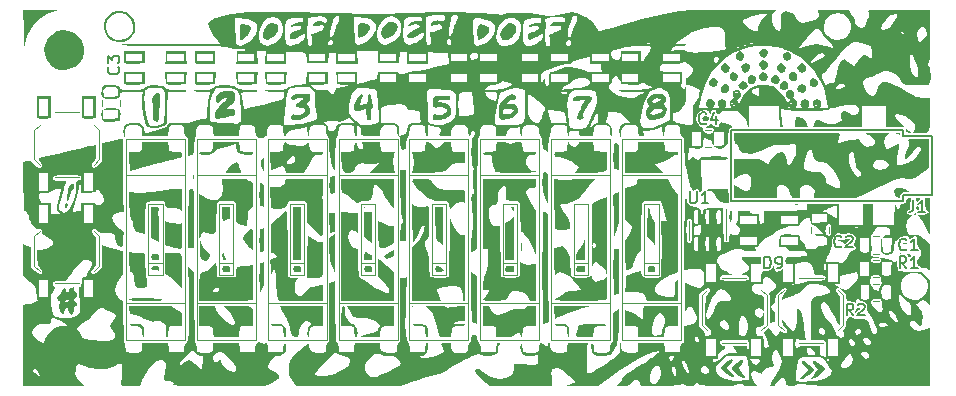
<source format=gbr>
%TF.GenerationSoftware,KiCad,Pcbnew,6.0.11-2627ca5db0~126~ubuntu22.04.1*%
%TF.CreationDate,2024-02-01T14:55:17+01:00*%
%TF.ProjectId,GrooveBox,47726f6f-7665-4426-9f78-2e6b69636164,rev?*%
%TF.SameCoordinates,Original*%
%TF.FileFunction,Legend,Top*%
%TF.FilePolarity,Positive*%
%FSLAX46Y46*%
G04 Gerber Fmt 4.6, Leading zero omitted, Abs format (unit mm)*
G04 Created by KiCad (PCBNEW 6.0.11-2627ca5db0~126~ubuntu22.04.1) date 2024-02-01 14:55:17*
%MOMM*%
%LPD*%
G01*
G04 APERTURE LIST*
%ADD10C,0.150000*%
%ADD11C,0.120000*%
G04 APERTURE END LIST*
D10*
%TO.C,D9*%
X137541904Y-105972380D02*
X137541904Y-104972380D01*
X137780000Y-104972380D01*
X137922857Y-105020000D01*
X138018095Y-105115238D01*
X138065714Y-105210476D01*
X138113333Y-105400952D01*
X138113333Y-105543809D01*
X138065714Y-105734285D01*
X138018095Y-105829523D01*
X137922857Y-105924761D01*
X137780000Y-105972380D01*
X137541904Y-105972380D01*
X138589523Y-105972380D02*
X138780000Y-105972380D01*
X138875238Y-105924761D01*
X138922857Y-105877142D01*
X139018095Y-105734285D01*
X139065714Y-105543809D01*
X139065714Y-105162857D01*
X139018095Y-105067619D01*
X138970476Y-105020000D01*
X138875238Y-104972380D01*
X138684761Y-104972380D01*
X138589523Y-105020000D01*
X138541904Y-105067619D01*
X138494285Y-105162857D01*
X138494285Y-105400952D01*
X138541904Y-105496190D01*
X138589523Y-105543809D01*
X138684761Y-105591428D01*
X138875238Y-105591428D01*
X138970476Y-105543809D01*
X139018095Y-105496190D01*
X139065714Y-105400952D01*
%TO.C,C4*%
X132633333Y-93677142D02*
X132585714Y-93724761D01*
X132442857Y-93772380D01*
X132347619Y-93772380D01*
X132204761Y-93724761D01*
X132109523Y-93629523D01*
X132061904Y-93534285D01*
X132014285Y-93343809D01*
X132014285Y-93200952D01*
X132061904Y-93010476D01*
X132109523Y-92915238D01*
X132204761Y-92820000D01*
X132347619Y-92772380D01*
X132442857Y-92772380D01*
X132585714Y-92820000D01*
X132633333Y-92867619D01*
X133490476Y-93105714D02*
X133490476Y-93772380D01*
X133252380Y-92724761D02*
X133014285Y-93439047D01*
X133633333Y-93439047D01*
%TO.C,R2*%
X145083333Y-109952380D02*
X144750000Y-109476190D01*
X144511904Y-109952380D02*
X144511904Y-108952380D01*
X144892857Y-108952380D01*
X144988095Y-109000000D01*
X145035714Y-109047619D01*
X145083333Y-109142857D01*
X145083333Y-109285714D01*
X145035714Y-109380952D01*
X144988095Y-109428571D01*
X144892857Y-109476190D01*
X144511904Y-109476190D01*
X145464285Y-109047619D02*
X145511904Y-109000000D01*
X145607142Y-108952380D01*
X145845238Y-108952380D01*
X145940476Y-109000000D01*
X145988095Y-109047619D01*
X146035714Y-109142857D01*
X146035714Y-109238095D01*
X145988095Y-109380952D01*
X145416666Y-109952380D01*
X146035714Y-109952380D01*
%TO.C,C3*%
X82857142Y-88916666D02*
X82904761Y-88964285D01*
X82952380Y-89107142D01*
X82952380Y-89202380D01*
X82904761Y-89345238D01*
X82809523Y-89440476D01*
X82714285Y-89488095D01*
X82523809Y-89535714D01*
X82380952Y-89535714D01*
X82190476Y-89488095D01*
X82095238Y-89440476D01*
X82000000Y-89345238D01*
X81952380Y-89202380D01*
X81952380Y-89107142D01*
X82000000Y-88964285D01*
X82047619Y-88916666D01*
X81952380Y-88583333D02*
X81952380Y-87964285D01*
X82333333Y-88297619D01*
X82333333Y-88154761D01*
X82380952Y-88059523D01*
X82428571Y-88011904D01*
X82523809Y-87964285D01*
X82761904Y-87964285D01*
X82857142Y-88011904D01*
X82904761Y-88059523D01*
X82952380Y-88154761D01*
X82952380Y-88440476D01*
X82904761Y-88535714D01*
X82857142Y-88583333D01*
%TO.C,C1*%
X149583333Y-104357142D02*
X149535714Y-104404761D01*
X149392857Y-104452380D01*
X149297619Y-104452380D01*
X149154761Y-104404761D01*
X149059523Y-104309523D01*
X149011904Y-104214285D01*
X148964285Y-104023809D01*
X148964285Y-103880952D01*
X149011904Y-103690476D01*
X149059523Y-103595238D01*
X149154761Y-103500000D01*
X149297619Y-103452380D01*
X149392857Y-103452380D01*
X149535714Y-103500000D01*
X149583333Y-103547619D01*
X150535714Y-104452380D02*
X149964285Y-104452380D01*
X150250000Y-104452380D02*
X150250000Y-103452380D01*
X150154761Y-103595238D01*
X150059523Y-103690476D01*
X149964285Y-103738095D01*
%TO.C,R1*%
X149583333Y-105952380D02*
X149250000Y-105476190D01*
X149011904Y-105952380D02*
X149011904Y-104952380D01*
X149392857Y-104952380D01*
X149488095Y-105000000D01*
X149535714Y-105047619D01*
X149583333Y-105142857D01*
X149583333Y-105285714D01*
X149535714Y-105380952D01*
X149488095Y-105428571D01*
X149392857Y-105476190D01*
X149011904Y-105476190D01*
X150535714Y-105952380D02*
X149964285Y-105952380D01*
X150250000Y-105952380D02*
X150250000Y-104952380D01*
X150154761Y-105095238D01*
X150059523Y-105190476D01*
X149964285Y-105238095D01*
%TO.C,C2*%
X144083333Y-104107142D02*
X144035714Y-104154761D01*
X143892857Y-104202380D01*
X143797619Y-104202380D01*
X143654761Y-104154761D01*
X143559523Y-104059523D01*
X143511904Y-103964285D01*
X143464285Y-103773809D01*
X143464285Y-103630952D01*
X143511904Y-103440476D01*
X143559523Y-103345238D01*
X143654761Y-103250000D01*
X143797619Y-103202380D01*
X143892857Y-103202380D01*
X144035714Y-103250000D01*
X144083333Y-103297619D01*
X144464285Y-103297619D02*
X144511904Y-103250000D01*
X144607142Y-103202380D01*
X144845238Y-103202380D01*
X144940476Y-103250000D01*
X144988095Y-103297619D01*
X145035714Y-103392857D01*
X145035714Y-103488095D01*
X144988095Y-103630952D01*
X144416666Y-104202380D01*
X145035714Y-104202380D01*
%TO.C,J1*%
X150166666Y-100202380D02*
X150166666Y-100916666D01*
X150119047Y-101059523D01*
X150023809Y-101154761D01*
X149880952Y-101202380D01*
X149785714Y-101202380D01*
X151166666Y-101202380D02*
X150595238Y-101202380D01*
X150880952Y-101202380D02*
X150880952Y-100202380D01*
X150785714Y-100345238D01*
X150690476Y-100440476D01*
X150595238Y-100488095D01*
%TO.C,U1*%
X131238095Y-99452380D02*
X131238095Y-100261904D01*
X131285714Y-100357142D01*
X131333333Y-100404761D01*
X131428571Y-100452380D01*
X131619047Y-100452380D01*
X131714285Y-100404761D01*
X131761904Y-100357142D01*
X131809523Y-100261904D01*
X131809523Y-99452380D01*
X132809523Y-100452380D02*
X132238095Y-100452380D01*
X132523809Y-100452380D02*
X132523809Y-99452380D01*
X132428571Y-99595238D01*
X132333333Y-99690476D01*
X132238095Y-99738095D01*
D11*
%TO.C,SW1*%
X76200000Y-97200000D02*
X75750000Y-96750000D01*
X80800000Y-93800000D02*
X81250000Y-94250000D01*
X76200000Y-93800000D02*
X75750000Y-94250000D01*
X81250000Y-96750000D02*
X81250000Y-94250000D01*
X80800000Y-97200000D02*
X81250000Y-96750000D01*
X75750000Y-96750000D02*
X75750000Y-94250000D01*
X77500000Y-98250000D02*
X79500000Y-98250000D01*
X77500000Y-92750000D02*
X79500000Y-92750000D01*
%TO.C,G\u002A\u002A\u002A*%
G36*
X141853418Y-113826131D02*
G01*
X142085430Y-113960709D01*
X142339697Y-114162088D01*
X142750424Y-114523509D01*
X142281541Y-114924088D01*
X141980801Y-115158066D01*
X141745470Y-115295179D01*
X141593670Y-115327325D01*
X141543333Y-115254106D01*
X141594570Y-115154694D01*
X141725655Y-114977491D01*
X141829919Y-114852015D01*
X142116504Y-114520484D01*
X141872252Y-114242296D01*
X141691684Y-114000887D01*
X141639631Y-113849122D01*
X141699180Y-113789902D01*
X141853418Y-113826131D01*
G37*
G36*
X106237333Y-104653356D02*
G01*
X106193718Y-104864897D01*
X106033520Y-105010407D01*
X105987537Y-105035492D01*
X105778721Y-105131501D01*
X105636336Y-105150140D01*
X105496500Y-105108593D01*
X105379946Y-105006589D01*
X105412362Y-104868942D01*
X105581571Y-104712031D01*
X105875397Y-104552236D01*
X105926327Y-104530341D01*
X106237333Y-104400394D01*
X106237333Y-104653356D01*
G37*
G36*
X118955847Y-101207374D02*
G01*
X119091216Y-101240192D01*
X119183186Y-101272452D01*
X119238135Y-101331959D01*
X119262328Y-101453237D01*
X119262028Y-101670813D01*
X119243499Y-102019213D01*
X119240766Y-102064536D01*
X119219912Y-102441644D01*
X119204499Y-102782497D01*
X119196926Y-103031359D01*
X119196604Y-103090333D01*
X119198132Y-103227737D01*
X119201463Y-103515337D01*
X119206371Y-103934009D01*
X119212630Y-104464629D01*
X119220014Y-105088072D01*
X119228297Y-105785213D01*
X119237254Y-106536928D01*
X119241852Y-106921962D01*
X119284594Y-110499590D01*
X119063119Y-110583795D01*
X118889515Y-110645331D01*
X118804821Y-110668000D01*
X118797999Y-110585858D01*
X118791587Y-110349530D01*
X118785703Y-109974164D01*
X118780464Y-109474907D01*
X118775987Y-108866906D01*
X118772391Y-108165308D01*
X118769793Y-107385262D01*
X118768310Y-106541913D01*
X118768000Y-105926667D01*
X118769100Y-105048297D01*
X118772264Y-104222739D01*
X118777291Y-103465135D01*
X118783978Y-102790626D01*
X118792120Y-102214355D01*
X118801516Y-101751465D01*
X118811963Y-101417097D01*
X118823257Y-101226395D01*
X118831500Y-101186489D01*
X118955847Y-101207374D01*
G37*
G36*
X108009867Y-100686680D02*
G01*
X108322386Y-100816835D01*
X108708572Y-100816386D01*
X109052500Y-100718951D01*
X109108604Y-100707626D01*
X109148482Y-100741685D01*
X109174875Y-100844401D01*
X109190526Y-101039051D01*
X109198175Y-101348908D01*
X109200564Y-101797248D01*
X109200666Y-101976760D01*
X109199730Y-102476430D01*
X109194256Y-102835654D01*
X109180247Y-103083315D01*
X109153704Y-103248299D01*
X109110628Y-103359492D01*
X109047023Y-103445778D01*
X108989000Y-103505970D01*
X108850447Y-103666611D01*
X108792502Y-103821389D01*
X108813780Y-104017535D01*
X108912894Y-104302281D01*
X108962108Y-104422925D01*
X109065736Y-104736987D01*
X109137297Y-105119386D01*
X109184118Y-105613440D01*
X109194942Y-105799667D01*
X109243000Y-106731000D01*
X109997839Y-106755667D01*
X110403010Y-106760324D01*
X110662421Y-106741049D01*
X110798257Y-106695562D01*
X110822043Y-106671000D01*
X110839731Y-106561500D01*
X110856234Y-106304567D01*
X110870917Y-105922100D01*
X110883149Y-105435999D01*
X110892296Y-104868163D01*
X110897726Y-104240491D01*
X110898600Y-104021667D01*
X110901207Y-103303334D01*
X110905055Y-102739817D01*
X110910990Y-102316599D01*
X110919855Y-102019163D01*
X110932495Y-101832992D01*
X110949756Y-101743570D01*
X110972481Y-101736379D01*
X111001516Y-101796903D01*
X111024057Y-101865308D01*
X111139789Y-102145916D01*
X111317111Y-102475781D01*
X111468823Y-102711975D01*
X111663505Y-102969526D01*
X111811144Y-103108646D01*
X111947774Y-103158457D01*
X112021996Y-103159060D01*
X112248666Y-103143121D01*
X112248666Y-105931894D01*
X112247816Y-106702711D01*
X112244783Y-107320391D01*
X112238842Y-107801122D01*
X112229268Y-108161093D01*
X112215336Y-108416493D01*
X112196322Y-108583510D01*
X112171499Y-108678335D01*
X112140143Y-108717155D01*
X112123783Y-108720667D01*
X112040446Y-108674476D01*
X112040855Y-108513701D01*
X112048184Y-108474246D01*
X112053424Y-108194684D01*
X111983933Y-107898570D01*
X111861438Y-107652024D01*
X111739452Y-107534683D01*
X111447997Y-107460455D01*
X111021647Y-107473769D01*
X110470207Y-107574219D01*
X110403400Y-107590308D01*
X110116175Y-107663226D01*
X109902194Y-107721823D01*
X109806436Y-107753762D01*
X109805811Y-107754219D01*
X109822356Y-107837241D01*
X109895316Y-108029003D01*
X109991626Y-108249578D01*
X110207298Y-108720667D01*
X107761333Y-108720667D01*
X107761333Y-104209936D01*
X108093985Y-103849052D01*
X108372726Y-103504358D01*
X108598638Y-103144658D01*
X108743110Y-102819400D01*
X108778259Y-102666502D01*
X108789271Y-102397244D01*
X108747399Y-102286034D01*
X108655427Y-102331000D01*
X108516138Y-102530267D01*
X108332318Y-102881964D01*
X108274094Y-103005667D01*
X108120576Y-103318444D01*
X107983609Y-103562549D01*
X107883251Y-103703825D01*
X107851470Y-103725333D01*
X107815213Y-103644485D01*
X107788314Y-103400738D01*
X107770674Y-102992290D01*
X107762191Y-102417338D01*
X107761333Y-102114132D01*
X107761333Y-100502930D01*
X108009867Y-100686680D01*
G37*
G36*
X93093735Y-98394199D02*
G01*
X93412473Y-98406253D01*
X93635425Y-98432674D01*
X93799341Y-98478646D01*
X93940972Y-98549351D01*
X93993545Y-98581833D01*
X94292166Y-98772333D01*
X94295749Y-99728894D01*
X94295698Y-100144207D01*
X94287236Y-100425488D01*
X94263453Y-100608029D01*
X94217441Y-100727126D01*
X94142289Y-100818072D01*
X94069844Y-100882853D01*
X93947948Y-101006241D01*
X93874198Y-101149169D01*
X93832801Y-101361044D01*
X93807966Y-101691272D01*
X93807271Y-101704292D01*
X93783009Y-102016892D01*
X93749745Y-102261897D01*
X93714210Y-102391278D01*
X93710230Y-102396629D01*
X93604491Y-102401511D01*
X93403222Y-102339746D01*
X93253137Y-102273925D01*
X92860000Y-102082924D01*
X92860000Y-101270062D01*
X92848648Y-100825972D01*
X92815758Y-100517642D01*
X92763077Y-100360796D01*
X92758399Y-100355600D01*
X92617911Y-100300645D01*
X92363441Y-100266751D01*
X92049028Y-100253918D01*
X91728708Y-100262147D01*
X91456520Y-100291437D01*
X91286501Y-100341788D01*
X91268266Y-100355600D01*
X91219485Y-100488197D01*
X91186751Y-100775606D01*
X91169631Y-101223100D01*
X91166666Y-101588833D01*
X91160312Y-102022618D01*
X91142931Y-102405579D01*
X91117044Y-102700448D01*
X91085173Y-102869958D01*
X91079021Y-102884233D01*
X90926225Y-103019059D01*
X90670348Y-103033832D01*
X90352751Y-102948340D01*
X90083723Y-102901519D01*
X89908546Y-102993118D01*
X89822763Y-103226867D01*
X89812000Y-103401238D01*
X89869210Y-103794077D01*
X90054242Y-104143073D01*
X90354441Y-104458942D01*
X90582936Y-104714087D01*
X90648792Y-104939057D01*
X90553963Y-105143461D01*
X90503833Y-105193878D01*
X90267023Y-105329161D01*
X90053659Y-105299637D01*
X89882780Y-105109777D01*
X89850013Y-105040386D01*
X89813228Y-104919740D01*
X89784170Y-104741561D01*
X89762057Y-104487756D01*
X89746104Y-104140231D01*
X89735530Y-103680892D01*
X89729549Y-103091645D01*
X89727379Y-102354397D01*
X89727333Y-102206604D01*
X89727333Y-99666436D01*
X90035281Y-99875416D01*
X90482322Y-100114018D01*
X90886549Y-100208366D01*
X91230385Y-100168030D01*
X91496251Y-100002581D01*
X91666571Y-99721591D01*
X91723767Y-99334631D01*
X91681505Y-98979006D01*
X91629050Y-98719779D01*
X91595946Y-98528038D01*
X91590000Y-98471832D01*
X91670168Y-98439353D01*
X91892821Y-98413745D01*
X92231177Y-98397059D01*
X92642462Y-98391333D01*
X93093735Y-98394199D01*
G37*
G36*
X122407872Y-104381500D02*
G01*
X122408666Y-105249333D01*
X121646666Y-105249333D01*
X121646666Y-104921033D01*
X121684066Y-104651161D01*
X121781666Y-104480694D01*
X121897367Y-104347120D01*
X122052237Y-104121905D01*
X122161872Y-103941160D01*
X122407077Y-103513667D01*
X122407872Y-104381500D01*
G37*
G36*
X89314258Y-89920114D02*
G01*
X89320102Y-89786909D01*
X89346333Y-89374333D01*
X90218284Y-89350159D01*
X91090236Y-89325985D01*
X91039666Y-90390333D01*
X90212692Y-90414584D01*
X89812218Y-90421007D01*
X89552328Y-90410068D01*
X89404877Y-90378688D01*
X89341721Y-90323791D01*
X89339795Y-90319159D01*
X89319340Y-90178667D01*
X89558000Y-90178667D01*
X90912666Y-90178667D01*
X90912666Y-89501333D01*
X89558000Y-89501333D01*
X89558000Y-90178667D01*
X89319340Y-90178667D01*
X89317724Y-90167568D01*
X89314258Y-89920114D01*
G37*
G36*
X116972042Y-103709562D02*
G01*
X116992833Y-103830427D01*
X117019395Y-104124970D01*
X117006173Y-104390302D01*
X116990152Y-104465427D01*
X116954404Y-104541737D01*
X116932664Y-104475607D01*
X116923181Y-104256632D01*
X116922569Y-104064000D01*
X116925059Y-103752150D01*
X116931667Y-103597329D01*
X116946095Y-103587235D01*
X116972042Y-103709562D01*
G37*
G36*
X92984813Y-97031203D02*
G01*
X93090136Y-97247885D01*
X93106637Y-97299479D01*
X93182372Y-97544809D01*
X93243890Y-97731546D01*
X93256097Y-97765146D01*
X93247791Y-97824997D01*
X93148622Y-97861316D01*
X92931575Y-97879085D01*
X92615058Y-97883333D01*
X92298200Y-97875754D01*
X92058759Y-97855594D01*
X91936534Y-97826720D01*
X91928666Y-97816650D01*
X91989033Y-97710181D01*
X92142762Y-97538411D01*
X92348799Y-97339025D01*
X92566088Y-97149706D01*
X92753576Y-97008137D01*
X92870206Y-96952003D01*
X92870673Y-96952000D01*
X92984813Y-97031203D01*
G37*
G36*
X106099106Y-85128540D02*
G01*
X106274154Y-85181238D01*
X106443992Y-85318193D01*
X106493724Y-85529298D01*
X106434077Y-85781201D01*
X106275780Y-86040551D01*
X106029560Y-86273998D01*
X105894764Y-86360686D01*
X105604750Y-86498687D01*
X105402371Y-86521985D01*
X105249235Y-86428974D01*
X105173957Y-86330520D01*
X105091169Y-86166846D01*
X105091396Y-86003429D01*
X105150207Y-85812767D01*
X105298925Y-85537146D01*
X105512374Y-85297658D01*
X105744087Y-85138581D01*
X105899650Y-85098666D01*
X106099106Y-85128540D01*
G37*
G36*
X99086312Y-103336766D02*
G01*
X99324666Y-103490698D01*
X99499832Y-103603811D01*
X99740960Y-103705294D01*
X99965499Y-103743696D01*
X100226000Y-103751102D01*
X100226000Y-105174572D01*
X100225376Y-105731172D01*
X100215430Y-106140925D01*
X100184047Y-106426295D01*
X100119112Y-106609745D01*
X100008509Y-106713738D01*
X99840125Y-106760738D01*
X99601845Y-106773209D01*
X99363732Y-106773415D01*
X98829000Y-106773496D01*
X98853479Y-104987848D01*
X98877958Y-103202199D01*
X99086312Y-103336766D01*
G37*
G36*
X115583919Y-95278600D02*
G01*
X115815128Y-95329075D01*
X115884208Y-95359782D01*
X116056206Y-95418552D01*
X116260836Y-95363042D01*
X116268043Y-95359782D01*
X116514523Y-95287613D01*
X116782317Y-95258667D01*
X116979210Y-95272422D01*
X117059264Y-95348124D01*
X117074657Y-95537428D01*
X117074666Y-95548075D01*
X117087846Y-95830648D01*
X117150661Y-95997334D01*
X117298026Y-96078341D01*
X117564858Y-96103880D01*
X117718725Y-96105333D01*
X118024514Y-96114059D01*
X118193304Y-96145191D01*
X118256763Y-96206160D01*
X118260000Y-96232333D01*
X118204784Y-96320129D01*
X118021192Y-96356754D01*
X117917013Y-96359333D01*
X117687884Y-96374946D01*
X117558659Y-96450872D01*
X117460732Y-96630738D01*
X117449912Y-96656379D01*
X117379223Y-96916492D01*
X117375491Y-97149371D01*
X117379080Y-97165719D01*
X117511431Y-97408416D01*
X117740755Y-97607371D01*
X118001390Y-97709694D01*
X118059751Y-97714000D01*
X118213318Y-97744481D01*
X118260000Y-97798667D01*
X118176913Y-97829200D01*
X117933764Y-97853353D01*
X117539721Y-97870690D01*
X117003950Y-97880777D01*
X116477003Y-97883333D01*
X115820279Y-97879995D01*
X115325952Y-97869742D01*
X114987214Y-97852221D01*
X114797255Y-97827076D01*
X114749266Y-97793953D01*
X114749651Y-97793297D01*
X114750944Y-97672232D01*
X114698866Y-97446574D01*
X114617589Y-97201336D01*
X114525045Y-96909813D01*
X114474616Y-96660512D01*
X114474347Y-96529372D01*
X114482844Y-96423824D01*
X114409217Y-96373952D01*
X114214683Y-96359688D01*
X114145740Y-96359333D01*
X113894555Y-96340945D01*
X113783641Y-96280152D01*
X113772666Y-96236373D01*
X113820818Y-96162164D01*
X113983153Y-96115527D01*
X114286493Y-96088953D01*
X114301833Y-96088207D01*
X114831000Y-96063000D01*
X114856805Y-95660833D01*
X114882611Y-95258667D01*
X115302454Y-95258667D01*
X115583919Y-95278600D01*
G37*
G36*
X89314188Y-88142421D02*
G01*
X89320102Y-88008909D01*
X89346333Y-87596333D01*
X90214166Y-87572205D01*
X91082000Y-87548076D01*
X91082000Y-88654667D01*
X90232676Y-88654667D01*
X89817022Y-88648517D01*
X89545563Y-88627916D01*
X89393535Y-88589633D01*
X89338611Y-88538075D01*
X89318991Y-88400667D01*
X89558000Y-88400667D01*
X90912666Y-88400667D01*
X90912666Y-87808000D01*
X89558000Y-87808000D01*
X89558000Y-88400667D01*
X89318991Y-88400667D01*
X89317252Y-88388488D01*
X89314188Y-88142421D01*
G37*
G36*
X122261949Y-105764696D02*
G01*
X122372913Y-105807209D01*
X122406512Y-105915509D01*
X122408666Y-106011333D01*
X122397622Y-106167522D01*
X122333852Y-106241498D01*
X122171402Y-106263897D01*
X122027666Y-106265333D01*
X121793383Y-106257970D01*
X121682419Y-106215457D01*
X121648820Y-106107157D01*
X121646666Y-106011333D01*
X121657711Y-105855145D01*
X121721481Y-105781169D01*
X121883930Y-105758769D01*
X122027666Y-105757333D01*
X122261949Y-105764696D01*
G37*
G36*
X107846000Y-109186333D02*
G01*
X107803666Y-109228667D01*
X107761333Y-109186333D01*
X107803666Y-109144000D01*
X107846000Y-109186333D01*
G37*
G36*
X138608478Y-88892150D02*
G01*
X138630551Y-88866333D01*
X139088000Y-88866333D01*
X139130333Y-88908667D01*
X139172666Y-88866333D01*
X139130333Y-88824000D01*
X139088000Y-88866333D01*
X138630551Y-88866333D01*
X138768914Y-88704499D01*
X138785989Y-88692934D01*
X138978826Y-88606410D01*
X139151572Y-88643621D01*
X139166989Y-88651628D01*
X139305098Y-88806750D01*
X139344258Y-89023433D01*
X139283266Y-89229183D01*
X139178232Y-89329021D01*
X139036972Y-89399066D01*
X138941944Y-89396690D01*
X138807828Y-89312708D01*
X138768172Y-89284866D01*
X138628014Y-89120333D01*
X139088000Y-89120333D01*
X139130333Y-89162667D01*
X139172666Y-89120333D01*
X139130333Y-89078000D01*
X139088000Y-89120333D01*
X138628014Y-89120333D01*
X138607896Y-89096716D01*
X138608478Y-88892150D01*
G37*
G36*
X96642120Y-110700350D02*
G01*
X96900435Y-110809727D01*
X97043365Y-111014623D01*
X97092664Y-111333529D01*
X97093333Y-111387667D01*
X97076712Y-111638789D01*
X97020199Y-111753175D01*
X96966333Y-111768667D01*
X96885698Y-111722475D01*
X96846831Y-111563092D01*
X96839333Y-111354392D01*
X96825786Y-111098156D01*
X96762589Y-110943990D01*
X96615905Y-110866325D01*
X96351898Y-110839593D01*
X96155075Y-110837333D01*
X95915867Y-110821865D01*
X95765285Y-110782379D01*
X95738666Y-110752667D01*
X95815786Y-110707568D01*
X96017249Y-110676993D01*
X96246666Y-110668000D01*
X96642120Y-110700350D01*
G37*
G36*
X107253333Y-103640667D02*
G01*
X106745333Y-103640667D01*
X106745333Y-102951500D01*
X106752780Y-102585879D01*
X106779468Y-102352858D01*
X106831914Y-102216183D01*
X106887983Y-102158026D01*
X106969766Y-102081959D01*
X106986323Y-101985052D01*
X106937651Y-101813301D01*
X106887983Y-101680195D01*
X106838912Y-101524494D01*
X106802117Y-101332708D01*
X106775992Y-101079918D01*
X106758929Y-100741204D01*
X106749322Y-100291647D01*
X106745564Y-99706325D01*
X106745333Y-99468003D01*
X106745333Y-97629333D01*
X107253333Y-97629333D01*
X107253333Y-103640667D01*
G37*
G36*
X98363333Y-105249333D02*
G01*
X97686000Y-105249333D01*
X97686000Y-100762000D01*
X98363333Y-100762000D01*
X98363333Y-105249333D01*
G37*
G36*
X86219155Y-104751363D02*
G01*
X86315690Y-104805718D01*
X86340132Y-104940792D01*
X86340666Y-104995333D01*
X86327292Y-105158200D01*
X86254820Y-105230601D01*
X86074721Y-105248932D01*
X86002000Y-105249333D01*
X85784844Y-105239303D01*
X85688309Y-105184948D01*
X85663867Y-105049875D01*
X85663333Y-104995333D01*
X85676707Y-104832466D01*
X85749179Y-104760065D01*
X85929278Y-104741734D01*
X86002000Y-104741333D01*
X86219155Y-104751363D01*
G37*
G36*
X141397027Y-90136333D02*
G01*
X141543333Y-90136333D01*
X141585666Y-90178667D01*
X141628000Y-90136333D01*
X141585666Y-90094000D01*
X141543333Y-90136333D01*
X141397027Y-90136333D01*
X141401570Y-90077775D01*
X141499900Y-89925579D01*
X141694862Y-89850336D01*
X141889418Y-89901458D01*
X142044963Y-90040341D01*
X142122894Y-90228383D01*
X142084607Y-90426978D01*
X142050420Y-90476099D01*
X141865694Y-90583852D01*
X141636924Y-90585476D01*
X141475600Y-90500400D01*
X141438706Y-90422096D01*
X141819332Y-90422096D01*
X141881355Y-90381517D01*
X141892506Y-90370578D01*
X141959382Y-90259570D01*
X141950315Y-90218759D01*
X141887333Y-90244168D01*
X141845110Y-90323182D01*
X141819332Y-90422096D01*
X141438706Y-90422096D01*
X141383885Y-90305745D01*
X141397027Y-90136333D01*
G37*
G36*
X140962699Y-113850275D02*
G01*
X141148304Y-113971326D01*
X141363284Y-114134250D01*
X141569275Y-114307732D01*
X141727913Y-114460459D01*
X141800836Y-114561120D01*
X141797333Y-114579852D01*
X141714656Y-114646794D01*
X141539533Y-114789518D01*
X141319916Y-114968920D01*
X141036081Y-115177664D01*
X140807604Y-115300879D01*
X140658496Y-115328530D01*
X140612000Y-115264736D01*
X140666476Y-115175074D01*
X140806049Y-115010410D01*
X140921086Y-114888272D01*
X141230173Y-114571739D01*
X140963420Y-114267923D01*
X140770757Y-114025523D01*
X140706243Y-113877057D01*
X140766605Y-113809681D01*
X140844833Y-113802408D01*
X140962699Y-113850275D01*
G37*
G36*
X127571881Y-92680731D02*
G01*
X127654502Y-92473350D01*
X127731065Y-92347140D01*
X127741978Y-92338092D01*
X127757058Y-92241452D01*
X127698706Y-92064282D01*
X127687569Y-92041187D01*
X127621254Y-91834573D01*
X128059474Y-91834573D01*
X128110303Y-91929010D01*
X128253235Y-91962809D01*
X128452418Y-91927097D01*
X128663784Y-91818826D01*
X128789817Y-91707521D01*
X128776034Y-91630616D01*
X128746122Y-91608456D01*
X128493526Y-91537322D01*
X128240616Y-91604391D01*
X128136604Y-91688371D01*
X128059474Y-91834573D01*
X127621254Y-91834573D01*
X127614828Y-91814553D01*
X127615011Y-91620129D01*
X127615768Y-91617678D01*
X127748649Y-91427278D01*
X127981528Y-91294713D01*
X128274500Y-91220253D01*
X128587664Y-91204162D01*
X128881114Y-91246711D01*
X129114948Y-91348164D01*
X129249262Y-91508791D01*
X129266666Y-91606618D01*
X129218293Y-91792113D01*
X129148034Y-91917207D01*
X129075753Y-92053430D01*
X129133357Y-92149951D01*
X129183349Y-92187274D01*
X129287862Y-92351439D01*
X129315082Y-92597310D01*
X129265870Y-92856375D01*
X129172776Y-93026216D01*
X128926822Y-93212694D01*
X128571730Y-93342464D01*
X128163644Y-93395648D01*
X128128337Y-93396000D01*
X127866362Y-93377145D01*
X127706874Y-93303334D01*
X127609990Y-93187552D01*
X127524845Y-93009783D01*
X127530098Y-92850467D01*
X127912000Y-92850467D01*
X127982003Y-92942825D01*
X128160346Y-92971740D01*
X128399524Y-92940002D01*
X128652036Y-92850403D01*
X128741690Y-92801713D01*
X128929080Y-92654185D01*
X128952749Y-92545017D01*
X128815209Y-92480325D01*
X128603175Y-92464667D01*
X128315735Y-92507406D01*
X128075972Y-92617545D01*
X127932471Y-92767965D01*
X127912000Y-92850467D01*
X127530098Y-92850467D01*
X127531007Y-92822893D01*
X127571881Y-92680731D01*
G37*
G36*
X84924647Y-91025333D02*
G01*
X83981657Y-91025333D01*
X83571969Y-91026637D01*
X83302331Y-91034580D01*
X83143463Y-91055209D01*
X83066082Y-91094570D01*
X83040907Y-91158711D01*
X83038666Y-91220067D01*
X82999928Y-91421563D01*
X82866742Y-91545234D01*
X82613655Y-91605198D01*
X82323233Y-91616844D01*
X81925922Y-91609795D01*
X81667928Y-91578551D01*
X81519333Y-91504735D01*
X81450220Y-91369969D01*
X81430673Y-91155876D01*
X81430000Y-91068159D01*
X81432572Y-91020280D01*
X81599333Y-91020280D01*
X81614123Y-91242061D01*
X81650575Y-91383702D01*
X81659245Y-91395690D01*
X81768875Y-91422904D01*
X81996675Y-91435344D01*
X82273078Y-91430968D01*
X82827000Y-91406333D01*
X82854025Y-91076284D01*
X82850114Y-90833728D01*
X82769095Y-90690143D01*
X82580759Y-90621376D01*
X82262424Y-90603296D01*
X81927349Y-90614968D01*
X81727350Y-90666607D01*
X81629253Y-90779074D01*
X81599882Y-90973232D01*
X81599333Y-91020280D01*
X81432572Y-91020280D01*
X81445839Y-90773264D01*
X81513041Y-90585338D01*
X81661133Y-90483156D01*
X81919642Y-90445494D01*
X82290001Y-90449966D01*
X82616826Y-90468751D01*
X82815244Y-90500851D01*
X82926178Y-90558775D01*
X82990553Y-90655029D01*
X82995243Y-90665500D01*
X83041062Y-90748360D01*
X83112932Y-90802917D01*
X83242738Y-90835060D01*
X83462365Y-90850677D01*
X83803698Y-90855658D01*
X84026704Y-90856000D01*
X84442509Y-90853395D01*
X84719406Y-90842359D01*
X84887781Y-90818061D01*
X84978021Y-90775668D01*
X85020513Y-90710348D01*
X85024969Y-90697263D01*
X85143081Y-90580865D01*
X85382260Y-90501913D01*
X85698439Y-90460377D01*
X86047551Y-90456231D01*
X86385528Y-90489445D01*
X86668304Y-90559991D01*
X86851810Y-90667841D01*
X86875677Y-90698456D01*
X86941078Y-90770725D01*
X87050938Y-90817134D01*
X87238778Y-90843142D01*
X87538122Y-90854213D01*
X87842699Y-90856000D01*
X88243117Y-90863858D01*
X88533558Y-90885899D01*
X88690397Y-90919818D01*
X88711333Y-90940667D01*
X88630851Y-90980029D01*
X88405720Y-91008477D01*
X88060413Y-91023559D01*
X87866816Y-91025333D01*
X87022299Y-91025333D01*
X86998983Y-92355583D01*
X86975666Y-93685833D01*
X86687979Y-93879583D01*
X86425363Y-94011536D01*
X86111471Y-94066975D01*
X85925979Y-94072037D01*
X85645813Y-94060503D01*
X85429831Y-94032212D01*
X85351130Y-94006814D01*
X85241755Y-93860188D01*
X85133464Y-93582314D01*
X85033549Y-93211165D01*
X84949304Y-92784711D01*
X84888020Y-92340926D01*
X84856992Y-91917781D01*
X84863513Y-91553247D01*
X84864879Y-91539754D01*
X85072897Y-91539754D01*
X85082076Y-91973123D01*
X85118579Y-92432998D01*
X85178226Y-92881551D01*
X85256835Y-93280956D01*
X85350225Y-93593385D01*
X85454215Y-93781011D01*
X85473154Y-93798167D01*
X85702697Y-93885311D01*
X86018927Y-93893459D01*
X86359132Y-93823324D01*
X86456829Y-93786984D01*
X86736887Y-93669968D01*
X86790138Y-92556706D01*
X86811775Y-91951260D01*
X86810000Y-91492379D01*
X86783201Y-91158703D01*
X86729767Y-90928874D01*
X86657052Y-90792500D01*
X86516160Y-90730182D01*
X86219186Y-90694703D01*
X85904870Y-90686667D01*
X85569145Y-90689859D01*
X85363454Y-90707001D01*
X85248518Y-90749443D01*
X85185059Y-90828534D01*
X85153237Y-90903845D01*
X85095224Y-91170719D01*
X85072897Y-91539754D01*
X84864879Y-91539754D01*
X84869164Y-91497408D01*
X84924647Y-91025333D01*
G37*
G36*
X104253155Y-105767363D02*
G01*
X104349690Y-105821718D01*
X104374132Y-105956792D01*
X104374666Y-106011333D01*
X104361292Y-106174200D01*
X104288820Y-106246601D01*
X104108721Y-106264932D01*
X104036000Y-106265333D01*
X103818844Y-106255303D01*
X103722309Y-106200948D01*
X103697867Y-106065875D01*
X103697333Y-106011333D01*
X103710707Y-105848466D01*
X103783179Y-105776065D01*
X103963278Y-105757734D01*
X104036000Y-105757333D01*
X104253155Y-105767363D01*
G37*
G36*
X114235484Y-109182459D02*
G01*
X114353732Y-109329068D01*
X114373321Y-109376678D01*
X114527491Y-109677418D01*
X114725025Y-109848305D01*
X114987176Y-109893641D01*
X115335199Y-109817731D01*
X115733564Y-109652067D01*
X116125622Y-109491428D01*
X116475857Y-109414306D01*
X116789133Y-109398067D01*
X117148717Y-109377649D01*
X117361322Y-109314112D01*
X117413333Y-109271000D01*
X117579011Y-109181648D01*
X117857422Y-109144333D01*
X117889366Y-109144000D01*
X118260000Y-109144000D01*
X118260000Y-110837333D01*
X117768933Y-110837333D01*
X117484147Y-110853935D01*
X117262933Y-110896784D01*
X117176266Y-110938933D01*
X117112878Y-111082393D01*
X117077398Y-111318104D01*
X117074666Y-111404600D01*
X117057117Y-111625875D01*
X117012927Y-111755017D01*
X116990000Y-111768667D01*
X116927131Y-111695995D01*
X116905333Y-111549761D01*
X116905333Y-111330856D01*
X116513669Y-111549761D01*
X116257971Y-111673194D01*
X116004653Y-111740423D01*
X115684206Y-111766426D01*
X115497669Y-111768667D01*
X114873333Y-111768667D01*
X114873333Y-111404600D01*
X114850987Y-111155112D01*
X114795109Y-110972098D01*
X114771733Y-110938933D01*
X114633771Y-110881150D01*
X114391823Y-110844347D01*
X114221400Y-110837333D01*
X113772666Y-110837333D01*
X113772666Y-109144000D01*
X114028762Y-109144000D01*
X114235484Y-109182459D01*
G37*
G36*
X77704327Y-108509390D02*
G01*
X77750253Y-108341069D01*
X77867600Y-108216093D01*
X77868373Y-108215678D01*
X78000328Y-108070611D01*
X78058873Y-107895199D01*
X78132052Y-107718146D01*
X78260431Y-107652406D01*
X78386892Y-107704144D01*
X78451388Y-107852833D01*
X78521607Y-108011212D01*
X78627410Y-108034854D01*
X78708370Y-107928511D01*
X78720666Y-107831667D01*
X78747293Y-107672516D01*
X78798408Y-107620000D01*
X78938161Y-107592065D01*
X79023684Y-107563386D01*
X79127996Y-107549332D01*
X79132514Y-107651937D01*
X79122912Y-107691494D01*
X79135997Y-107874831D01*
X79236303Y-107962754D01*
X79373743Y-108112500D01*
X79377167Y-108298751D01*
X79247570Y-108455806D01*
X79228666Y-108466667D01*
X79079934Y-108587755D01*
X79096233Y-108695191D01*
X79223107Y-108761236D01*
X79348300Y-108870113D01*
X79365112Y-109030586D01*
X79273684Y-109164263D01*
X79222334Y-109188343D01*
X79121135Y-109286235D01*
X79091486Y-109510123D01*
X79092186Y-109545338D01*
X79058501Y-109784208D01*
X78954691Y-109894848D01*
X78803671Y-109860241D01*
X78740071Y-109806871D01*
X78663116Y-109649710D01*
X78636000Y-109458678D01*
X78603459Y-109284581D01*
X78523915Y-109255835D01*
X78424484Y-109365541D01*
X78354533Y-109530292D01*
X78287787Y-109727353D01*
X78235425Y-109802589D01*
X78156753Y-109794301D01*
X78097784Y-109771934D01*
X77980364Y-109652290D01*
X77958666Y-109558275D01*
X77917146Y-109425763D01*
X77864129Y-109398000D01*
X77808795Y-109328442D01*
X77823948Y-109145938D01*
X77905851Y-108889741D01*
X77914503Y-108868833D01*
X77925763Y-108747484D01*
X77840725Y-108720667D01*
X78382000Y-108720667D01*
X78450214Y-108796606D01*
X78504003Y-108805333D01*
X78648152Y-108753733D01*
X78678333Y-108720667D01*
X78652409Y-108654026D01*
X78556330Y-108636000D01*
X78416059Y-108670543D01*
X78382000Y-108720667D01*
X77840725Y-108720667D01*
X77733319Y-108657206D01*
X77704327Y-108509390D01*
G37*
G36*
X87119194Y-95660833D02*
G01*
X87145000Y-96063000D01*
X87721738Y-96088154D01*
X88025592Y-96104321D01*
X88195891Y-96130216D01*
X88268294Y-96181978D01*
X88278458Y-96275748D01*
X88272072Y-96337261D01*
X88214355Y-96505007D01*
X88059265Y-96602056D01*
X87949333Y-96633729D01*
X87699568Y-96696211D01*
X87343207Y-96787189D01*
X86907918Y-96899419D01*
X86421372Y-97025660D01*
X85911237Y-97158668D01*
X85405183Y-97291201D01*
X84930878Y-97416015D01*
X84515993Y-97525868D01*
X84188196Y-97613518D01*
X83975157Y-97671720D01*
X83906500Y-97691998D01*
X83855083Y-97668694D01*
X83822252Y-97537866D01*
X83805100Y-97278278D01*
X83800666Y-96918725D01*
X83800666Y-96105333D01*
X84249400Y-96105333D01*
X84583984Y-96082242D01*
X84783894Y-95996688D01*
X84879460Y-95824248D01*
X84901333Y-95580400D01*
X84901333Y-95258667D01*
X87093388Y-95258667D01*
X87119194Y-95660833D01*
G37*
G36*
X116250616Y-105764696D02*
G01*
X116361580Y-105807209D01*
X116395179Y-105915509D01*
X116397333Y-106011333D01*
X116386288Y-106167522D01*
X116322518Y-106241498D01*
X116160069Y-106263897D01*
X116016333Y-106265333D01*
X115782050Y-106257970D01*
X115671086Y-106215457D01*
X115637487Y-106107157D01*
X115635333Y-106011333D01*
X115646377Y-105855145D01*
X115710147Y-105781169D01*
X115872597Y-105758769D01*
X116016333Y-105757333D01*
X116250616Y-105764696D01*
G37*
G36*
X95028402Y-98743125D02*
G01*
X95125711Y-98800576D01*
X95185780Y-98929463D01*
X95217387Y-99156898D01*
X95229309Y-99509991D01*
X95230666Y-99797392D01*
X95225473Y-100177595D01*
X95211362Y-100485415D01*
X95190535Y-100687729D01*
X95167166Y-100752178D01*
X95037553Y-100724179D01*
X94955500Y-100703637D01*
X94890940Y-100668442D01*
X94848159Y-100583510D01*
X94822843Y-100419544D01*
X94810677Y-100147249D01*
X94807347Y-99737327D01*
X94807333Y-99697458D01*
X94813686Y-99315457D01*
X94830951Y-99004603D01*
X94856432Y-98798423D01*
X94885075Y-98730000D01*
X95028402Y-98743125D01*
G37*
G36*
X86298884Y-91140829D02*
G01*
X86377439Y-91190663D01*
X86413598Y-91289159D01*
X86412814Y-91476739D01*
X86383531Y-91768137D01*
X86345795Y-92177897D01*
X86317753Y-92636110D01*
X86307972Y-92928855D01*
X86280405Y-93301451D01*
X86210003Y-93513601D01*
X86092993Y-93569624D01*
X85925605Y-93473841D01*
X85874292Y-93425531D01*
X85797510Y-93320503D01*
X85760874Y-93173084D01*
X85758822Y-92938640D01*
X85778483Y-92656767D01*
X85796823Y-92242141D01*
X85767666Y-91971193D01*
X85726115Y-91868419D01*
X85682888Y-91662612D01*
X85756562Y-91440962D01*
X85910489Y-91250024D01*
X86108022Y-91136349D01*
X86298884Y-91140829D01*
G37*
G36*
X128314475Y-105816296D02*
G01*
X128335064Y-105959823D01*
X128335333Y-106006222D01*
X128322758Y-106171358D01*
X128252885Y-106245448D01*
X128077495Y-106264783D01*
X127991042Y-106265333D01*
X127772904Y-106256484D01*
X127679855Y-106208374D01*
X127667794Y-106088663D01*
X127673542Y-106032500D01*
X127714996Y-105875307D01*
X127826189Y-105801244D01*
X128017833Y-105773389D01*
X128225317Y-105766314D01*
X128314475Y-105816296D01*
G37*
G36*
X140094135Y-96637873D02*
G01*
X140194454Y-96371433D01*
X140251663Y-96082065D01*
X140268121Y-95802697D01*
X140246191Y-95566260D01*
X140188232Y-95405683D01*
X140096607Y-95353896D01*
X140005925Y-95407541D01*
X139852775Y-95465981D01*
X139535808Y-95501170D01*
X139070631Y-95512667D01*
X138680219Y-95516048D01*
X138401120Y-95535081D01*
X138175333Y-95583097D01*
X137944853Y-95673429D01*
X137651676Y-95819410D01*
X137584731Y-95854208D01*
X136978213Y-96121726D01*
X136453163Y-96247868D01*
X136000305Y-96234225D01*
X135771991Y-96164958D01*
X135539954Y-96028543D01*
X135423961Y-95837817D01*
X135404467Y-95764242D01*
X135310188Y-95545900D01*
X135184349Y-95450183D01*
X135088699Y-95395362D01*
X135039993Y-95266947D01*
X135024373Y-95021928D01*
X135024000Y-94952458D01*
X135024000Y-94496667D01*
X139511333Y-94496667D01*
X140365207Y-94497828D01*
X141165852Y-94501165D01*
X141897704Y-94506458D01*
X142545196Y-94513485D01*
X143092762Y-94522028D01*
X143524837Y-94531865D01*
X143825855Y-94542776D01*
X143980250Y-94554542D01*
X143997750Y-94560167D01*
X143974397Y-94671925D01*
X143915815Y-94886883D01*
X143872246Y-95034317D01*
X143803930Y-95273605D01*
X143790445Y-95386738D01*
X143833294Y-95408282D01*
X143887780Y-95391199D01*
X144159923Y-95300702D01*
X144494379Y-95209166D01*
X144845916Y-95126452D01*
X145169303Y-95062421D01*
X145419308Y-95026934D01*
X145548797Y-95029067D01*
X145687619Y-95146304D01*
X145776237Y-95299871D01*
X145947963Y-95536363D01*
X146222314Y-95653635D01*
X146571539Y-95640522D01*
X146604084Y-95632964D01*
X146853820Y-95518191D01*
X146956826Y-95347415D01*
X146917850Y-95140311D01*
X146741643Y-94916554D01*
X146432954Y-94695820D01*
X146369421Y-94660951D01*
X146073000Y-94504150D01*
X147106318Y-94500408D01*
X148139636Y-94496667D01*
X147931818Y-94704485D01*
X147770146Y-94944693D01*
X147724000Y-95247893D01*
X147742850Y-95585988D01*
X147813441Y-95779784D01*
X147956827Y-95839593D01*
X148194066Y-95775724D01*
X148496133Y-95625980D01*
X148730190Y-95510343D01*
X148900222Y-95448129D01*
X148956616Y-95447061D01*
X148962754Y-95545561D01*
X148939735Y-95769487D01*
X148892295Y-96078358D01*
X148865111Y-96229638D01*
X148808348Y-96576007D01*
X148775310Y-96868286D01*
X148770692Y-97059860D01*
X148777705Y-97097471D01*
X148892585Y-97181781D01*
X149115551Y-97199087D01*
X149402497Y-97156618D01*
X149709314Y-97061601D01*
X149991894Y-96921267D01*
X150037960Y-96890938D01*
X150270134Y-96692510D01*
X150496293Y-96436967D01*
X150685821Y-96167486D01*
X150808100Y-95927242D01*
X150834569Y-95767609D01*
X150751394Y-95661837D01*
X150597216Y-95674401D01*
X150409202Y-95793356D01*
X150264000Y-95950950D01*
X150022111Y-96250315D01*
X149793960Y-96493709D01*
X149608973Y-96652034D01*
X149508512Y-96698000D01*
X149428173Y-96630599D01*
X149434501Y-96444923D01*
X149523575Y-96165764D01*
X149629000Y-95936000D01*
X149783620Y-95585535D01*
X149833756Y-95336399D01*
X149783232Y-95159754D01*
X149739066Y-95106267D01*
X149729778Y-95060856D01*
X149822459Y-95030465D01*
X150036797Y-95012730D01*
X150392485Y-95005290D01*
X150585733Y-95004667D01*
X151534000Y-95004667D01*
X151533347Y-96253500D01*
X151532695Y-97502333D01*
X151194874Y-97695250D01*
X150908906Y-97878569D01*
X150630743Y-98086889D01*
X150581693Y-98128327D01*
X150279540Y-98349530D01*
X150004161Y-98438953D01*
X149697633Y-98411445D01*
X149590405Y-98382450D01*
X149362061Y-98335336D01*
X149123306Y-98338898D01*
X148844940Y-98401184D01*
X148497767Y-98530241D01*
X148052587Y-98734117D01*
X147724000Y-98896858D01*
X147265408Y-99120824D01*
X146743031Y-99364892D01*
X146247815Y-99586855D01*
X146098483Y-99651193D01*
X145277300Y-100000000D01*
X141724487Y-100000000D01*
X141798973Y-99740281D01*
X141826184Y-99403710D01*
X141713806Y-99138653D01*
X141484530Y-98968260D01*
X141161048Y-98915683D01*
X141007986Y-98933269D01*
X140730782Y-99023838D01*
X140580259Y-99187040D01*
X140533742Y-99456032D01*
X140540423Y-99616975D01*
X140570886Y-100000000D01*
X140213706Y-100000000D01*
X139989376Y-99990401D01*
X139870241Y-99931325D01*
X139799166Y-99777357D01*
X139761026Y-99640167D01*
X139599980Y-99243998D01*
X139368746Y-98995712D01*
X139072194Y-98900285D01*
X139035904Y-98899333D01*
X138826997Y-98923365D01*
X138703625Y-99016954D01*
X138646082Y-99212342D01*
X138634661Y-99541772D01*
X138634845Y-99555500D01*
X138641247Y-100000000D01*
X135024000Y-100000000D01*
X135024000Y-98896931D01*
X135342885Y-99107959D01*
X135731374Y-99318615D01*
X136037832Y-99382399D01*
X136261485Y-99299216D01*
X136325620Y-99227602D01*
X136430575Y-98961986D01*
X136457608Y-98630107D01*
X136406270Y-98313655D01*
X136331532Y-98156172D01*
X136163533Y-98009499D01*
X135933463Y-97982425D01*
X135618562Y-98075248D01*
X135419349Y-98168151D01*
X135024000Y-98368302D01*
X135024000Y-96698000D01*
X136112851Y-96698000D01*
X136566563Y-96700083D01*
X136886853Y-96709948D01*
X137109617Y-96733020D01*
X137270750Y-96774722D01*
X137406147Y-96840478D01*
X137513611Y-96909667D01*
X137709269Y-97037468D01*
X137838757Y-97112792D01*
X137861422Y-97121333D01*
X137925829Y-97058592D01*
X138060266Y-96894064D01*
X138235698Y-96663294D01*
X138236645Y-96662012D01*
X138497390Y-96347201D01*
X138721346Y-96172469D01*
X138936200Y-96121318D01*
X139095729Y-96150120D01*
X139259810Y-96278668D01*
X139400250Y-96521367D01*
X139491108Y-96823049D01*
X139511333Y-97033947D01*
X139542062Y-97228524D01*
X139628349Y-97272512D01*
X139761341Y-97171928D01*
X139763774Y-97168522D01*
X140885498Y-97168522D01*
X140914997Y-97459653D01*
X141067089Y-97654575D01*
X141345823Y-97764006D01*
X141755249Y-97798661D01*
X141761512Y-97798667D01*
X142075330Y-97806475D01*
X142278544Y-97841887D01*
X142429613Y-97922884D01*
X142565731Y-98046039D01*
X142730402Y-98257043D01*
X142764259Y-98419628D01*
X142761413Y-98428118D01*
X142774397Y-98615995D01*
X142949870Y-98807866D01*
X143279000Y-98995558D01*
X143626485Y-99127030D01*
X143855055Y-99147548D01*
X143974581Y-99056099D01*
X143998666Y-98921715D01*
X143946308Y-98659944D01*
X143805447Y-98318724D01*
X143600403Y-97944880D01*
X143355498Y-97585236D01*
X143215261Y-97413444D01*
X142991703Y-97186128D01*
X142788806Y-97061302D01*
X142536827Y-96998275D01*
X142492804Y-96991950D01*
X142187325Y-96949217D01*
X141981938Y-96899220D01*
X141848205Y-96810611D01*
X141757691Y-96652039D01*
X141757340Y-96650834D01*
X144695950Y-96650834D01*
X144738486Y-96984940D01*
X144835180Y-97338825D01*
X144982544Y-97678675D01*
X145111783Y-97887084D01*
X145314851Y-98103513D01*
X145511210Y-98206852D01*
X145669473Y-98189730D01*
X145758255Y-98044774D01*
X145759360Y-98039200D01*
X145723219Y-97879050D01*
X145623540Y-97742867D01*
X145436131Y-97517346D01*
X145332517Y-97280658D01*
X146792666Y-97280658D01*
X146864646Y-97477887D01*
X147058740Y-97598083D01*
X147342182Y-97632661D01*
X147682205Y-97573038D01*
X147780265Y-97539370D01*
X148021563Y-97400031D01*
X148100484Y-97237380D01*
X148019785Y-97065587D01*
X147782219Y-96898824D01*
X147643610Y-96836590D01*
X147295145Y-96754142D01*
X147026061Y-96807179D01*
X146853018Y-96987004D01*
X146792666Y-97280658D01*
X145332517Y-97280658D01*
X145315398Y-97241553D01*
X145237012Y-96858412D01*
X145232332Y-96825000D01*
X145177799Y-96471628D01*
X145123721Y-96255305D01*
X145056690Y-96144312D01*
X144963300Y-96106934D01*
X144928131Y-96105333D01*
X144787286Y-96177216D01*
X144711054Y-96370321D01*
X144695950Y-96650834D01*
X141757340Y-96650834D01*
X141681958Y-96392156D01*
X141592569Y-95999613D01*
X141592544Y-95999500D01*
X141532370Y-95831096D01*
X141468615Y-95766667D01*
X141399608Y-95837853D01*
X141290458Y-96023493D01*
X141178078Y-96254767D01*
X140974542Y-96770466D01*
X140885498Y-97168522D01*
X139763774Y-97168522D01*
X139932184Y-96932787D01*
X140094135Y-96637873D01*
G37*
G36*
X82527801Y-92398879D02*
G01*
X82788480Y-92448962D01*
X82890500Y-92497860D01*
X82999212Y-92666412D01*
X83045837Y-92915738D01*
X83031415Y-93180402D01*
X82956988Y-93394972D01*
X82874899Y-93477688D01*
X82687965Y-93530492D01*
X82409685Y-93558358D01*
X82096851Y-93561877D01*
X81806254Y-93541638D01*
X81594683Y-93498231D01*
X81531600Y-93463733D01*
X81470293Y-93322322D01*
X81469751Y-93318752D01*
X81599333Y-93318752D01*
X82213166Y-93293876D01*
X82827000Y-93269000D01*
X82827000Y-92591667D01*
X82213166Y-92566791D01*
X81599333Y-92541915D01*
X81599333Y-93318752D01*
X81469751Y-93318752D01*
X81434127Y-93084077D01*
X81430000Y-92969323D01*
X81443420Y-92717023D01*
X81500534Y-92575483D01*
X81548442Y-92541915D01*
X81626624Y-92487135D01*
X81645650Y-92478257D01*
X81891134Y-92412499D01*
X82206935Y-92386383D01*
X82527801Y-92398879D01*
G37*
G36*
X104374666Y-102497667D02*
G01*
X104373379Y-102947142D01*
X104369825Y-103329932D01*
X104364470Y-103617327D01*
X104357777Y-103780621D01*
X104353500Y-103807161D01*
X104281731Y-103756927D01*
X104122671Y-103632201D01*
X104014833Y-103544949D01*
X103697333Y-103285575D01*
X103697333Y-101185333D01*
X104374666Y-101185333D01*
X104374666Y-102497667D01*
G37*
G36*
X120613600Y-104147194D02*
G01*
X120745187Y-104297288D01*
X120835069Y-104493867D01*
X120935433Y-104698902D01*
X121028121Y-104815693D01*
X121053314Y-104826000D01*
X121093042Y-104906879D01*
X121121572Y-105134850D01*
X121136753Y-105487912D01*
X121138666Y-105698067D01*
X121149360Y-106168727D01*
X121180720Y-106493272D01*
X121231662Y-106661316D01*
X121240266Y-106671733D01*
X121383479Y-106726656D01*
X121666918Y-106761710D01*
X122040392Y-106773333D01*
X122402847Y-106766738D01*
X122631258Y-106742724D01*
X122760554Y-106694949D01*
X122817944Y-106632123D01*
X122877565Y-106561924D01*
X122922822Y-106628114D01*
X122955035Y-106755285D01*
X123071828Y-106993250D01*
X123276179Y-107090116D01*
X123476239Y-107063650D01*
X123822388Y-106939813D01*
X124037395Y-106831006D01*
X124155820Y-106717369D01*
X124189009Y-106654035D01*
X124220472Y-106650648D01*
X124244391Y-106807164D01*
X124259919Y-107114286D01*
X124265966Y-107500576D01*
X124267115Y-107931109D01*
X124261360Y-108223155D01*
X124242918Y-108407557D01*
X124206009Y-108515158D01*
X124144852Y-108576801D01*
X124055682Y-108622410D01*
X123914192Y-108650770D01*
X123642185Y-108674641D01*
X123267121Y-108693899D01*
X122816459Y-108708420D01*
X122317655Y-108718079D01*
X121798169Y-108722753D01*
X121285459Y-108722317D01*
X120806984Y-108716648D01*
X120390201Y-108705622D01*
X120062569Y-108689114D01*
X119851547Y-108667000D01*
X119784000Y-108641705D01*
X119854041Y-108556384D01*
X119958896Y-108507234D01*
X120127207Y-108418710D01*
X120346891Y-108260492D01*
X120438262Y-108184029D01*
X120621172Y-108040095D01*
X120801760Y-107953124D01*
X121038089Y-107903788D01*
X121369765Y-107874000D01*
X121996798Y-107831667D01*
X121657080Y-107306886D01*
X121371812Y-106925177D01*
X121065327Y-106650285D01*
X120868181Y-106524514D01*
X120505039Y-106342851D01*
X120237940Y-106277752D01*
X120041897Y-106327356D01*
X119915800Y-106453505D01*
X119863982Y-106515949D01*
X119827817Y-106516154D01*
X119804521Y-106432874D01*
X119791309Y-106244860D01*
X119785397Y-105930866D01*
X119784001Y-105469645D01*
X119784000Y-105447804D01*
X119784000Y-104253931D01*
X120132619Y-104165442D01*
X120425952Y-104110979D01*
X120613600Y-104147194D01*
G37*
G36*
X140548500Y-100531419D02*
G01*
X140612401Y-100548020D01*
X140525961Y-100560164D01*
X140308157Y-100565497D01*
X140273333Y-100565567D01*
X140040727Y-100561232D01*
X139937159Y-100549796D01*
X139981605Y-100533615D01*
X139998166Y-100531419D01*
X140295051Y-100517407D01*
X140548500Y-100531419D01*
G37*
G36*
X101986069Y-109173110D02*
G01*
X102031112Y-109284866D01*
X102045890Y-109517862D01*
X102046333Y-109595288D01*
X102064862Y-109901067D01*
X102139310Y-110123944D01*
X102297968Y-110348084D01*
X102300333Y-110350925D01*
X102472915Y-110534020D01*
X102616994Y-110646133D01*
X102660166Y-110661887D01*
X102793974Y-110721986D01*
X102935333Y-110837333D01*
X103038251Y-111008606D01*
X103098341Y-111240071D01*
X103113195Y-111478790D01*
X103080407Y-111671823D01*
X102997572Y-111766231D01*
X102977666Y-111768667D01*
X102892223Y-111716598D01*
X102854652Y-111541154D01*
X102850666Y-111404600D01*
X102828321Y-111155112D01*
X102772442Y-110972098D01*
X102749066Y-110938933D01*
X102611104Y-110881150D01*
X102369156Y-110844347D01*
X102198733Y-110837333D01*
X101750000Y-110837333D01*
X101750000Y-109990667D01*
X101753065Y-109602761D01*
X101765758Y-109354171D01*
X101793324Y-109214936D01*
X101841006Y-109155094D01*
X101898166Y-109144250D01*
X101986069Y-109173110D01*
G37*
G36*
X135273161Y-87709832D02*
G01*
X135324260Y-87670656D01*
X135478875Y-87601084D01*
X135624714Y-87647606D01*
X135684093Y-87686921D01*
X135831283Y-87867268D01*
X135862389Y-88080080D01*
X135775126Y-88262669D01*
X135706899Y-88313021D01*
X135509148Y-88391959D01*
X135351358Y-88359951D01*
X135243808Y-88290089D01*
X135131631Y-88118387D01*
X135142322Y-87935000D01*
X135278000Y-87935000D01*
X135320333Y-87977333D01*
X135616666Y-87977333D01*
X135647644Y-88047023D01*
X135673111Y-88033778D01*
X135683244Y-87933298D01*
X135673111Y-87920889D01*
X135622776Y-87932511D01*
X135616666Y-87977333D01*
X135320333Y-87977333D01*
X135362666Y-87935000D01*
X135320333Y-87892667D01*
X135278000Y-87935000D01*
X135142322Y-87935000D01*
X135144122Y-87904127D01*
X135273161Y-87709832D01*
G37*
G36*
X97305197Y-114189777D02*
G01*
X97420480Y-113843000D01*
X97587370Y-113571938D01*
X97847124Y-113253333D01*
X98153572Y-112936301D01*
X98460542Y-112669958D01*
X98638500Y-112547273D01*
X98799876Y-112433125D01*
X98871153Y-112345799D01*
X98871333Y-112343078D01*
X98936269Y-112278499D01*
X98956000Y-112276667D01*
X99014952Y-112350364D01*
X99040629Y-112528467D01*
X99040666Y-112536233D01*
X99063221Y-112818539D01*
X99151023Y-112994501D01*
X99334283Y-113087581D01*
X99643208Y-113121241D01*
X99796587Y-113123333D01*
X100135070Y-113113531D01*
X100338563Y-113065933D01*
X100441083Y-112953253D01*
X100476647Y-112748204D01*
X100480000Y-112575134D01*
X100517810Y-112349156D01*
X100607000Y-112246049D01*
X100644010Y-112212055D01*
X100673232Y-112130023D01*
X100695541Y-111982454D01*
X100711811Y-111751849D01*
X100722916Y-111420709D01*
X100729732Y-110971535D01*
X100733134Y-110386827D01*
X100734000Y-109705273D01*
X100734000Y-107213232D01*
X101242000Y-107036142D01*
X101242000Y-109565690D01*
X101243247Y-110309655D01*
X101247520Y-110901609D01*
X101255612Y-111358862D01*
X101268315Y-111698723D01*
X101286425Y-111938500D01*
X101310735Y-112095501D01*
X101342038Y-112187036D01*
X101363571Y-112216809D01*
X101445048Y-112373677D01*
X101502129Y-112619408D01*
X101511737Y-112709690D01*
X101538333Y-113081000D01*
X102808333Y-113081000D01*
X102834138Y-112678833D01*
X102859944Y-112276667D01*
X105052000Y-112276667D01*
X105052000Y-112598400D01*
X105074513Y-112849251D01*
X105162111Y-113006309D01*
X105344879Y-113090089D01*
X105652904Y-113121105D01*
X105821874Y-113123333D01*
X106156206Y-113112970D01*
X106355904Y-113063145D01*
X106455284Y-112945757D01*
X106488665Y-112732705D01*
X106491333Y-112575134D01*
X106529143Y-112349156D01*
X106618333Y-112246049D01*
X106654000Y-112213087D01*
X106682458Y-112133334D01*
X106704482Y-111989976D01*
X106720849Y-111766204D01*
X106732335Y-111445204D01*
X106739715Y-111010165D01*
X106743767Y-110444275D01*
X106745265Y-109730724D01*
X106745333Y-109494933D01*
X106745333Y-106792552D01*
X107002463Y-106754814D01*
X107259593Y-106717075D01*
X107223638Y-108502037D01*
X107209935Y-109058929D01*
X107192510Y-109579623D01*
X107172778Y-110032556D01*
X107152156Y-110386166D01*
X107132058Y-110608888D01*
X107127893Y-110636924D01*
X107107266Y-110904746D01*
X107155722Y-111040655D01*
X107160718Y-111044088D01*
X107210584Y-111153623D01*
X107244207Y-111378166D01*
X107253333Y-111598282D01*
X107277557Y-111957011D01*
X107347205Y-112180795D01*
X107374904Y-112216809D01*
X107456382Y-112373677D01*
X107513462Y-112619408D01*
X107523071Y-112709690D01*
X107549666Y-113081000D01*
X108819666Y-113081000D01*
X108845472Y-112678833D01*
X108878646Y-112418309D01*
X108942483Y-112296113D01*
X109004650Y-112276667D01*
X109083733Y-112307214D01*
X109110598Y-112424798D01*
X109093872Y-112668327D01*
X109093068Y-112675492D01*
X108995396Y-113033635D01*
X108805931Y-113273630D01*
X108541093Y-113376245D01*
X108492786Y-113378630D01*
X108374596Y-113392171D01*
X108411423Y-113443718D01*
X108438666Y-113462000D01*
X108657037Y-113525232D01*
X108981632Y-113527562D01*
X109364015Y-113477028D01*
X109755745Y-113381669D01*
X110108385Y-113249525D01*
X110280418Y-113156333D01*
X110399234Y-113066107D01*
X110426231Y-112967207D01*
X110370975Y-112795380D01*
X110343918Y-112729877D01*
X110261777Y-112515613D01*
X110218594Y-112368495D01*
X110216666Y-112350993D01*
X110292829Y-112308590D01*
X110487562Y-112281679D01*
X110640000Y-112276667D01*
X111063333Y-112276667D01*
X111063333Y-112598400D01*
X111088426Y-112856739D01*
X111183905Y-113015523D01*
X111380074Y-113096852D01*
X111707232Y-113122830D01*
X111783000Y-113123333D01*
X112137542Y-113104893D01*
X112355494Y-113035179D01*
X112466978Y-112892598D01*
X112502116Y-112655558D01*
X112502666Y-112607458D01*
X112538034Y-112357123D01*
X112629666Y-112246049D01*
X112725722Y-112123555D01*
X112756666Y-111898324D01*
X112770505Y-111698065D01*
X112841000Y-111615457D01*
X113010666Y-111599333D01*
X113182166Y-111616226D01*
X113251862Y-111701328D01*
X113264666Y-111891459D01*
X113297852Y-112113983D01*
X113380485Y-112248148D01*
X113385767Y-112251357D01*
X113468479Y-112375962D01*
X113524641Y-112609693D01*
X113533934Y-112700064D01*
X113561000Y-113081000D01*
X114831000Y-113081000D01*
X114856805Y-112678833D01*
X114882289Y-112434031D01*
X114932458Y-112316252D01*
X115029949Y-112283197D01*
X115068472Y-112283351D01*
X115172221Y-112303219D01*
X115148500Y-112332740D01*
X115079619Y-112441180D01*
X115044619Y-112666917D01*
X115042666Y-112744588D01*
X115018455Y-113014438D01*
X114930504Y-113181107D01*
X114854494Y-113245532D01*
X114623584Y-113333838D01*
X114294934Y-113372797D01*
X113933324Y-113360619D01*
X113603532Y-113295512D01*
X113561425Y-113281292D01*
X113422634Y-113243368D01*
X113280719Y-113244877D01*
X113096433Y-113295688D01*
X112830530Y-113405667D01*
X112546244Y-113536519D01*
X112139893Y-113739213D01*
X111665701Y-113994383D01*
X111197441Y-114261667D01*
X110966951Y-114400574D01*
X110559296Y-114643688D01*
X110242518Y-114807136D01*
X109970433Y-114910698D01*
X109696863Y-114974151D01*
X109588086Y-114991132D01*
X109300219Y-115051145D01*
X108904095Y-115159874D01*
X108448520Y-115302744D01*
X107982300Y-115465182D01*
X107907033Y-115493117D01*
X106775136Y-115917333D01*
X97955052Y-115917333D01*
X97732725Y-115653112D01*
X97426085Y-115179504D01*
X97345590Y-114903103D01*
X99532396Y-114903103D01*
X99580332Y-115007254D01*
X99760355Y-115067128D01*
X100041337Y-115083560D01*
X100392151Y-115057383D01*
X100781668Y-114989432D01*
X101178763Y-114880540D01*
X101247223Y-114857157D01*
X101620480Y-114702264D01*
X101832357Y-114589545D01*
X103774556Y-114589545D01*
X103807869Y-114716165D01*
X103980955Y-115013639D01*
X104247453Y-115178403D01*
X104582142Y-115194969D01*
X104586333Y-115194230D01*
X104765047Y-115138578D01*
X105051316Y-115023307D01*
X105402254Y-114866522D01*
X105696239Y-114725603D01*
X106142464Y-114504894D01*
X106454841Y-114343128D01*
X106649970Y-114221539D01*
X106744455Y-114121361D01*
X106754894Y-114023826D01*
X106697890Y-113910170D01*
X106590045Y-113761624D01*
X106571364Y-113736336D01*
X106419487Y-113539923D01*
X106291923Y-113432577D01*
X106129401Y-113387390D01*
X105872654Y-113377460D01*
X105780524Y-113377333D01*
X105425034Y-113355801D01*
X105165908Y-113296761D01*
X105090117Y-113257720D01*
X104956224Y-113186932D01*
X104807798Y-113196532D01*
X104629434Y-113262211D01*
X104216134Y-113504741D01*
X103926769Y-113822944D01*
X103775017Y-114192614D01*
X103774556Y-114589545D01*
X101832357Y-114589545D01*
X101968146Y-114517305D01*
X102247035Y-114328479D01*
X102413958Y-114161982D01*
X102425776Y-114142243D01*
X102501300Y-113857800D01*
X102433275Y-113609412D01*
X102244433Y-113436326D01*
X101982774Y-113377333D01*
X101726558Y-113332725D01*
X101493147Y-113235180D01*
X101337563Y-113154422D01*
X101216023Y-113148425D01*
X101062539Y-113226741D01*
X100929750Y-113316728D01*
X100746587Y-113469461D01*
X100508583Y-113703044D01*
X100245325Y-113983892D01*
X99986395Y-114278417D01*
X99761380Y-114553033D01*
X99599863Y-114774153D01*
X99532396Y-114903103D01*
X97345590Y-114903103D01*
X97282914Y-114687891D01*
X97305197Y-114189777D01*
G37*
G36*
X132815524Y-93118936D02*
G01*
X132871708Y-93189202D01*
X132865648Y-93212425D01*
X132825458Y-93368106D01*
X132822666Y-93402925D01*
X132749064Y-93457519D01*
X132571737Y-93480661D01*
X132568666Y-93480667D01*
X132386098Y-93456890D01*
X132319773Y-93359995D01*
X132314666Y-93283814D01*
X132338676Y-93151030D01*
X132443303Y-93098608D01*
X132611648Y-93093314D01*
X132815524Y-93118936D01*
G37*
G36*
X93130527Y-95660833D02*
G01*
X93156333Y-96063000D01*
X93727833Y-96088035D01*
X94050065Y-96111810D01*
X94230724Y-96152646D01*
X94297276Y-96217666D01*
X94299333Y-96236202D01*
X94259097Y-96305811D01*
X94118357Y-96344420D01*
X93847067Y-96358753D01*
X93749000Y-96359333D01*
X93333510Y-96326154D01*
X93058292Y-96218598D01*
X92906179Y-96024636D01*
X92860000Y-95736416D01*
X92860000Y-95452165D01*
X91992166Y-95660040D01*
X91631613Y-95753502D01*
X91337887Y-95843041D01*
X91146859Y-95916902D01*
X91092583Y-95954874D01*
X91012541Y-96076888D01*
X90902083Y-96200583D01*
X90740338Y-96290204D01*
X90498914Y-96347409D01*
X90227374Y-96370857D01*
X89975285Y-96359210D01*
X89792210Y-96311128D01*
X89727333Y-96232333D01*
X89766524Y-96158402D01*
X89905366Y-96118815D01*
X90175762Y-96105549D01*
X90232354Y-96105333D01*
X90574672Y-96081933D01*
X90782100Y-95994421D01*
X90884733Y-95816826D01*
X90912662Y-95523180D01*
X90912666Y-95518233D01*
X90912666Y-95258667D01*
X93104722Y-95258667D01*
X93130527Y-95660833D01*
G37*
G36*
X122383752Y-101756833D02*
G01*
X122397759Y-102003550D01*
X122383752Y-102137833D01*
X122362814Y-102177956D01*
X122349529Y-102071582D01*
X122347060Y-101947333D01*
X122353665Y-101764212D01*
X122370551Y-101713943D01*
X122383752Y-101756833D01*
G37*
G36*
X79090136Y-98839891D02*
G01*
X79133912Y-98934027D01*
X79072108Y-99124773D01*
X79007552Y-99256268D01*
X78891037Y-99520079D01*
X78784570Y-99820285D01*
X78772859Y-99859462D01*
X78676139Y-100110155D01*
X78581309Y-100229605D01*
X78508638Y-100210836D01*
X78478395Y-100046873D01*
X78481172Y-99959843D01*
X78511858Y-99745341D01*
X78560551Y-99616286D01*
X78570419Y-99607204D01*
X78605022Y-99513554D01*
X78598222Y-99499371D01*
X78592515Y-99382000D01*
X78629864Y-99175145D01*
X78643153Y-99124221D01*
X78724822Y-98912500D01*
X78838308Y-98825475D01*
X78936313Y-98814667D01*
X79090136Y-98839891D01*
G37*
G36*
X137156270Y-87596333D02*
G01*
X137564000Y-87596333D01*
X137606333Y-87638667D01*
X137648666Y-87596333D01*
X137606333Y-87554000D01*
X137564000Y-87596333D01*
X137156270Y-87596333D01*
X137174248Y-87537683D01*
X137358559Y-87414062D01*
X137430086Y-87399715D01*
X137687643Y-87429316D01*
X137852176Y-87561320D01*
X137900869Y-87754478D01*
X137810910Y-87967542D01*
X137769619Y-88013619D01*
X137552614Y-88135092D01*
X137333965Y-88098097D01*
X137194146Y-87967554D01*
X137152552Y-87850333D01*
X137310000Y-87850333D01*
X137352333Y-87892667D01*
X137394666Y-87850333D01*
X137352333Y-87808000D01*
X137310000Y-87850333D01*
X137152552Y-87850333D01*
X137112775Y-87738230D01*
X137156270Y-87596333D01*
G37*
G36*
X133866857Y-88993333D02*
G01*
X134008000Y-88993333D01*
X134038978Y-89063023D01*
X134064444Y-89049778D01*
X134074577Y-88949298D01*
X134064444Y-88936889D01*
X134014110Y-88948511D01*
X134008000Y-88993333D01*
X133866857Y-88993333D01*
X133867145Y-88892150D01*
X133889218Y-88866333D01*
X134346666Y-88866333D01*
X134389000Y-88908667D01*
X134431333Y-88866333D01*
X134389000Y-88824000D01*
X134346666Y-88866333D01*
X133889218Y-88866333D01*
X134027580Y-88704499D01*
X134044655Y-88692934D01*
X134237493Y-88606410D01*
X134410238Y-88643621D01*
X134425655Y-88651628D01*
X134563764Y-88806750D01*
X134602925Y-89023433D01*
X134541933Y-89229183D01*
X134436899Y-89329021D01*
X134295639Y-89399066D01*
X134200611Y-89396690D01*
X134066495Y-89312708D01*
X134026838Y-89284866D01*
X133886681Y-89120333D01*
X134346666Y-89120333D01*
X134389000Y-89162667D01*
X134431333Y-89120333D01*
X134389000Y-89078000D01*
X134346666Y-89120333D01*
X133886681Y-89120333D01*
X133866563Y-89096716D01*
X133866857Y-88993333D01*
G37*
G36*
X138972571Y-85166228D02*
G01*
X138957327Y-84859979D01*
X138972623Y-84594067D01*
X138998628Y-84476040D01*
X139147201Y-84281373D01*
X139373213Y-84200632D01*
X139637475Y-84224975D01*
X139900800Y-84345561D01*
X140123997Y-84553549D01*
X140239249Y-84755928D01*
X140402668Y-85038124D01*
X140577673Y-85150575D01*
X140797736Y-85158715D01*
X141120731Y-85114796D01*
X141492363Y-85029622D01*
X141858331Y-84913998D01*
X141955404Y-84876414D01*
X142137837Y-84773112D01*
X142205450Y-84633737D01*
X142167079Y-84417574D01*
X142095496Y-84230833D01*
X142083483Y-84176347D01*
X142115377Y-84137101D01*
X142213724Y-84110616D01*
X142401068Y-84094418D01*
X142699953Y-84086029D01*
X143132924Y-84082972D01*
X143444271Y-84082667D01*
X144034313Y-84087540D01*
X144456613Y-84102218D01*
X144712485Y-84126785D01*
X144803240Y-84161323D01*
X144801440Y-84169856D01*
X144819971Y-84279828D01*
X144929060Y-84457156D01*
X145001409Y-84546170D01*
X145167401Y-84782750D01*
X145218003Y-84970219D01*
X145214197Y-84992334D01*
X145243713Y-85174166D01*
X145384173Y-85365046D01*
X145586330Y-85519129D01*
X145800937Y-85590575D01*
X145855824Y-85589613D01*
X145978676Y-85553702D01*
X146076387Y-85455916D01*
X146173386Y-85261044D01*
X146277232Y-84982210D01*
X146383040Y-84655699D01*
X146425824Y-84442572D01*
X146411447Y-84301524D01*
X146382347Y-84241377D01*
X146360418Y-84197269D01*
X146366934Y-84162190D01*
X146418608Y-84135108D01*
X146532155Y-84114990D01*
X146724290Y-84100802D01*
X147011725Y-84091514D01*
X147411176Y-84086090D01*
X147939356Y-84083500D01*
X148612979Y-84082710D01*
X148950949Y-84082667D01*
X151618666Y-84082667D01*
X151618666Y-86143992D01*
X151617143Y-86809920D01*
X151611698Y-87328573D01*
X151601015Y-87721989D01*
X151583780Y-88012207D01*
X151558678Y-88221265D01*
X151524394Y-88371201D01*
X151479613Y-88484052D01*
X151478970Y-88485344D01*
X151393510Y-88675580D01*
X151390413Y-88779983D01*
X151469678Y-88860672D01*
X151478970Y-88867519D01*
X151559690Y-89008152D01*
X151610794Y-89257486D01*
X151632551Y-89566434D01*
X151625228Y-89885904D01*
X151589097Y-90166807D01*
X151524424Y-90360054D01*
X151470500Y-90414157D01*
X151327360Y-90439368D01*
X151057587Y-90459483D01*
X150703862Y-90472033D01*
X150418375Y-90475000D01*
X150000528Y-90470934D01*
X149713006Y-90454693D01*
X149516909Y-90420207D01*
X149373339Y-90361409D01*
X149275375Y-90296694D01*
X149103694Y-90131166D01*
X149008605Y-89969118D01*
X149006055Y-89958027D01*
X148916948Y-89736007D01*
X148722841Y-89554785D01*
X148443666Y-89405108D01*
X148045735Y-89272708D01*
X147700894Y-89276586D01*
X147363300Y-89415907D01*
X147120486Y-89538538D01*
X146801073Y-89673946D01*
X146584509Y-89754126D01*
X146236416Y-89882931D01*
X146024866Y-89993532D01*
X145922763Y-90111276D01*
X145903012Y-90261510D01*
X145919185Y-90376551D01*
X146044405Y-90779474D01*
X146239538Y-91097761D01*
X146480946Y-91301990D01*
X146712486Y-91364000D01*
X146877519Y-91325377D01*
X147003537Y-91191424D01*
X147108615Y-90935016D01*
X147181149Y-90660638D01*
X147294496Y-90434010D01*
X147441120Y-90289065D01*
X147566504Y-90220639D01*
X147697563Y-90199200D01*
X147886120Y-90225670D01*
X148183996Y-90300968D01*
X148189114Y-90302353D01*
X148533332Y-90422910D01*
X148935122Y-90603856D01*
X149313441Y-90808312D01*
X149350225Y-90830705D01*
X149797556Y-91102365D01*
X150137902Y-91294021D01*
X150405367Y-91419309D01*
X150634050Y-91491865D01*
X150858054Y-91525327D01*
X151107293Y-91533333D01*
X151618666Y-91533333D01*
X151618666Y-92798336D01*
X151613134Y-93292108D01*
X151597513Y-93689887D01*
X151573263Y-93968946D01*
X151541844Y-94106558D01*
X151534000Y-94115666D01*
X151462874Y-94235086D01*
X151449333Y-94332330D01*
X151434069Y-94414028D01*
X151365767Y-94463142D01*
X151210655Y-94487791D01*
X150934967Y-94496097D01*
X150765952Y-94496666D01*
X150431982Y-94493812D01*
X150240944Y-94480999D01*
X150166475Y-94451854D01*
X150182210Y-94400004D01*
X150215619Y-94363619D01*
X150332770Y-94139059D01*
X150324722Y-93872214D01*
X150196388Y-93629175D01*
X150158166Y-93590553D01*
X149819174Y-93322833D01*
X149459372Y-93106876D01*
X149117732Y-92960533D01*
X148833228Y-92901657D01*
X148694204Y-92919946D01*
X148619103Y-93016705D01*
X148681303Y-93199012D01*
X148882302Y-93469827D01*
X149085795Y-93692333D01*
X149411813Y-94031000D01*
X148652573Y-94003824D01*
X147893333Y-93976649D01*
X147893333Y-92210667D01*
X145861333Y-92210667D01*
X145861333Y-93988667D01*
X143787000Y-93988667D01*
X143214501Y-93987509D01*
X142702533Y-93984255D01*
X142273996Y-93979232D01*
X141951789Y-93972769D01*
X141758814Y-93965192D01*
X141712666Y-93958967D01*
X141749225Y-93795754D01*
X141835519Y-93603238D01*
X141936474Y-93448270D01*
X142008036Y-93396000D01*
X142146172Y-93429115D01*
X142370103Y-93512942D01*
X142486587Y-93563474D01*
X142983378Y-93707299D01*
X143494828Y-93710699D01*
X143889376Y-93605723D01*
X144081811Y-93508537D01*
X144130706Y-93428288D01*
X144098323Y-93377123D01*
X144007973Y-93181659D01*
X144027771Y-92944186D01*
X144131714Y-92767047D01*
X144248573Y-92668047D01*
X144359088Y-92649202D01*
X144513309Y-92717606D01*
X144716573Y-92849938D01*
X144985885Y-93001527D01*
X145186573Y-93022265D01*
X145361767Y-92908515D01*
X145463106Y-92787013D01*
X145572326Y-92620390D01*
X145578916Y-92499058D01*
X145491294Y-92342513D01*
X145388346Y-92217249D01*
X145255012Y-92152291D01*
X145036767Y-92128883D01*
X144864548Y-92126916D01*
X144498936Y-92151779D01*
X144121170Y-92213845D01*
X143964043Y-92253916D01*
X143677574Y-92328422D01*
X143424757Y-92373677D01*
X143338377Y-92380000D01*
X143138955Y-92428096D01*
X143034333Y-92507594D01*
X142912822Y-92559700D01*
X142653499Y-92601349D01*
X142287574Y-92632393D01*
X141846256Y-92652683D01*
X141360752Y-92662073D01*
X140862271Y-92660413D01*
X140382022Y-92647556D01*
X139951212Y-92623355D01*
X139601051Y-92587661D01*
X139362747Y-92540327D01*
X139320833Y-92525189D01*
X139003333Y-92388640D01*
X139003333Y-92971475D01*
X139015243Y-93303405D01*
X139046331Y-93595635D01*
X139085904Y-93771488D01*
X139128575Y-93928410D01*
X139073773Y-93983843D01*
X139001237Y-93988667D01*
X138926602Y-93977057D01*
X138878192Y-93922296D01*
X138850384Y-93794479D01*
X138837551Y-93563705D01*
X138834069Y-93200073D01*
X138834000Y-93099667D01*
X138834000Y-92290336D01*
X139596000Y-92290336D01*
X139657460Y-92376554D01*
X139680666Y-92380000D01*
X139763132Y-92351113D01*
X139765333Y-92342663D01*
X139706004Y-92270377D01*
X139680666Y-92253000D01*
X139602647Y-92259713D01*
X139596000Y-92290336D01*
X138834000Y-92290336D01*
X138834000Y-92210667D01*
X136294000Y-92210667D01*
X136294000Y-93099667D01*
X136286310Y-93506590D01*
X136264699Y-93802621D01*
X136231351Y-93964812D01*
X136209333Y-93988667D01*
X136146296Y-93916042D01*
X136124666Y-93771348D01*
X136060176Y-93563521D01*
X135876916Y-93278403D01*
X135727518Y-93094015D01*
X135330370Y-92634000D01*
X134627569Y-92634000D01*
X134270421Y-92639468D01*
X134044252Y-92660965D01*
X133910915Y-92706132D01*
X133832263Y-92782609D01*
X133824293Y-92794885D01*
X133691045Y-92906550D01*
X133562772Y-92881350D01*
X133500332Y-92733587D01*
X133500000Y-92718667D01*
X133433465Y-92561190D01*
X133281760Y-92505607D01*
X133179039Y-92538390D01*
X133078236Y-92656189D01*
X133001584Y-92805723D01*
X132939494Y-92926488D01*
X132913466Y-92884219D01*
X132912700Y-92869812D01*
X132836305Y-92687624D01*
X132655297Y-92585088D01*
X132417539Y-92568208D01*
X132170895Y-92642988D01*
X132014484Y-92757151D01*
X131854134Y-93013461D01*
X131800719Y-93316451D01*
X131847759Y-93615151D01*
X131988774Y-93858588D01*
X132170104Y-93981260D01*
X132325886Y-94118581D01*
X132355069Y-94249230D01*
X132419945Y-94431419D01*
X132589833Y-94531756D01*
X132848602Y-94570752D01*
X133085136Y-94521755D01*
X133247153Y-94403386D01*
X133247380Y-94402722D01*
X133288333Y-94282961D01*
X133256923Y-94173134D01*
X133134721Y-94115047D01*
X132923576Y-94089391D01*
X132558819Y-94063116D01*
X132767597Y-93898891D01*
X132986141Y-93761664D01*
X133151003Y-93761343D01*
X133309355Y-93898812D01*
X133317836Y-93909180D01*
X133482882Y-94024327D01*
X133643682Y-94012211D01*
X133743686Y-93886000D01*
X133754000Y-93807618D01*
X133790380Y-93662245D01*
X133912771Y-93610278D01*
X134141051Y-93650466D01*
X134451761Y-93763695D01*
X134713072Y-93873538D01*
X134837229Y-93942634D01*
X134844482Y-93992663D01*
X134755085Y-94045304D01*
X134726928Y-94058264D01*
X134616410Y-94121903D01*
X134553125Y-94215297D01*
X134524054Y-94381436D01*
X134516181Y-94663315D01*
X134516000Y-94754899D01*
X134500484Y-95110067D01*
X134457845Y-95367217D01*
X134410166Y-95473443D01*
X134260971Y-95644058D01*
X134195161Y-95721395D01*
X134032790Y-95812197D01*
X133779948Y-95851139D01*
X133760399Y-95851333D01*
X133507384Y-95820730D01*
X133346107Y-95707910D01*
X133298070Y-95642645D01*
X133279023Y-95606611D01*
X133330666Y-95606611D01*
X133732833Y-95580805D01*
X134135000Y-95555000D01*
X134135000Y-94454333D01*
X133732833Y-94428528D01*
X133330666Y-94402722D01*
X133330666Y-95606611D01*
X133279023Y-95606611D01*
X133198040Y-95453406D01*
X133161333Y-95319660D01*
X133091973Y-95222129D01*
X132923728Y-95100474D01*
X132716347Y-94989802D01*
X132529582Y-94925221D01*
X132481127Y-94920000D01*
X132429526Y-94995030D01*
X132401196Y-95182080D01*
X132399333Y-95252619D01*
X132348678Y-95579239D01*
X132194199Y-95772969D01*
X131932123Y-95837533D01*
X131814193Y-95830295D01*
X131571109Y-95789557D01*
X131387304Y-95739013D01*
X131376620Y-95734524D01*
X131275829Y-95734891D01*
X131193878Y-95859491D01*
X131143787Y-96005811D01*
X131067123Y-96341778D01*
X131048026Y-96620387D01*
X131088894Y-96795573D01*
X131101885Y-96811663D01*
X131195106Y-96800146D01*
X131344228Y-96694754D01*
X131356578Y-96683364D01*
X131554053Y-96497847D01*
X131807359Y-96685125D01*
X131972829Y-96800730D01*
X132044058Y-96816488D01*
X132060485Y-96736491D01*
X132060666Y-96711413D01*
X132079326Y-96630600D01*
X132157236Y-96577736D01*
X132327294Y-96543304D01*
X132622396Y-96517786D01*
X132759166Y-96509325D01*
X133290635Y-96489998D01*
X133755311Y-96496122D01*
X134129344Y-96525553D01*
X134388885Y-96576149D01*
X134510087Y-96645764D01*
X134516000Y-96667258D01*
X134482804Y-96715389D01*
X134368168Y-96748712D01*
X134149516Y-96769507D01*
X133804272Y-96780053D01*
X133373000Y-96782667D01*
X132230000Y-96782667D01*
X132230000Y-98003278D01*
X132235909Y-98512603D01*
X132252897Y-98901249D01*
X132279852Y-99153188D01*
X132315663Y-99252392D01*
X132316642Y-99252770D01*
X132326099Y-99319107D01*
X132231975Y-99428330D01*
X132107576Y-99520498D01*
X132063995Y-99495805D01*
X132060666Y-99446181D01*
X131994962Y-99307012D01*
X131843714Y-99259582D01*
X131678588Y-99323561D01*
X131523625Y-99378204D01*
X131394762Y-99273888D01*
X131299897Y-99020006D01*
X131266873Y-98833877D01*
X131214836Y-98555313D01*
X131126425Y-98189092D01*
X131019424Y-97807996D01*
X131003432Y-97755855D01*
X130909378Y-97424907D01*
X130847515Y-97120004D01*
X130811542Y-96788827D01*
X130795154Y-96379054D01*
X130791937Y-96000217D01*
X130789574Y-95597333D01*
X131468000Y-95597333D01*
X132230000Y-95597333D01*
X132230000Y-94412000D01*
X131468000Y-94412000D01*
X131468000Y-95597333D01*
X130789574Y-95597333D01*
X130789305Y-95551432D01*
X130779766Y-95241888D01*
X130758990Y-95041515D01*
X130722645Y-94920239D01*
X130666400Y-94847990D01*
X130621333Y-94815684D01*
X130498691Y-94677248D01*
X130453410Y-94438489D01*
X130452000Y-94366234D01*
X130428336Y-94122690D01*
X130369575Y-93946292D01*
X130350400Y-93920933D01*
X130201754Y-93859587D01*
X129950288Y-93827359D01*
X129659990Y-93824248D01*
X129394849Y-93850254D01*
X129218857Y-93905378D01*
X129198933Y-93920933D01*
X129135544Y-94064393D01*
X129100065Y-94300104D01*
X129097333Y-94386600D01*
X129079784Y-94607875D01*
X129035594Y-94737017D01*
X129012666Y-94750667D01*
X128962173Y-94674992D01*
X128931884Y-94483529D01*
X128928000Y-94369667D01*
X128921723Y-94142347D01*
X128905844Y-94006072D01*
X128896429Y-93988667D01*
X128807793Y-94020003D01*
X128614731Y-94100339D01*
X128460447Y-94167557D01*
X128066893Y-94294955D01*
X127673606Y-94309523D01*
X127645351Y-94306985D01*
X127379938Y-94295063D01*
X127258652Y-94337812D01*
X127260207Y-94453675D01*
X127322312Y-94586899D01*
X127363182Y-94700950D01*
X127292549Y-94744698D01*
X127152978Y-94750667D01*
X126994531Y-94739729D01*
X126919789Y-94676153D01*
X126897382Y-94513793D01*
X126896000Y-94372645D01*
X126868425Y-94103937D01*
X126766518Y-93936392D01*
X126561507Y-93848795D01*
X126224620Y-93819929D01*
X126145613Y-93819333D01*
X125798183Y-93852808D01*
X125584410Y-93968733D01*
X125479305Y-94190363D01*
X125456666Y-94460381D01*
X125439595Y-94685494D01*
X125396476Y-94819262D01*
X125372000Y-94835333D01*
X125323702Y-94759186D01*
X125293047Y-94564491D01*
X125287333Y-94412000D01*
X125339998Y-94028810D01*
X125497629Y-93777860D01*
X125759675Y-93659845D01*
X125887793Y-93650000D01*
X126149587Y-93650000D01*
X126071008Y-93515453D01*
X127062193Y-93515453D01*
X127083004Y-93799896D01*
X127160123Y-93960024D01*
X127418942Y-94095775D01*
X127743601Y-94124617D01*
X128151414Y-94044374D01*
X128659697Y-93852872D01*
X128902143Y-93741217D01*
X129605333Y-93403803D01*
X129605333Y-92989219D01*
X129783663Y-92989219D01*
X129791641Y-93131773D01*
X129817653Y-93375109D01*
X129883213Y-93509212D01*
X130031437Y-93594145D01*
X130155666Y-93638875D01*
X130641472Y-93785756D01*
X131011908Y-93849250D01*
X131297485Y-93831947D01*
X131500905Y-93753042D01*
X131529122Y-93655025D01*
X131541187Y-93428867D01*
X131535778Y-93115112D01*
X131527001Y-92951637D01*
X131506056Y-92588213D01*
X131505364Y-92380000D01*
X132044776Y-92380000D01*
X132439769Y-92380000D01*
X132672251Y-92374587D01*
X132763398Y-92348903D01*
X132741099Y-92288784D01*
X132701714Y-92246952D01*
X132635454Y-92154222D01*
X132935555Y-92154222D01*
X132947177Y-92204556D01*
X132992000Y-92210667D01*
X133061690Y-92179688D01*
X133048444Y-92154222D01*
X132947964Y-92144089D01*
X132935555Y-92154222D01*
X132635454Y-92154222D01*
X132585422Y-92084202D01*
X132596158Y-91911902D01*
X132656312Y-91781767D01*
X132808274Y-91654021D01*
X133026943Y-91621086D01*
X133209842Y-91682796D01*
X133341825Y-91862513D01*
X133334357Y-92089678D01*
X133277145Y-92200947D01*
X133205411Y-92320560D01*
X133240946Y-92369885D01*
X133412927Y-92379956D01*
X133445511Y-92380000D01*
X133639310Y-92371628D01*
X133699332Y-92317294D01*
X133661119Y-92173167D01*
X133654015Y-92154222D01*
X133951555Y-92154222D01*
X133963177Y-92204556D01*
X134008000Y-92210667D01*
X134077690Y-92179688D01*
X134064444Y-92154222D01*
X133963964Y-92144089D01*
X133951555Y-92154222D01*
X133654015Y-92154222D01*
X133645978Y-92132787D01*
X133628201Y-91999000D01*
X133754000Y-91999000D01*
X133796333Y-92041333D01*
X133838666Y-91999000D01*
X133796333Y-91956667D01*
X133754000Y-91999000D01*
X133628201Y-91999000D01*
X133611737Y-91875100D01*
X133637218Y-91829667D01*
X133838666Y-91829667D01*
X133881000Y-91872000D01*
X133923333Y-91829667D01*
X134008000Y-91829667D01*
X134050333Y-91872000D01*
X134092666Y-91829667D01*
X134050333Y-91787333D01*
X134008000Y-91829667D01*
X133923333Y-91829667D01*
X133881000Y-91787333D01*
X133838666Y-91829667D01*
X133637218Y-91829667D01*
X133713311Y-91693995D01*
X133932979Y-91618605D01*
X133959100Y-91618000D01*
X134198179Y-91687531D01*
X134330185Y-91876368D01*
X134346666Y-91999000D01*
X134300815Y-92193295D01*
X134245066Y-92278400D01*
X134214000Y-92344935D01*
X134312591Y-92375016D01*
X134467100Y-92380000D01*
X134668880Y-92370520D01*
X134730491Y-92331576D01*
X134710245Y-92295333D01*
X135235666Y-92295333D01*
X135242379Y-92373352D01*
X135273003Y-92380000D01*
X135359221Y-92318539D01*
X135362666Y-92295333D01*
X135333779Y-92212868D01*
X135325330Y-92210667D01*
X135253044Y-92269995D01*
X135235666Y-92295333D01*
X134710245Y-92295333D01*
X134689200Y-92257660D01*
X134652072Y-92157733D01*
X134877385Y-92157733D01*
X134879265Y-92199813D01*
X134976669Y-92210667D01*
X135117469Y-92164167D01*
X135119504Y-92162017D01*
X139946890Y-92162017D01*
X139966854Y-92206196D01*
X140014336Y-92210667D01*
X140129146Y-92149175D01*
X140145733Y-92126970D01*
X140132106Y-92078857D01*
X140066064Y-92093695D01*
X139946890Y-92162017D01*
X135119504Y-92162017D01*
X135146120Y-92133896D01*
X135119029Y-92090627D01*
X135024116Y-92101437D01*
X134877385Y-92157733D01*
X134652072Y-92157733D01*
X134611534Y-92048627D01*
X134631841Y-91961663D01*
X134770000Y-91961663D01*
X134797208Y-92038591D01*
X134859642Y-91971481D01*
X134886971Y-91909936D01*
X134892889Y-91822536D01*
X134853696Y-91830266D01*
X134773008Y-91938667D01*
X134770000Y-91961663D01*
X134631841Y-91961663D01*
X134663657Y-91825417D01*
X134677198Y-91811602D01*
X135037647Y-91811602D01*
X135058248Y-91858918D01*
X135143498Y-91949812D01*
X135192509Y-91931166D01*
X135193333Y-91919330D01*
X135133196Y-91847717D01*
X135095584Y-91821582D01*
X135037647Y-91811602D01*
X134677198Y-91811602D01*
X134828170Y-91657580D01*
X134840989Y-91650911D01*
X134963086Y-91559198D01*
X134946822Y-91495628D01*
X134916052Y-91443154D01*
X135298758Y-91443154D01*
X135310339Y-91448667D01*
X135387605Y-91389063D01*
X135405000Y-91364000D01*
X135426574Y-91284846D01*
X135414993Y-91279333D01*
X135337728Y-91338937D01*
X135320333Y-91364000D01*
X135298758Y-91443154D01*
X134916052Y-91443154D01*
X134868894Y-91362734D01*
X134867746Y-91303602D01*
X135037647Y-91303602D01*
X135058248Y-91350918D01*
X135143498Y-91441812D01*
X135192509Y-91423166D01*
X135193333Y-91411330D01*
X135133196Y-91339717D01*
X135095584Y-91313582D01*
X135037647Y-91303602D01*
X134867746Y-91303602D01*
X134865030Y-91163705D01*
X134893645Y-91088833D01*
X135079415Y-91088833D01*
X135118764Y-91137222D01*
X135235666Y-91152333D01*
X135370737Y-91129838D01*
X135391918Y-91088833D01*
X135282690Y-91030045D01*
X135235666Y-91025333D01*
X135102892Y-91064893D01*
X135079415Y-91088833D01*
X134893645Y-91088833D01*
X134933733Y-90983941D01*
X134956266Y-90957600D01*
X135149123Y-90866359D01*
X135375577Y-90881770D01*
X135528132Y-90978340D01*
X135605798Y-91187373D01*
X135553675Y-91410582D01*
X135389162Y-91578420D01*
X135376344Y-91585088D01*
X135254246Y-91676801D01*
X135270510Y-91740371D01*
X135346435Y-91862701D01*
X135366382Y-91982830D01*
X135384742Y-92056641D01*
X135436491Y-91973140D01*
X135483465Y-91850661D01*
X135740382Y-91357655D01*
X136025143Y-91032642D01*
X136489653Y-91032642D01*
X136643240Y-91180777D01*
X136696166Y-91215137D01*
X136897879Y-91329639D01*
X137005674Y-91342873D01*
X137064814Y-91250019D01*
X137087302Y-91173500D01*
X137138659Y-90880704D01*
X137092450Y-90723923D01*
X136940434Y-90695313D01*
X136678983Y-90784923D01*
X136501709Y-90904248D01*
X136489653Y-91032642D01*
X136025143Y-91032642D01*
X136123262Y-90920653D01*
X136400500Y-90704501D01*
X136591199Y-90590310D01*
X136773324Y-90521570D01*
X136999536Y-90487080D01*
X137322496Y-90475636D01*
X137479333Y-90475000D01*
X137852162Y-90480688D01*
X138108490Y-90505221D01*
X138300980Y-90559802D01*
X138482291Y-90655632D01*
X138558166Y-90704501D01*
X138996648Y-91080643D01*
X139335650Y-91545887D01*
X139475201Y-91850661D01*
X139548205Y-92027608D01*
X139585454Y-92044573D01*
X139592283Y-91982830D01*
X139597593Y-91961663D01*
X139765333Y-91961663D01*
X139792541Y-92038591D01*
X139854976Y-91971481D01*
X139882305Y-91909936D01*
X139888222Y-91822536D01*
X139849030Y-91830266D01*
X139768342Y-91938667D01*
X139765333Y-91961663D01*
X139597593Y-91961663D01*
X139635240Y-91811602D01*
X140032981Y-91811602D01*
X140053581Y-91858918D01*
X140138832Y-91949812D01*
X140187842Y-91931166D01*
X140188666Y-91919330D01*
X140128529Y-91847717D01*
X140090918Y-91821582D01*
X140032981Y-91811602D01*
X139635240Y-91811602D01*
X139636264Y-91807520D01*
X139695142Y-91736054D01*
X139718009Y-91666997D01*
X139608598Y-91606091D01*
X139410337Y-91463208D01*
X139397379Y-91406333D01*
X139596000Y-91406333D01*
X139638333Y-91448667D01*
X139680666Y-91406333D01*
X139765333Y-91406333D01*
X139807666Y-91448667D01*
X139850000Y-91406333D01*
X139807666Y-91364000D01*
X139765333Y-91406333D01*
X139680666Y-91406333D01*
X139638333Y-91364000D01*
X139596000Y-91406333D01*
X139397379Y-91406333D01*
X139360590Y-91244854D01*
X139362875Y-91237000D01*
X139511333Y-91237000D01*
X139553666Y-91279333D01*
X139596000Y-91237000D01*
X139553666Y-91194667D01*
X139511333Y-91237000D01*
X139362875Y-91237000D01*
X139413721Y-91062267D01*
X139416155Y-91059684D01*
X139705782Y-91059684D01*
X139765333Y-91110000D01*
X139900429Y-91186150D01*
X139918428Y-91157469D01*
X139892333Y-91110000D01*
X139768684Y-91029501D01*
X139739169Y-91026630D01*
X139705782Y-91059684D01*
X139416155Y-91059684D01*
X139567227Y-90899378D01*
X139781918Y-90855604D01*
X139987410Y-90943459D01*
X140002399Y-90957600D01*
X140085566Y-91123117D01*
X140096469Y-91325137D01*
X140033609Y-91478258D01*
X140011844Y-91495628D01*
X140001931Y-91568518D01*
X140117677Y-91650911D01*
X140288265Y-91813320D01*
X140347488Y-92035196D01*
X140277947Y-92246991D01*
X140269465Y-92257660D01*
X140228770Y-92336911D01*
X140302323Y-92372419D01*
X140491566Y-92380000D01*
X140692369Y-92368865D01*
X140747795Y-92328470D01*
X140713600Y-92278400D01*
X140675990Y-92205154D01*
X141056091Y-92205154D01*
X141067673Y-92210667D01*
X141144938Y-92151063D01*
X141162333Y-92126000D01*
X141183908Y-92046846D01*
X141172326Y-92041333D01*
X141095061Y-92100937D01*
X141077666Y-92126000D01*
X141056091Y-92205154D01*
X140675990Y-92205154D01*
X140609700Y-92076051D01*
X140611012Y-92065602D01*
X140794981Y-92065602D01*
X140815581Y-92112918D01*
X140900832Y-92203812D01*
X140949842Y-92185166D01*
X140950666Y-92173330D01*
X140890529Y-92101717D01*
X140852918Y-92075582D01*
X140794981Y-92065602D01*
X140611012Y-92065602D01*
X140625385Y-91951154D01*
X140802091Y-91951154D01*
X140813673Y-91956667D01*
X140890938Y-91897063D01*
X140908333Y-91872000D01*
X140924796Y-91811602D01*
X141048981Y-91811602D01*
X141069581Y-91858918D01*
X141154832Y-91949812D01*
X141203842Y-91931166D01*
X141204666Y-91919330D01*
X141144529Y-91847717D01*
X141106918Y-91821582D01*
X141048981Y-91811602D01*
X140924796Y-91811602D01*
X140929908Y-91792846D01*
X140918326Y-91787333D01*
X140841061Y-91846937D01*
X140823666Y-91872000D01*
X140802091Y-91951154D01*
X140625385Y-91951154D01*
X140636701Y-91861052D01*
X140770812Y-91689634D01*
X140988245Y-91618028D01*
X140993000Y-91618000D01*
X141228375Y-91689063D01*
X141358511Y-91880374D01*
X141374000Y-91999000D01*
X141328149Y-92193295D01*
X141272399Y-92278400D01*
X141241782Y-92344524D01*
X141340206Y-92374742D01*
X141501000Y-92380000D01*
X141704978Y-92369075D01*
X141763606Y-92329492D01*
X141729600Y-92278400D01*
X141631721Y-92087777D01*
X141832536Y-92087777D01*
X141840266Y-92126970D01*
X141930822Y-92197155D01*
X142027867Y-92208934D01*
X142051333Y-92177392D01*
X141984920Y-92123015D01*
X141919935Y-92093695D01*
X141832536Y-92087777D01*
X141631721Y-92087777D01*
X141625700Y-92076051D01*
X141635377Y-91999000D01*
X142136000Y-91999000D01*
X142178333Y-92041333D01*
X142220666Y-91999000D01*
X142178333Y-91956667D01*
X142136000Y-91999000D01*
X141635377Y-91999000D01*
X141652701Y-91861052D01*
X141677255Y-91829667D01*
X141882000Y-91829667D01*
X141924333Y-91872000D01*
X141966666Y-91829667D01*
X142051333Y-91829667D01*
X142093666Y-91872000D01*
X142136000Y-91829667D01*
X142093666Y-91787333D01*
X142051333Y-91829667D01*
X141966666Y-91829667D01*
X141924333Y-91787333D01*
X141882000Y-91829667D01*
X141677255Y-91829667D01*
X141786812Y-91689634D01*
X142004245Y-91618028D01*
X142009000Y-91618000D01*
X142244375Y-91689063D01*
X142374511Y-91880374D01*
X142390000Y-91999000D01*
X142344149Y-92193295D01*
X142288399Y-92278400D01*
X142260135Y-92342348D01*
X142357704Y-92373190D01*
X142554057Y-92380000D01*
X142921314Y-92380000D01*
X142865057Y-91901343D01*
X142679483Y-91018153D01*
X142566777Y-90733600D01*
X143588583Y-90733600D01*
X143666058Y-90768817D01*
X143861636Y-90755021D01*
X143915675Y-90747980D01*
X144160082Y-90697614D01*
X144335219Y-90630207D01*
X144364518Y-90608681D01*
X144406989Y-90491191D01*
X144355874Y-90417341D01*
X144197165Y-90360122D01*
X143973806Y-90381966D01*
X143755015Y-90463189D01*
X143610010Y-90584108D01*
X143588822Y-90635465D01*
X143588583Y-90733600D01*
X142566777Y-90733600D01*
X142343746Y-90170509D01*
X142033746Y-89651034D01*
X142410482Y-89651034D01*
X142422301Y-89782960D01*
X142504873Y-89993282D01*
X142566307Y-90132381D01*
X142674113Y-90361341D01*
X142750003Y-90458630D01*
X142825159Y-90449714D01*
X142890474Y-90397144D01*
X143089663Y-90292552D01*
X143259503Y-90263333D01*
X143407193Y-90250015D01*
X143506315Y-90188982D01*
X143573422Y-90048618D01*
X143625070Y-89797309D01*
X143667851Y-89483447D01*
X143772773Y-88958181D01*
X143936147Y-88561058D01*
X144150786Y-88308791D01*
X144182074Y-88287512D01*
X144292720Y-88258561D01*
X144433755Y-88319577D01*
X144643370Y-88488312D01*
X144674790Y-88516501D01*
X144884541Y-88685846D01*
X145054925Y-88787827D01*
X145126382Y-88802774D01*
X145224697Y-88718456D01*
X145371370Y-88534919D01*
X145479565Y-88376384D01*
X149859943Y-88376384D01*
X149890609Y-88777308D01*
X149967348Y-89168072D01*
X150066693Y-89442201D01*
X150212439Y-89635365D01*
X150374266Y-89748941D01*
X150507875Y-89775963D01*
X150567755Y-89694204D01*
X150587432Y-89567621D01*
X150576702Y-89358978D01*
X150522262Y-89057241D01*
X150439925Y-88741909D01*
X150328461Y-88421094D01*
X150206871Y-88141519D01*
X150105870Y-87970145D01*
X149946423Y-87773235D01*
X149886068Y-88048027D01*
X149859943Y-88376384D01*
X145479565Y-88376384D01*
X145480333Y-88375258D01*
X145695190Y-88085836D01*
X145891032Y-87943439D01*
X146101813Y-87934254D01*
X146332568Y-88028586D01*
X146521150Y-88117526D01*
X146634939Y-88147478D01*
X146645354Y-88142953D01*
X146655581Y-88044214D01*
X146652275Y-87828917D01*
X146640918Y-87618499D01*
X146607777Y-87132666D01*
X146056303Y-86962333D01*
X145749328Y-86874950D01*
X145487519Y-86813507D01*
X145336043Y-86792000D01*
X145118544Y-86823881D01*
X144890166Y-86929407D01*
X144632986Y-87123405D01*
X144329079Y-87420701D01*
X143960519Y-87836121D01*
X143710460Y-88136550D01*
X143397284Y-88514926D01*
X143104487Y-88861278D01*
X142856096Y-89147726D01*
X142676137Y-89346392D01*
X142612750Y-89410258D01*
X142472828Y-89544476D01*
X142410482Y-89651034D01*
X142033746Y-89651034D01*
X141874730Y-89384566D01*
X141289316Y-88686484D01*
X141107796Y-88531695D01*
X141499786Y-88531695D01*
X141561521Y-88569173D01*
X141694969Y-88534829D01*
X141921150Y-88447492D01*
X142093666Y-88370980D01*
X142443039Y-88183733D01*
X142647786Y-88017925D01*
X142700789Y-87880977D01*
X142638555Y-87802843D01*
X142426312Y-87730366D01*
X142197909Y-87790434D01*
X141924043Y-87988945D01*
X141686588Y-88219713D01*
X141540515Y-88408079D01*
X141499786Y-88531695D01*
X141107796Y-88531695D01*
X140604387Y-88102418D01*
X140274386Y-87887424D01*
X139677563Y-87567210D01*
X139159009Y-87366926D01*
X140444884Y-87366926D01*
X141049073Y-87156810D01*
X141512409Y-87022539D01*
X141888466Y-86978222D01*
X142042798Y-86985329D01*
X142371382Y-87043550D01*
X142725332Y-87142844D01*
X142831877Y-87181538D01*
X143087726Y-87270401D01*
X143241019Y-87285422D01*
X143338443Y-87232090D01*
X143372737Y-87152556D01*
X143319505Y-87039901D01*
X143161007Y-86866614D01*
X143011918Y-86725701D01*
X142766174Y-86470386D01*
X142558393Y-86203596D01*
X142446173Y-86008833D01*
X142303237Y-85771029D01*
X142125633Y-85679857D01*
X141902130Y-85736745D01*
X141621500Y-85943121D01*
X141421125Y-86139194D01*
X141155667Y-86432325D01*
X140894039Y-86746178D01*
X140718942Y-86976991D01*
X140444884Y-87366926D01*
X139159009Y-87366926D01*
X139119124Y-87351521D01*
X138533216Y-87220763D01*
X137853986Y-87155342D01*
X137805846Y-87152923D01*
X136966211Y-87152802D01*
X136231627Y-87247383D01*
X135559456Y-87448535D01*
X134907056Y-87768128D01*
X134389000Y-88104062D01*
X133649677Y-88727350D01*
X133045814Y-89451079D01*
X132580440Y-90270160D01*
X132256587Y-91179504D01*
X132105542Y-91938179D01*
X132044776Y-92380000D01*
X131505364Y-92380000D01*
X131505268Y-92351145D01*
X131532038Y-92197937D01*
X131593766Y-92086093D01*
X131697319Y-91973650D01*
X131861559Y-91741787D01*
X131980444Y-91456708D01*
X131991869Y-91410928D01*
X132050133Y-91157253D01*
X132100613Y-90957908D01*
X132109623Y-90926519D01*
X132098067Y-90832587D01*
X131980085Y-90750635D01*
X131727001Y-90661874D01*
X131688336Y-90650496D01*
X131407107Y-90552712D01*
X131180611Y-90445678D01*
X131092191Y-90383430D01*
X131013134Y-90320997D01*
X130972332Y-90358190D01*
X130955563Y-90522970D01*
X130951796Y-90659452D01*
X130949950Y-90986821D01*
X130955343Y-91306526D01*
X130958410Y-91387105D01*
X130921118Y-91732565D01*
X130795077Y-92078374D01*
X130605458Y-92389364D01*
X130377435Y-92630361D01*
X130136179Y-92766194D01*
X129962860Y-92778124D01*
X129844219Y-92768059D01*
X129790977Y-92825019D01*
X129783663Y-92989219D01*
X129605333Y-92989219D01*
X129605333Y-92402740D01*
X129599747Y-91922512D01*
X129575260Y-91576262D01*
X129520280Y-91328793D01*
X129423216Y-91144907D01*
X129272474Y-90989406D01*
X129095483Y-90854683D01*
X128935461Y-90754179D01*
X128788896Y-90716350D01*
X128591008Y-90734381D01*
X128376338Y-90779031D01*
X128106165Y-90852077D01*
X127904132Y-90929693D01*
X127834212Y-90975530D01*
X127770222Y-91090563D01*
X127661493Y-91322628D01*
X127526410Y-91631629D01*
X127451410Y-91810478D01*
X127292387Y-92254279D01*
X127171460Y-92708883D01*
X127093203Y-93140528D01*
X127062193Y-93515453D01*
X126071008Y-93515453D01*
X125990631Y-93377829D01*
X125705446Y-93048522D01*
X125308495Y-92846139D01*
X124799402Y-92770490D01*
X124793647Y-92770371D01*
X124313666Y-92761000D01*
X124286191Y-93098593D01*
X124247277Y-93342272D01*
X124185588Y-93519800D01*
X124169990Y-93543093D01*
X124134962Y-93630903D01*
X124218633Y-93650000D01*
X124441285Y-93727212D01*
X124602936Y-93940740D01*
X124686727Y-94263422D01*
X124694666Y-94416997D01*
X124677701Y-94682641D01*
X124635446Y-94787115D01*
X124580865Y-94734206D01*
X124526918Y-94527699D01*
X124503450Y-94361139D01*
X124453826Y-94110918D01*
X124379688Y-93933473D01*
X124344053Y-93894825D01*
X124176601Y-93845530D01*
X123916312Y-93823728D01*
X123625579Y-93828009D01*
X123366794Y-93856964D01*
X123202350Y-93909187D01*
X123187600Y-93920933D01*
X123124211Y-94064393D01*
X123088731Y-94300104D01*
X123086000Y-94386600D01*
X123086000Y-94750667D01*
X122493333Y-94750667D01*
X122183793Y-94747798D01*
X122006650Y-94730023D01*
X121924973Y-94683586D01*
X121901829Y-94594734D01*
X121900666Y-94529941D01*
X121870439Y-94369953D01*
X121783939Y-94354009D01*
X121627906Y-94366166D01*
X121397561Y-94337490D01*
X121360606Y-94329650D01*
X121159586Y-94292873D01*
X121073816Y-94325333D01*
X121054279Y-94455154D01*
X121054000Y-94505583D01*
X121028655Y-94680032D01*
X120969333Y-94750667D01*
X120917873Y-94675205D01*
X120887840Y-94485190D01*
X120884666Y-94386600D01*
X120862321Y-94137112D01*
X120806442Y-93954098D01*
X120783066Y-93920933D01*
X120641719Y-93864390D01*
X120394838Y-93831235D01*
X120104780Y-93822795D01*
X119833903Y-93840398D01*
X119644562Y-93885371D01*
X119624272Y-93896272D01*
X119549304Y-94018055D01*
X119487431Y-94246972D01*
X119465163Y-94404741D01*
X119428160Y-94660312D01*
X119379215Y-94838435D01*
X119349724Y-94884429D01*
X119312786Y-94985992D01*
X119286335Y-95208945D01*
X119276003Y-95505415D01*
X119276000Y-95511174D01*
X119276000Y-96092355D01*
X119022000Y-95965643D01*
X118872902Y-95876076D01*
X118797353Y-95763805D01*
X118770732Y-95573016D01*
X118768000Y-95389832D01*
X118739275Y-95043149D01*
X118654354Y-94847786D01*
X118641000Y-94835333D01*
X118554122Y-94679769D01*
X118514456Y-94436813D01*
X118514000Y-94407680D01*
X118471596Y-94107793D01*
X118330094Y-93922652D01*
X118068053Y-93833949D01*
X117825052Y-93819333D01*
X117460638Y-93839666D01*
X117233419Y-93914809D01*
X117114622Y-94065978D01*
X117075475Y-94314388D01*
X117074666Y-94372645D01*
X117052931Y-94635225D01*
X117001803Y-94739706D01*
X116942403Y-94684020D01*
X116895848Y-94466097D01*
X116889034Y-94390833D01*
X116863000Y-94031000D01*
X116492485Y-94054904D01*
X116137497Y-94104418D01*
X115914981Y-94210426D01*
X115792090Y-94392775D01*
X115762487Y-94495962D01*
X115716534Y-94648269D01*
X115632977Y-94723384D01*
X115461528Y-94748413D01*
X115289939Y-94750667D01*
X114873333Y-94750667D01*
X114873333Y-94400167D01*
X114836209Y-94113988D01*
X114708308Y-93935466D01*
X114464835Y-93844800D01*
X114149433Y-93822026D01*
X113822700Y-93844421D01*
X113629363Y-93934819D01*
X113538479Y-94120407D01*
X113518666Y-94376233D01*
X113486749Y-94649577D01*
X113402462Y-94825386D01*
X113391666Y-94835333D01*
X113364002Y-94875801D01*
X113340580Y-94956165D01*
X113321061Y-95089307D01*
X113305106Y-95288108D01*
X113292374Y-95565452D01*
X113282527Y-95934219D01*
X113275224Y-96407292D01*
X113270126Y-96997552D01*
X113266894Y-97717882D01*
X113265187Y-98581164D01*
X113264667Y-99600278D01*
X113264666Y-99653138D01*
X113264666Y-104365542D01*
X113010666Y-104461417D01*
X112756666Y-104557291D01*
X112756666Y-103650245D01*
X112764787Y-103246338D01*
X112787120Y-102922354D01*
X112820619Y-102712305D01*
X112845894Y-102653972D01*
X112883068Y-102541435D01*
X112892596Y-102297045D01*
X112874487Y-101907626D01*
X112846767Y-101557539D01*
X112794725Y-100919551D01*
X112765045Y-100432737D01*
X112758138Y-100080364D01*
X112774419Y-99845702D01*
X112814299Y-99712019D01*
X112878192Y-99662584D01*
X112893536Y-99661333D01*
X112986125Y-99622192D01*
X112988712Y-99478339D01*
X112978596Y-99428500D01*
X112909503Y-99024496D01*
X112870337Y-98597810D01*
X112863208Y-98202664D01*
X112890225Y-97893278D01*
X112915001Y-97793822D01*
X112968134Y-97566469D01*
X112925575Y-97391740D01*
X112884173Y-97321891D01*
X112826428Y-97186705D01*
X112787808Y-96971193D01*
X112765576Y-96648078D01*
X112756998Y-96190084D01*
X112756666Y-96050269D01*
X112758988Y-95598919D01*
X112769046Y-95284183D01*
X112791479Y-95073371D01*
X112830927Y-94933793D01*
X112892029Y-94832758D01*
X112936711Y-94781598D01*
X113050248Y-94596633D01*
X113055772Y-94435323D01*
X112961198Y-94344595D01*
X112862756Y-94342966D01*
X112736136Y-94445545D01*
X112687404Y-94604659D01*
X112644950Y-94768164D01*
X112586898Y-94786822D01*
X112533217Y-94681345D01*
X112503874Y-94472441D01*
X112502666Y-94413051D01*
X112463942Y-94116405D01*
X112332044Y-93931725D01*
X112083383Y-93839548D01*
X111783000Y-93819333D01*
X111423816Y-93851027D01*
X111200264Y-93959368D01*
X111088434Y-94164245D01*
X111063333Y-94418047D01*
X111063333Y-94750667D01*
X110513000Y-94750667D01*
X110181701Y-94738335D01*
X110007251Y-94696943D01*
X109978659Y-94619900D01*
X110084938Y-94500611D01*
X110089666Y-94496667D01*
X110198305Y-94330396D01*
X110216666Y-94233913D01*
X110200849Y-94143990D01*
X110130381Y-94080963D01*
X109970736Y-94029823D01*
X109687386Y-93975558D01*
X109581666Y-93957840D01*
X109347976Y-93908903D01*
X109184896Y-93860608D01*
X109105651Y-93847562D01*
X109070977Y-93911702D01*
X109073199Y-94087102D01*
X109090907Y-94278012D01*
X109111879Y-94550507D01*
X109097782Y-94694009D01*
X109041370Y-94746558D01*
X109000845Y-94750667D01*
X108909777Y-94709495D01*
X108868595Y-94561716D01*
X108862000Y-94386600D01*
X108839654Y-94137112D01*
X108783776Y-93954098D01*
X108760400Y-93920933D01*
X108611754Y-93859587D01*
X108360288Y-93827359D01*
X108069990Y-93824248D01*
X107804849Y-93850254D01*
X107628857Y-93905378D01*
X107608933Y-93920933D01*
X107544740Y-94065187D01*
X107509593Y-94299842D01*
X107507333Y-94376233D01*
X107475416Y-94649577D01*
X107391128Y-94825386D01*
X107380333Y-94835333D01*
X107289078Y-95012328D01*
X107253715Y-95340224D01*
X107253333Y-95386975D01*
X107237001Y-95678790D01*
X107182071Y-95836975D01*
X107119408Y-95884608D01*
X106929809Y-95939051D01*
X106817136Y-95905653D01*
X106762173Y-95759244D01*
X106745701Y-95474659D01*
X106745333Y-95394725D01*
X106733441Y-95070902D01*
X106693378Y-94884454D01*
X106618563Y-94804804D01*
X106618333Y-94804715D01*
X106526881Y-94689723D01*
X106491941Y-94428812D01*
X106491333Y-94375303D01*
X106464002Y-94105411D01*
X106362775Y-93937144D01*
X106158802Y-93849125D01*
X105823232Y-93819979D01*
X105740947Y-93819333D01*
X105390640Y-93854942D01*
X105174518Y-93974672D01*
X105070306Y-94197881D01*
X105052000Y-94418047D01*
X105052000Y-94750667D01*
X104253372Y-94750667D01*
X103878700Y-94747682D01*
X103639393Y-94734084D01*
X103501522Y-94702904D01*
X103431159Y-94647176D01*
X103399060Y-94575223D01*
X103373501Y-94345652D01*
X103389782Y-94214886D01*
X103383102Y-94056666D01*
X103248773Y-93924450D01*
X103190355Y-93888905D01*
X102944524Y-93747817D01*
X103024595Y-93958420D01*
X103091187Y-94218425D01*
X103105118Y-94470708D01*
X103069381Y-94664755D01*
X102986967Y-94750050D01*
X102977666Y-94750667D01*
X102892223Y-94698598D01*
X102854652Y-94523154D01*
X102850666Y-94386600D01*
X102828321Y-94137112D01*
X102772442Y-93954098D01*
X102749066Y-93920933D01*
X102600421Y-93859587D01*
X102348955Y-93827359D01*
X102058656Y-93824248D01*
X101793516Y-93850254D01*
X101617524Y-93905378D01*
X101597600Y-93920933D01*
X101533407Y-94065187D01*
X101498260Y-94299842D01*
X101496000Y-94376233D01*
X101464082Y-94649577D01*
X101379795Y-94825386D01*
X101369000Y-94835333D01*
X101320438Y-94904649D01*
X101285527Y-95035389D01*
X101262269Y-95251295D01*
X101248667Y-95576111D01*
X101242726Y-96033580D01*
X101242000Y-96345510D01*
X101240228Y-96865326D01*
X101233704Y-97235817D01*
X101220615Y-97476964D01*
X101199150Y-97608750D01*
X101167494Y-97651156D01*
X101125820Y-97626309D01*
X100955712Y-97342705D01*
X100831257Y-96912891D01*
X100756206Y-96354727D01*
X100734000Y-95760642D01*
X100729456Y-95341236D01*
X100713350Y-95063023D01*
X100681966Y-94898045D01*
X100631591Y-94818343D01*
X100607000Y-94804715D01*
X100513360Y-94684105D01*
X100480126Y-94412705D01*
X100480000Y-94389257D01*
X100457815Y-94138999D01*
X100402292Y-93955134D01*
X100378400Y-93920933D01*
X100242370Y-93865135D01*
X99998625Y-93828232D01*
X99791780Y-93819333D01*
X99423920Y-93847552D01*
X99192837Y-93945533D01*
X99073457Y-94133263D01*
X99040666Y-94418047D01*
X99021569Y-94627876D01*
X98973961Y-94743083D01*
X98956000Y-94750667D01*
X98905506Y-94674992D01*
X98875218Y-94483529D01*
X98871333Y-94369667D01*
X98861140Y-94142374D01*
X98835355Y-94006093D01*
X98820054Y-93988667D01*
X98709395Y-94009780D01*
X98455920Y-94069720D01*
X98080348Y-94163384D01*
X97603398Y-94285667D01*
X97410833Y-94335723D01*
X97184232Y-94424004D01*
X97096904Y-94544729D01*
X97093333Y-94584597D01*
X97039598Y-94720040D01*
X96966333Y-94750667D01*
X96880890Y-94698598D01*
X96843319Y-94523154D01*
X96839333Y-94386600D01*
X96816987Y-94137112D01*
X96761109Y-93954098D01*
X96737733Y-93920933D01*
X96589788Y-93858736D01*
X96341523Y-93826221D01*
X96054858Y-93823073D01*
X95791710Y-93848974D01*
X95614000Y-93903608D01*
X95585521Y-93926828D01*
X95525003Y-94073347D01*
X95479154Y-94313419D01*
X95469321Y-94413661D01*
X95440722Y-94653234D01*
X95370900Y-94783687D01*
X95216760Y-94865223D01*
X95123187Y-94897187D01*
X94903777Y-94955517D01*
X94766503Y-94937990D01*
X94637658Y-94834991D01*
X94636353Y-94833687D01*
X94498044Y-94580925D01*
X94468666Y-94344267D01*
X94439606Y-94073662D01*
X94332223Y-93912484D01*
X94116209Y-93836067D01*
X93823658Y-93819333D01*
X93477135Y-93828639D01*
X93266298Y-93872743D01*
X93157824Y-93975922D01*
X93118391Y-94162455D01*
X93114000Y-94336392D01*
X93114000Y-94750667D01*
X90934688Y-94750667D01*
X90890564Y-94359195D01*
X90840902Y-94109557D01*
X90766602Y-93932774D01*
X90731386Y-93894825D01*
X90563934Y-93845530D01*
X90303646Y-93823728D01*
X90012912Y-93828009D01*
X89754128Y-93856964D01*
X89589683Y-93909187D01*
X89574933Y-93920933D01*
X89510215Y-94065706D01*
X89475306Y-94299647D01*
X89473333Y-94369666D01*
X89454902Y-94608033D01*
X89409010Y-94773741D01*
X89392425Y-94797708D01*
X89352491Y-94914933D01*
X89316885Y-95156307D01*
X89291628Y-95476657D01*
X89286591Y-95591948D01*
X89272026Y-95939510D01*
X89249978Y-96154472D01*
X89208259Y-96273504D01*
X89134678Y-96333273D01*
X89028833Y-96367318D01*
X88796000Y-96429355D01*
X88796000Y-95675395D01*
X88791652Y-95307011D01*
X88773718Y-95070588D01*
X88734859Y-94928869D01*
X88667736Y-94844597D01*
X88626666Y-94815684D01*
X88504024Y-94677248D01*
X88458744Y-94438489D01*
X88457333Y-94366234D01*
X88433669Y-94122690D01*
X88374909Y-93946292D01*
X88355733Y-93920933D01*
X88207088Y-93859587D01*
X87955621Y-93827359D01*
X87665323Y-93824248D01*
X87400183Y-93850254D01*
X87224190Y-93905378D01*
X87204266Y-93920933D01*
X87140878Y-94064393D01*
X87105398Y-94300104D01*
X87102666Y-94386600D01*
X87102666Y-94750667D01*
X84901333Y-94750667D01*
X84901333Y-94418047D01*
X84860358Y-94113621D01*
X84722583Y-93925805D01*
X84465733Y-93835242D01*
X84212386Y-93819333D01*
X83849932Y-93838462D01*
X83624247Y-93911631D01*
X83505510Y-94062509D01*
X83463901Y-94314767D01*
X83462000Y-94414979D01*
X83446668Y-94655488D01*
X83407496Y-94807609D01*
X83377333Y-94835333D01*
X83330393Y-94758901D01*
X83299648Y-94562247D01*
X83292666Y-94382789D01*
X83316468Y-94050206D01*
X83406215Y-93833874D01*
X83589418Y-93710739D01*
X83893588Y-93657749D01*
X84167166Y-93650000D01*
X84590528Y-93683758D01*
X84872195Y-93791584D01*
X85027147Y-93983303D01*
X85070666Y-94242667D01*
X85096073Y-94420994D01*
X85157291Y-94496646D01*
X85158397Y-94496667D01*
X85275490Y-94477506D01*
X85514063Y-94426279D01*
X85831416Y-94352364D01*
X85983897Y-94315343D01*
X86393268Y-94202629D01*
X86676108Y-94091390D01*
X86874052Y-93963263D01*
X86953713Y-93887645D01*
X87073703Y-93769395D01*
X87189867Y-93697674D01*
X87346156Y-93662070D01*
X87586524Y-93652170D01*
X87927380Y-93656975D01*
X88580880Y-93634733D01*
X89157684Y-93544534D01*
X89219333Y-93529213D01*
X89561956Y-93439890D01*
X89889260Y-93354551D01*
X90087166Y-93302944D01*
X90404666Y-93220140D01*
X90404666Y-92802532D01*
X90588204Y-92802532D01*
X90603684Y-93139269D01*
X90637250Y-93399930D01*
X90688094Y-93538652D01*
X90689036Y-93539622D01*
X90795090Y-93568947D01*
X91035846Y-93599928D01*
X91376750Y-93629071D01*
X91783249Y-93652880D01*
X91829525Y-93654980D01*
X92237281Y-93674052D01*
X92579597Y-93692120D01*
X92823245Y-93707283D01*
X92934997Y-93717636D01*
X92937999Y-93718480D01*
X93019791Y-93681338D01*
X93128499Y-93594544D01*
X93144681Y-93569951D01*
X96863824Y-93569951D01*
X96883372Y-93732638D01*
X96891591Y-93750725D01*
X97009792Y-93801037D01*
X97256074Y-93819436D01*
X97592899Y-93809285D01*
X97982727Y-93773945D01*
X98388022Y-93716778D01*
X98771246Y-93641145D01*
X98957688Y-93589308D01*
X100303672Y-93589308D01*
X100476503Y-93773278D01*
X100605399Y-93989831D01*
X100649333Y-94193682D01*
X100671806Y-94358855D01*
X100753363Y-94388286D01*
X100783258Y-94378725D01*
X100987799Y-94332935D01*
X101072864Y-94327333D01*
X101214641Y-94249723D01*
X101284487Y-94072629D01*
X101369797Y-93862230D01*
X101532536Y-93731278D01*
X101800252Y-93668291D01*
X102200489Y-93661786D01*
X102263667Y-93664490D01*
X102848181Y-93692333D01*
X102603232Y-93447769D01*
X102358282Y-93203205D01*
X102049107Y-93394285D01*
X101776541Y-93524363D01*
X101512937Y-93545817D01*
X101415123Y-93533426D01*
X101118759Y-93512788D01*
X100782711Y-93525621D01*
X100696993Y-93535398D01*
X100303672Y-93589308D01*
X98957688Y-93589308D01*
X99083000Y-93554467D01*
X99675666Y-93353667D01*
X99649159Y-92972667D01*
X99610673Y-92642804D01*
X99587378Y-92517747D01*
X102387308Y-92517747D01*
X102410746Y-92821718D01*
X102514605Y-93062299D01*
X102717925Y-93289772D01*
X102949182Y-93483635D01*
X103394496Y-93835636D01*
X104051405Y-93805804D01*
X104486112Y-93767389D01*
X104756565Y-93698828D01*
X104836094Y-93648191D01*
X104884692Y-93578764D01*
X104914459Y-93468860D01*
X104926085Y-93291314D01*
X104920259Y-93018959D01*
X104897672Y-92624631D01*
X104884794Y-92440814D01*
X105075665Y-92440814D01*
X105086670Y-92498712D01*
X105113442Y-92680878D01*
X105131260Y-92959121D01*
X105135510Y-93163167D01*
X105136666Y-93650000D01*
X105743833Y-93650000D01*
X106153149Y-93668539D01*
X106422608Y-93737456D01*
X106578931Y-93876701D01*
X106648838Y-94106226D01*
X106660666Y-94334545D01*
X106660666Y-94738846D01*
X106935274Y-94660090D01*
X107122957Y-94607059D01*
X107218160Y-94581700D01*
X107220459Y-94581333D01*
X107236969Y-94506438D01*
X107265969Y-94318119D01*
X107278902Y-94224470D01*
X107353086Y-93935885D01*
X107501743Y-93758563D01*
X107755463Y-93670682D01*
X108084215Y-93650000D01*
X108343517Y-93643752D01*
X108462299Y-93618551D01*
X108469122Y-93564708D01*
X108443053Y-93528285D01*
X108381713Y-93332483D01*
X108399966Y-93020285D01*
X108428604Y-92812662D01*
X108416056Y-92689375D01*
X108330412Y-92627691D01*
X108139764Y-92604873D01*
X107812203Y-92598186D01*
X107807453Y-92598113D01*
X107541534Y-92580780D01*
X107389128Y-92524616D01*
X107295259Y-92407653D01*
X107285943Y-92389729D01*
X107172113Y-92213349D01*
X107024134Y-92101333D01*
X106814464Y-92049958D01*
X106515564Y-92055496D01*
X106099893Y-92114223D01*
X105743993Y-92181146D01*
X105401970Y-92252684D01*
X105196678Y-92310096D01*
X105097961Y-92367950D01*
X105075665Y-92440814D01*
X104884794Y-92440814D01*
X104871546Y-92251704D01*
X104825861Y-91716642D01*
X104775883Y-91296076D01*
X104764882Y-91234762D01*
X108962841Y-91234762D01*
X108989883Y-91587259D01*
X108997304Y-91658311D01*
X109035132Y-92077149D01*
X109065078Y-92520023D01*
X109080560Y-92888000D01*
X109089202Y-93245684D01*
X109105932Y-93470410D01*
X109144222Y-93598465D01*
X109217544Y-93666139D01*
X109339373Y-93709720D01*
X109391166Y-93724610D01*
X109848373Y-93803308D01*
X110311453Y-93792420D01*
X110711800Y-93695160D01*
X110791539Y-93659009D01*
X110911192Y-93591010D01*
X114724767Y-93591010D01*
X114759785Y-93697604D01*
X114830237Y-93762612D01*
X114936070Y-93810822D01*
X114936833Y-93811119D01*
X115149666Y-93852121D01*
X115478491Y-93869237D01*
X115871936Y-93864331D01*
X116278626Y-93839266D01*
X116647191Y-93795904D01*
X116915578Y-93739355D01*
X117056775Y-93685289D01*
X117161534Y-93603414D01*
X117235254Y-93470209D01*
X117283335Y-93262155D01*
X117311174Y-92955730D01*
X117324171Y-92527414D01*
X117324621Y-92454732D01*
X117507447Y-92454732D01*
X117513511Y-92724915D01*
X117541894Y-92912812D01*
X117600293Y-93061877D01*
X117696406Y-93215563D01*
X117729279Y-93262717D01*
X117985093Y-93542178D01*
X118292294Y-93693801D01*
X118434241Y-93726227D01*
X118486429Y-93658106D01*
X118580462Y-93470546D01*
X118697245Y-93202094D01*
X118713141Y-93163167D01*
X118832620Y-92870052D01*
X118929656Y-92634977D01*
X118974450Y-92529430D01*
X119202211Y-92529430D01*
X119327550Y-93026215D01*
X119398861Y-93305023D01*
X119455486Y-93519519D01*
X119480454Y-93607667D01*
X119575290Y-93647687D01*
X119806287Y-93667710D01*
X120141160Y-93665066D01*
X120163190Y-93664156D01*
X120818362Y-93635980D01*
X120766847Y-93378406D01*
X120728704Y-93124993D01*
X120715333Y-92930657D01*
X120693872Y-92815903D01*
X120602264Y-92746972D01*
X120399668Y-92701127D01*
X120270833Y-92683180D01*
X119942227Y-92639217D01*
X119625444Y-92594331D01*
X119514272Y-92577655D01*
X119202211Y-92529430D01*
X118974450Y-92529430D01*
X118984580Y-92505561D01*
X118986543Y-92501247D01*
X118965008Y-92355383D01*
X118811110Y-92147810D01*
X118798452Y-92135993D01*
X120886343Y-92135993D01*
X120900403Y-92580383D01*
X120936640Y-93027908D01*
X120989601Y-93439536D01*
X121053833Y-93776234D01*
X121123883Y-93998970D01*
X121153608Y-94049003D01*
X121275958Y-94115204D01*
X121516934Y-94143768D01*
X121850380Y-94140275D01*
X122450980Y-94115667D01*
X122474177Y-94073169D01*
X122807330Y-94073169D01*
X122808470Y-94073333D01*
X122883911Y-94013966D01*
X123009686Y-93870234D01*
X123016459Y-93861667D01*
X123182827Y-93711637D01*
X123346145Y-93650000D01*
X123470122Y-93602978D01*
X123508082Y-93437110D01*
X123508177Y-93417167D01*
X123488149Y-93163587D01*
X123440027Y-92945674D01*
X123377979Y-92818657D01*
X123351291Y-92805695D01*
X123298749Y-92875904D01*
X123206891Y-93055290D01*
X123094272Y-93300518D01*
X122979451Y-93568254D01*
X122880982Y-93815164D01*
X122817423Y-93997914D01*
X122807330Y-94073169D01*
X122474177Y-94073169D01*
X122682048Y-93692333D01*
X122828668Y-93398691D01*
X122997696Y-93023146D01*
X123154373Y-92643189D01*
X123165193Y-92615285D01*
X123297411Y-92245639D01*
X123365898Y-91966206D01*
X123381946Y-91715394D01*
X123366998Y-91514619D01*
X123323374Y-91240881D01*
X123266881Y-91030440D01*
X123233330Y-90961833D01*
X123113140Y-90913318D01*
X122868643Y-90878249D01*
X122544436Y-90857980D01*
X122185112Y-90853865D01*
X121835266Y-90867259D01*
X121539494Y-90899517D01*
X121488332Y-90908833D01*
X121210390Y-91035728D01*
X121020010Y-91292181D01*
X120913555Y-91685605D01*
X120886343Y-92135993D01*
X118798452Y-92135993D01*
X118541909Y-91896486D01*
X118174464Y-91619371D01*
X118101792Y-91569871D01*
X117540333Y-91192981D01*
X117516002Y-92058811D01*
X117507447Y-92454732D01*
X117324621Y-92454732D01*
X117327725Y-91953688D01*
X117327734Y-91943782D01*
X117328492Y-91073036D01*
X120330251Y-91073036D01*
X120380057Y-91156419D01*
X120535594Y-91248424D01*
X120718504Y-91248775D01*
X120849827Y-91161594D01*
X120863923Y-91131167D01*
X120821497Y-91054638D01*
X120623205Y-91025725D01*
X120585021Y-91025333D01*
X120387714Y-91034157D01*
X120330251Y-91073036D01*
X117328492Y-91073036D01*
X117328660Y-90880003D01*
X120340075Y-90880003D01*
X120802870Y-90824914D01*
X121152306Y-90783785D01*
X121560602Y-90736385D01*
X121820527Y-90706552D01*
X121981319Y-90676763D01*
X124369681Y-90676763D01*
X124464039Y-90806581D01*
X124517505Y-90829421D01*
X124671639Y-90934607D01*
X124718467Y-91022537D01*
X124824989Y-91142707D01*
X125056814Y-91267361D01*
X125371001Y-91381798D01*
X125724611Y-91471319D01*
X126074701Y-91521222D01*
X126191003Y-91526649D01*
X126503519Y-91509686D01*
X126726401Y-91432548D01*
X126871851Y-91328994D01*
X127106733Y-91178861D01*
X127349092Y-91090381D01*
X127365180Y-91087679D01*
X127376350Y-91073973D01*
X127240423Y-91060822D01*
X126979639Y-91049381D01*
X126616232Y-91040806D01*
X126409166Y-91038019D01*
X125916245Y-91027100D01*
X125539362Y-91006741D01*
X125295856Y-90978340D01*
X125203069Y-90943296D01*
X125202666Y-90940667D01*
X125284577Y-90905243D01*
X125519629Y-90878555D01*
X125891797Y-90861756D01*
X126378279Y-90856000D01*
X126977015Y-90847251D01*
X127420100Y-90820315D01*
X127720347Y-90774162D01*
X127832276Y-90738948D01*
X128110661Y-90621896D01*
X127848687Y-90564357D01*
X127595066Y-90462681D01*
X127375454Y-90311029D01*
X127231235Y-90186516D01*
X127186911Y-90178667D01*
X129012666Y-90178667D01*
X130452000Y-90178667D01*
X130452000Y-89501333D01*
X129012666Y-89501333D01*
X129012666Y-90178667D01*
X127186911Y-90178667D01*
X127162606Y-90174363D01*
X127124134Y-90268492D01*
X127121866Y-90277105D01*
X127088227Y-90351167D01*
X127012753Y-90396745D01*
X126863000Y-90418941D01*
X126606522Y-90422855D01*
X126246935Y-90414651D01*
X125865319Y-90401235D01*
X125620891Y-90382560D01*
X125481528Y-90350598D01*
X125415107Y-90297323D01*
X125389505Y-90214707D01*
X125387278Y-90199833D01*
X125380571Y-90178667D01*
X125541333Y-90178667D01*
X126896000Y-90178667D01*
X126896000Y-89501333D01*
X125541333Y-89501333D01*
X125541333Y-90178667D01*
X125380571Y-90178667D01*
X125340115Y-90050990D01*
X125291319Y-90009333D01*
X125217087Y-89938952D01*
X125178134Y-89840000D01*
X125085581Y-89696854D01*
X124944465Y-89677327D01*
X124793130Y-89759708D01*
X124669920Y-89922286D01*
X124613180Y-90143351D01*
X124612692Y-90160157D01*
X124560995Y-90332013D01*
X124483000Y-90402049D01*
X124373860Y-90515405D01*
X124369681Y-90676763D01*
X121981319Y-90676763D01*
X122227205Y-90631209D01*
X122550905Y-90514517D01*
X122762190Y-90370526D01*
X122832000Y-90223849D01*
X122809948Y-90178667D01*
X123001333Y-90178667D01*
X124440666Y-90178667D01*
X124440666Y-89501333D01*
X123001333Y-89501333D01*
X123001333Y-90178667D01*
X122809948Y-90178667D01*
X122757974Y-90072177D01*
X122575227Y-89935135D01*
X122342752Y-89850708D01*
X122235861Y-89840000D01*
X121944792Y-89870473D01*
X121637061Y-89949445D01*
X121362810Y-90058242D01*
X121172179Y-90178191D01*
X121115749Y-90257156D01*
X120998210Y-90398267D01*
X120840410Y-90447279D01*
X120615342Y-90539590D01*
X120473808Y-90677501D01*
X120340075Y-90880003D01*
X117328660Y-90880003D01*
X117328666Y-90872565D01*
X117062032Y-90779616D01*
X116549648Y-90687556D01*
X116021032Y-90750572D01*
X115593000Y-90921478D01*
X115169666Y-91152333D01*
X114940044Y-92253000D01*
X114832820Y-92773825D01*
X114761233Y-93153910D01*
X114725232Y-93418042D01*
X114724767Y-93591010D01*
X110911192Y-93591010D01*
X111065300Y-93503430D01*
X111250653Y-93342360D01*
X111366528Y-93137791D01*
X111431857Y-92851712D01*
X111465570Y-92446115D01*
X111472497Y-92291789D01*
X111476329Y-92136725D01*
X111656000Y-92136725D01*
X111659176Y-92544557D01*
X111671859Y-92813484D01*
X111698778Y-92973866D01*
X111744664Y-93056064D01*
X111804166Y-93087741D01*
X112056196Y-93111931D01*
X112384256Y-93082404D01*
X112707057Y-93008081D01*
X112786936Y-92979869D01*
X112943601Y-92900656D01*
X112997882Y-92790155D01*
X112979903Y-92583470D01*
X112977597Y-92569134D01*
X112943776Y-92320507D01*
X112905433Y-91979246D01*
X112872692Y-91639167D01*
X112819064Y-91025333D01*
X113860963Y-91025333D01*
X113960348Y-91243459D01*
X114100564Y-91419294D01*
X114330781Y-91599351D01*
X114581273Y-91736351D01*
X114756916Y-91783591D01*
X114837205Y-91712890D01*
X114902246Y-91536305D01*
X114905083Y-91522750D01*
X114950183Y-91263524D01*
X114935135Y-91114901D01*
X114829287Y-91046116D01*
X114601985Y-91026404D01*
X114409481Y-91025333D01*
X113860963Y-91025333D01*
X112819064Y-91025333D01*
X112339132Y-91025333D01*
X112057318Y-91042316D01*
X111839273Y-91086056D01*
X111757600Y-91126933D01*
X111704329Y-91272502D01*
X111670324Y-91578927D01*
X111656334Y-92038747D01*
X111656000Y-92136725D01*
X111476329Y-92136725D01*
X111481956Y-91909042D01*
X111479655Y-91570867D01*
X111466429Y-91325921D01*
X111454598Y-91247757D01*
X111369179Y-91092375D01*
X111188459Y-90974802D01*
X110892970Y-90888860D01*
X110463241Y-90828371D01*
X110028363Y-90795238D01*
X109615177Y-90776134D01*
X113942000Y-90776134D01*
X114018429Y-90829866D01*
X114219581Y-90857195D01*
X114503248Y-90860156D01*
X114827224Y-90840783D01*
X115149303Y-90801110D01*
X115427279Y-90743173D01*
X115561070Y-90698079D01*
X115821961Y-90589380D01*
X116041995Y-90501842D01*
X116101000Y-90479884D01*
X116209469Y-90430588D01*
X116183357Y-90378979D01*
X116058666Y-90309165D01*
X115731672Y-90178667D01*
X117074666Y-90178667D01*
X118429333Y-90178667D01*
X118429333Y-89714345D01*
X118608644Y-89714345D01*
X118615941Y-89869875D01*
X118652229Y-90120880D01*
X118713811Y-90286254D01*
X118780898Y-90346671D01*
X118833704Y-90282808D01*
X118852666Y-90101055D01*
X118876579Y-89919687D01*
X118934413Y-89840154D01*
X118937333Y-89840000D01*
X118989957Y-89915201D01*
X119019600Y-90103445D01*
X119022000Y-90184875D01*
X119034917Y-90406062D01*
X119085589Y-90497295D01*
X119170166Y-90501499D01*
X119252997Y-90454742D01*
X119303830Y-90329587D01*
X119322238Y-90178667D01*
X119530000Y-90178667D01*
X120969333Y-90178667D01*
X120969333Y-89501333D01*
X119530000Y-89501333D01*
X119530000Y-90178667D01*
X119322238Y-90178667D01*
X119333028Y-90090209D01*
X119343368Y-89902625D01*
X119359682Y-89600369D01*
X119386851Y-89429710D01*
X119442307Y-89353041D01*
X119543482Y-89332755D01*
X119607871Y-89332000D01*
X119820119Y-89290753D01*
X120094713Y-89185614D01*
X120245565Y-89109426D01*
X120488655Y-88986984D01*
X120700378Y-88927048D01*
X120953320Y-88916242D01*
X121208729Y-88931932D01*
X121598969Y-88989862D01*
X122007655Y-89091496D01*
X122247826Y-89175672D01*
X122630160Y-89305735D01*
X122997368Y-89350761D01*
X123244146Y-89345571D01*
X123766306Y-89316810D01*
X123746515Y-89027674D01*
X128713107Y-89027674D01*
X128756955Y-89159468D01*
X128813174Y-89237157D01*
X128904112Y-89287373D01*
X129063123Y-89315997D01*
X129323559Y-89328911D01*
X129718777Y-89331998D01*
X129735312Y-89332000D01*
X130621333Y-89332000D01*
X130621333Y-89835003D01*
X130607087Y-90113137D01*
X130570171Y-90318494D01*
X130530299Y-90394268D01*
X130514111Y-90490127D01*
X130634433Y-90659150D01*
X130636132Y-90660969D01*
X130833000Y-90871408D01*
X130881886Y-90334537D01*
X130908738Y-90071982D01*
X130931664Y-89904841D01*
X130945386Y-89869177D01*
X130998392Y-89859696D01*
X131113785Y-89750022D01*
X131259234Y-89580325D01*
X131402411Y-89390779D01*
X131510987Y-89221555D01*
X131552666Y-89114572D01*
X131487075Y-89009450D01*
X131316202Y-88851873D01*
X131108166Y-88697777D01*
X130856646Y-88538284D01*
X130710768Y-88476059D01*
X130644667Y-88501696D01*
X130636291Y-88526195D01*
X130595303Y-88584391D01*
X130483459Y-88622509D01*
X130273020Y-88644312D01*
X129936246Y-88653564D01*
X129689497Y-88654667D01*
X129282045Y-88657181D01*
X129012744Y-88668275D01*
X128850445Y-88693270D01*
X128763996Y-88737490D01*
X128722249Y-88806260D01*
X128717348Y-88820802D01*
X128713107Y-89027674D01*
X123746515Y-89027674D01*
X123743653Y-88985862D01*
X123721000Y-88654915D01*
X122832000Y-88654667D01*
X122832000Y-88400667D01*
X123001333Y-88400667D01*
X124440666Y-88400667D01*
X125541333Y-88400667D01*
X126896000Y-88400667D01*
X126896000Y-87808000D01*
X125541333Y-87808000D01*
X125541333Y-88400667D01*
X124440666Y-88400667D01*
X124440666Y-87808000D01*
X123001333Y-87808000D01*
X123001333Y-88400667D01*
X122832000Y-88400667D01*
X122832000Y-88358333D01*
X122808503Y-88162501D01*
X122750723Y-88064572D01*
X122738410Y-88062000D01*
X122592360Y-88086820D01*
X122346841Y-88151780D01*
X122045450Y-88242623D01*
X121731782Y-88345098D01*
X121449432Y-88444949D01*
X121241995Y-88527922D01*
X121153068Y-88579765D01*
X121152777Y-88580439D01*
X121057182Y-88634520D01*
X120887711Y-88654667D01*
X120713702Y-88683835D01*
X120423724Y-88762208D01*
X120059023Y-88876087D01*
X119660847Y-89011774D01*
X119270442Y-89155571D01*
X118929055Y-89293779D01*
X118827608Y-89338835D01*
X118686892Y-89418734D01*
X118621317Y-89525308D01*
X118608644Y-89714345D01*
X118429333Y-89714345D01*
X118429333Y-89501333D01*
X117074666Y-89501333D01*
X117074666Y-90178667D01*
X115731672Y-90178667D01*
X115672223Y-90154942D01*
X115369174Y-90136540D01*
X115157679Y-90254424D01*
X115155001Y-90257518D01*
X114956500Y-90392524D01*
X114661689Y-90432667D01*
X114387396Y-90468890D01*
X114142941Y-90561130D01*
X113979960Y-90684745D01*
X113942000Y-90776134D01*
X109615177Y-90776134D01*
X109574516Y-90774254D01*
X109265234Y-90787462D01*
X109076324Y-90855115D01*
X108983590Y-90997464D01*
X108962841Y-91234762D01*
X104764882Y-91234762D01*
X104724223Y-91008150D01*
X104673495Y-90871006D01*
X104672490Y-90869906D01*
X104531943Y-90805522D01*
X104261223Y-90749947D01*
X103899484Y-90711154D01*
X103889387Y-90710453D01*
X103540991Y-90691482D01*
X103310327Y-90698237D01*
X103146698Y-90739000D01*
X102999401Y-90822052D01*
X102937906Y-90865880D01*
X102756304Y-91021619D01*
X102628470Y-91201338D01*
X102537962Y-91444618D01*
X102468340Y-91791040D01*
X102425249Y-92100103D01*
X102387308Y-92517747D01*
X99587378Y-92517747D01*
X99549444Y-92314097D01*
X99535628Y-92257698D01*
X99494272Y-91966941D01*
X99491425Y-91622897D01*
X99503297Y-91485980D01*
X99528319Y-91222538D01*
X99504608Y-91059336D01*
X99409895Y-90929359D01*
X99280173Y-90814464D01*
X99135832Y-90701277D01*
X99003384Y-90635130D01*
X98835660Y-90607073D01*
X98585489Y-90608155D01*
X98280678Y-90624817D01*
X97932680Y-90651592D01*
X97639054Y-90684177D01*
X97449281Y-90716754D01*
X97418585Y-90726219D01*
X97302877Y-90813546D01*
X97209799Y-90984937D01*
X97132903Y-91262587D01*
X97065744Y-91668691D01*
X97012069Y-92126000D01*
X96968556Y-92535225D01*
X96926650Y-92916565D01*
X96892313Y-93216354D01*
X96877453Y-93337637D01*
X96863824Y-93569951D01*
X93144681Y-93569951D01*
X93219332Y-93456501D01*
X93269924Y-93230671D01*
X93280928Y-92897680D01*
X93252996Y-92438155D01*
X93187593Y-91839262D01*
X93118592Y-91376963D01*
X93026463Y-91057675D01*
X92881562Y-90855204D01*
X92654246Y-90743351D01*
X92314873Y-90695922D01*
X91883332Y-90686667D01*
X91085441Y-90686667D01*
X90924409Y-91004167D01*
X90811508Y-91276288D01*
X90703529Y-91615340D01*
X90658344Y-91794519D01*
X90614727Y-92084293D01*
X90591616Y-92435586D01*
X90588204Y-92802532D01*
X90404666Y-92802532D01*
X90404666Y-92559526D01*
X90421814Y-92171410D01*
X90466798Y-91786002D01*
X90529926Y-91486018D01*
X90530750Y-91483289D01*
X90602405Y-91243865D01*
X90648513Y-91083625D01*
X90657750Y-91046500D01*
X90580000Y-91036935D01*
X90371733Y-91029620D01*
X90071761Y-91025697D01*
X89939000Y-91025333D01*
X89588525Y-91015969D01*
X89340334Y-90990216D01*
X89224232Y-90951579D01*
X89219333Y-90940667D01*
X89299181Y-90899939D01*
X89519883Y-90870937D01*
X89853173Y-90856844D01*
X89971006Y-90856000D01*
X90335743Y-90852268D01*
X90569954Y-90835469D01*
X90712385Y-90797199D01*
X90801780Y-90729056D01*
X90849309Y-90665500D01*
X90919748Y-90578440D01*
X91015162Y-90522830D01*
X91171292Y-90491699D01*
X91423883Y-90478080D01*
X91808679Y-90475002D01*
X91826322Y-90475000D01*
X92229079Y-90479306D01*
X92504356Y-90497007D01*
X92693891Y-90535282D01*
X92839422Y-90601305D01*
X92934257Y-90665500D01*
X93083545Y-90759195D01*
X93251521Y-90816450D01*
X93483756Y-90845749D01*
X93825818Y-90855579D01*
X93957238Y-90856000D01*
X94323526Y-90864844D01*
X94584961Y-90889336D01*
X94713901Y-90926421D01*
X94722666Y-90940667D01*
X94643074Y-90981899D01*
X94424169Y-91011098D01*
X94095753Y-91024757D01*
X94003000Y-91025333D01*
X93648694Y-91029751D01*
X93431947Y-91047142D01*
X93321119Y-91083717D01*
X93284572Y-91145685D01*
X93283333Y-91166565D01*
X93296592Y-91317174D01*
X93330554Y-91562070D01*
X93376496Y-91849554D01*
X93425698Y-92127927D01*
X93469435Y-92345490D01*
X93498986Y-92450543D01*
X93500252Y-92452295D01*
X93595789Y-92452454D01*
X93823990Y-92414819D01*
X94154370Y-92346941D01*
X94556444Y-92256371D01*
X94999726Y-92150659D01*
X95453732Y-92037357D01*
X95887975Y-91924015D01*
X96271972Y-91818184D01*
X96575235Y-91727414D01*
X96767282Y-91659257D01*
X96818166Y-91630494D01*
X96898020Y-91450593D01*
X96924000Y-91263151D01*
X96924000Y-91025333D01*
X96077333Y-91025333D01*
X95684013Y-91017284D01*
X95399649Y-90994761D01*
X95248638Y-90960206D01*
X95230666Y-90940667D01*
X95311332Y-90901736D01*
X95537742Y-90873468D01*
X95886515Y-90858122D01*
X96106544Y-90856000D01*
X96512994Y-90852025D01*
X96785693Y-90836337D01*
X96960113Y-90803288D01*
X97071727Y-90747233D01*
X97129833Y-90693112D01*
X97275988Y-90594551D01*
X97533224Y-90513381D01*
X97927963Y-90441793D01*
X98028073Y-90427618D01*
X98778902Y-90325013D01*
X98786614Y-90178667D01*
X99040666Y-90178667D01*
X100395333Y-90178667D01*
X100395333Y-89501333D01*
X99040666Y-89501333D01*
X99040666Y-90178667D01*
X98786614Y-90178667D01*
X98829000Y-89374333D01*
X100607000Y-89374333D01*
X100607000Y-90390333D01*
X99863631Y-90414833D01*
X99120263Y-90439333D01*
X99367854Y-90647666D01*
X99539385Y-90767012D01*
X99731875Y-90830565D01*
X100005969Y-90854178D01*
X100164847Y-90856000D01*
X100467241Y-90862550D01*
X100641074Y-90889905D01*
X100726866Y-90949622D01*
X100758532Y-91025333D01*
X100857058Y-91173730D01*
X101003555Y-91197418D01*
X101142088Y-91105397D01*
X101209959Y-90952705D01*
X101248221Y-90824668D01*
X101326133Y-90739777D01*
X101482407Y-90676732D01*
X101755754Y-90614236D01*
X101864009Y-90592871D01*
X102469666Y-90475000D01*
X101919333Y-90432667D01*
X101369000Y-90390333D01*
X101358917Y-90178667D01*
X101496000Y-90178667D01*
X102935333Y-90178667D01*
X102935333Y-89501333D01*
X101496000Y-89501333D01*
X101496000Y-90178667D01*
X101358917Y-90178667D01*
X101343793Y-89861167D01*
X101318586Y-89332000D01*
X103104666Y-89332000D01*
X103104666Y-90322214D01*
X103794109Y-90178667D01*
X105052000Y-90178667D01*
X106406666Y-90178667D01*
X107507333Y-90178667D01*
X108946666Y-90178667D01*
X111063333Y-90178667D01*
X112418000Y-90178667D01*
X113518666Y-90178667D01*
X114958000Y-90178667D01*
X114958000Y-89501333D01*
X113518666Y-89501333D01*
X113518666Y-90178667D01*
X112418000Y-90178667D01*
X112418000Y-89501333D01*
X111063333Y-89501333D01*
X111063333Y-90178667D01*
X108946666Y-90178667D01*
X108946666Y-89501333D01*
X107507333Y-89501333D01*
X107507333Y-90178667D01*
X106406666Y-90178667D01*
X106406666Y-89501333D01*
X105052000Y-89501333D01*
X105052000Y-90178667D01*
X103794109Y-90178667D01*
X103947355Y-90146760D01*
X104790045Y-89971307D01*
X104840333Y-89374333D01*
X105709680Y-89350188D01*
X106120910Y-89343664D01*
X106391013Y-89353299D01*
X106547679Y-89381988D01*
X106618594Y-89432628D01*
X106625035Y-89445935D01*
X106694285Y-89518238D01*
X106847810Y-89516624D01*
X106983354Y-89486557D01*
X107230761Y-89429151D01*
X107567804Y-89357667D01*
X107888333Y-89294031D01*
X108198283Y-89234200D01*
X108621903Y-89151605D01*
X109106783Y-89056502D01*
X109600509Y-88959146D01*
X109672049Y-88944991D01*
X110863099Y-88709206D01*
X110838648Y-88400667D01*
X111063333Y-88400667D01*
X112418000Y-88400667D01*
X113518666Y-88400667D01*
X114958000Y-88400667D01*
X117074666Y-88400667D01*
X120969333Y-88400667D01*
X120969333Y-87808000D01*
X119530000Y-87808000D01*
X119530000Y-88400667D01*
X118429333Y-88400667D01*
X118429333Y-87808000D01*
X117074666Y-87808000D01*
X117074666Y-88400667D01*
X114958000Y-88400667D01*
X114958000Y-87808000D01*
X113518666Y-87808000D01*
X113518666Y-88400667D01*
X112418000Y-88400667D01*
X112418000Y-88019667D01*
X112672000Y-88019667D01*
X112681330Y-88210891D01*
X112737771Y-88295822D01*
X112883997Y-88299626D01*
X113084750Y-88263083D01*
X113272590Y-88199599D01*
X113342511Y-88076342D01*
X113349333Y-87966750D01*
X113334928Y-87810553D01*
X113259458Y-87741113D01*
X113074540Y-87723653D01*
X113010666Y-87723333D01*
X112793830Y-87732304D01*
X112697467Y-87787696D01*
X112672757Y-87932226D01*
X112672000Y-88019667D01*
X112418000Y-88019667D01*
X112418000Y-87808000D01*
X111063333Y-87808000D01*
X111063333Y-88400667D01*
X110838648Y-88400667D01*
X110825712Y-88237436D01*
X110803591Y-87978509D01*
X110785528Y-87802789D01*
X110777662Y-87755277D01*
X110694382Y-87746921D01*
X110478825Y-87732829D01*
X110167860Y-87715281D01*
X109941500Y-87703575D01*
X109116000Y-87662262D01*
X109116000Y-88654667D01*
X107338000Y-88654667D01*
X107338000Y-88400667D01*
X107507333Y-88400667D01*
X108946666Y-88400667D01*
X108946666Y-87808000D01*
X107507333Y-87808000D01*
X107507333Y-88400667D01*
X107338000Y-88400667D01*
X107338000Y-87638667D01*
X106669117Y-87638667D01*
X106618333Y-88612333D01*
X104840333Y-88612333D01*
X104840333Y-88400667D01*
X105052000Y-88400667D01*
X106406666Y-88400667D01*
X106406666Y-87808000D01*
X105052000Y-87808000D01*
X105052000Y-88400667D01*
X104840333Y-88400667D01*
X104840333Y-87634151D01*
X124587235Y-87634151D01*
X124590847Y-87823157D01*
X124594468Y-87854937D01*
X124658569Y-88093612D01*
X124800504Y-88221728D01*
X124837127Y-88237211D01*
X125114363Y-88318075D01*
X125280048Y-88290038D01*
X125363514Y-88138143D01*
X125388298Y-87956167D01*
X125414333Y-87596333D01*
X127107666Y-87596333D01*
X127133564Y-88049674D01*
X127151345Y-88308495D01*
X127178299Y-88425727D01*
X127232905Y-88428860D01*
X127266953Y-88400667D01*
X129012666Y-88400667D01*
X130452000Y-88400667D01*
X130452000Y-88310573D01*
X133254992Y-88310573D01*
X133300429Y-88458497D01*
X133343502Y-88495058D01*
X133499512Y-88562625D01*
X133619340Y-88499380D01*
X133668438Y-88444078D01*
X133737414Y-88267927D01*
X133673886Y-88126006D01*
X133506715Y-88074521D01*
X133480076Y-88077228D01*
X133322276Y-88160841D01*
X133254992Y-88310573D01*
X130452000Y-88310573D01*
X130452000Y-87808000D01*
X129012666Y-87808000D01*
X129012666Y-88400667D01*
X127266953Y-88400667D01*
X127332839Y-88346110D01*
X127483904Y-88173442D01*
X127651372Y-87931998D01*
X127700316Y-87850436D01*
X127851148Y-87581961D01*
X129566113Y-87581961D01*
X130188983Y-87524071D01*
X130509402Y-87505376D01*
X130763464Y-87511120D01*
X130902360Y-87539996D01*
X130907092Y-87543313D01*
X131066485Y-87630671D01*
X131171666Y-87668086D01*
X131365262Y-87691260D01*
X131684811Y-87696759D01*
X132088121Y-87686927D01*
X132532998Y-87664109D01*
X132977250Y-87630648D01*
X133378685Y-87588888D01*
X133695110Y-87541174D01*
X133779069Y-87523235D01*
X134097139Y-87440815D01*
X134272938Y-87373258D01*
X134278005Y-87367087D01*
X135125564Y-87367087D01*
X135151000Y-87382074D01*
X135290139Y-87339917D01*
X135362666Y-87300000D01*
X135430435Y-87232912D01*
X135405000Y-87217926D01*
X135265860Y-87260082D01*
X135193333Y-87300000D01*
X135125564Y-87367087D01*
X134278005Y-87367087D01*
X134330440Y-87303230D01*
X134293617Y-87213393D01*
X134262518Y-87173625D01*
X134256541Y-87158889D01*
X135560222Y-87158889D01*
X135571844Y-87209223D01*
X135616666Y-87215333D01*
X135686356Y-87184355D01*
X135673111Y-87158889D01*
X135572631Y-87148756D01*
X135560222Y-87158889D01*
X134256541Y-87158889D01*
X134236885Y-87110424D01*
X135822721Y-87110424D01*
X135905944Y-87123982D01*
X136015758Y-87108416D01*
X136017069Y-87079514D01*
X135903752Y-87059302D01*
X135854791Y-87072830D01*
X135822721Y-87110424D01*
X134236885Y-87110424D01*
X134202009Y-87024434D01*
X134201691Y-87017294D01*
X136159330Y-87017294D01*
X136209333Y-87034098D01*
X136390537Y-87001617D01*
X136505666Y-86961333D01*
X136598002Y-86905372D01*
X136548000Y-86888568D01*
X136366795Y-86921049D01*
X136251666Y-86961333D01*
X136159330Y-87017294D01*
X134201691Y-87017294D01*
X134190378Y-86763391D01*
X134210616Y-86492893D01*
X134236191Y-86189465D01*
X134227564Y-85998882D01*
X134172947Y-85866149D01*
X134060552Y-85736266D01*
X134045109Y-85720745D01*
X133921752Y-85608803D01*
X133799633Y-85546635D01*
X133630509Y-85524555D01*
X133366136Y-85532877D01*
X133174779Y-85546022D01*
X132531602Y-85630937D01*
X131940561Y-85781894D01*
X131439516Y-85986474D01*
X131066330Y-86232259D01*
X131056887Y-86240698D01*
X130824196Y-86421999D01*
X130599115Y-86552179D01*
X130518136Y-86581924D01*
X130289014Y-86686483D01*
X130148775Y-86799614D01*
X130075332Y-86890869D01*
X130086114Y-86939114D01*
X130209264Y-86958038D01*
X130472922Y-86961333D01*
X130481211Y-86961333D01*
X130787690Y-86976800D01*
X130933911Y-87015061D01*
X130925291Y-87063902D01*
X130767245Y-87111113D01*
X130465191Y-87144481D01*
X130398425Y-87147965D01*
X130083767Y-87170120D01*
X129890300Y-87212257D01*
X129769930Y-87290215D01*
X129701482Y-87377480D01*
X129566113Y-87581961D01*
X127851148Y-87581961D01*
X127871698Y-87545383D01*
X127959202Y-87341585D01*
X127945927Y-87218628D01*
X127814972Y-87156098D01*
X127549437Y-87133582D01*
X127132421Y-87130664D01*
X127104426Y-87130667D01*
X126723621Y-87135075D01*
X126399866Y-87152906D01*
X126087886Y-87191067D01*
X125742405Y-87256468D01*
X125318147Y-87356017D01*
X124859685Y-87473185D01*
X124662261Y-87538490D01*
X124587235Y-87634151D01*
X104840333Y-87634151D01*
X104840333Y-87553691D01*
X103062333Y-87553645D01*
X103119115Y-88654667D01*
X101326666Y-88654667D01*
X101326666Y-88400667D01*
X101496000Y-88400667D01*
X102935333Y-88400667D01*
X102935333Y-87808000D01*
X101496000Y-87808000D01*
X101496000Y-88400667D01*
X101326666Y-88400667D01*
X101326666Y-87723333D01*
X100658182Y-87723333D01*
X100607000Y-88612333D01*
X98829000Y-88612333D01*
X98816715Y-88400667D01*
X99040666Y-88400667D01*
X100395333Y-88400667D01*
X100395333Y-87808000D01*
X99040666Y-87808000D01*
X99040666Y-88400667D01*
X98816715Y-88400667D01*
X98803713Y-88176631D01*
X98782702Y-87951601D01*
X98731342Y-87800447D01*
X98620675Y-87708424D01*
X98421745Y-87660786D01*
X98105594Y-87642787D01*
X97749500Y-87639823D01*
X97093333Y-87638667D01*
X97093333Y-88654667D01*
X95300884Y-88654667D01*
X95313983Y-88400667D01*
X95484666Y-88400667D01*
X96924000Y-88400667D01*
X96924000Y-87808000D01*
X95484666Y-87808000D01*
X95484666Y-88400667D01*
X95313983Y-88400667D01*
X95357666Y-87553645D01*
X94595666Y-87553645D01*
X94652448Y-88654667D01*
X93752184Y-88654667D01*
X92851919Y-88654666D01*
X92864018Y-88400667D01*
X93029333Y-88400667D01*
X94384000Y-88400667D01*
X94384000Y-87808000D01*
X93029333Y-87808000D01*
X93029333Y-88400667D01*
X92864018Y-88400667D01*
X92877126Y-88125500D01*
X92902333Y-87596333D01*
X94172333Y-87511667D01*
X93089676Y-87407122D01*
X92665977Y-87360891D01*
X92293260Y-87310384D01*
X92009612Y-87261438D01*
X91853122Y-87219889D01*
X91846408Y-87216622D01*
X91720806Y-87195561D01*
X91431425Y-87177262D01*
X90983802Y-87161832D01*
X90383471Y-87149374D01*
X89635968Y-87139994D01*
X88746826Y-87133797D01*
X87721581Y-87130888D01*
X87319899Y-87130667D01*
X86225672Y-87129033D01*
X85284379Y-87124167D01*
X84498612Y-87116118D01*
X83870962Y-87104936D01*
X83404020Y-87090671D01*
X83100376Y-87073375D01*
X82962622Y-87053097D01*
X82954000Y-87046000D01*
X83038211Y-87024622D01*
X83289073Y-87006256D01*
X83703931Y-86990955D01*
X84280128Y-86978771D01*
X85015008Y-86969756D01*
X85905916Y-86963964D01*
X86950194Y-86961445D01*
X87245507Y-86961333D01*
X91537014Y-86961333D01*
X91315191Y-86728500D01*
X91118176Y-86488877D01*
X90911700Y-86185620D01*
X90721797Y-85863981D01*
X90574498Y-85569211D01*
X90495836Y-85346563D01*
X90489333Y-85292903D01*
X90556531Y-85106260D01*
X90764294Y-84935804D01*
X91063527Y-84802333D01*
X92739047Y-84802333D01*
X92765578Y-85818333D01*
X92782801Y-86229717D01*
X92809820Y-86589532D01*
X92842867Y-86857927D01*
X92876583Y-86992248D01*
X93021431Y-87098940D01*
X93261973Y-87103170D01*
X93563841Y-87010906D01*
X93892665Y-86828113D01*
X93916275Y-86811751D01*
X94253659Y-86504244D01*
X94493747Y-86141906D01*
X94503638Y-86112089D01*
X94728672Y-86112089D01*
X94731510Y-86487586D01*
X94838035Y-86803161D01*
X94930484Y-86922848D01*
X95187002Y-87088985D01*
X95496953Y-87114763D01*
X95880836Y-87001133D01*
X95950333Y-86970150D01*
X96386334Y-86696370D01*
X96669346Y-86350581D01*
X96787991Y-85968326D01*
X96975480Y-85968326D01*
X96980020Y-86439473D01*
X97011582Y-86766603D01*
X97079927Y-86974154D01*
X97194816Y-87086559D01*
X97366008Y-87128255D01*
X97439759Y-87130667D01*
X97663334Y-87092132D01*
X97940064Y-86995257D01*
X98043226Y-86947326D01*
X98386738Y-86755305D01*
X98593372Y-86588362D01*
X98688255Y-86422308D01*
X98702000Y-86313211D01*
X98678168Y-86166479D01*
X98591054Y-86127693D01*
X98417229Y-86197641D01*
X98203662Y-86329989D01*
X97947533Y-86467914D01*
X97699897Y-86552798D01*
X97633977Y-86562822D01*
X97460589Y-86554880D01*
X97397050Y-86462364D01*
X97389666Y-86330520D01*
X97406101Y-86182856D01*
X97480735Y-86079255D01*
X97628620Y-85997516D01*
X98868698Y-85997516D01*
X98872656Y-86375469D01*
X98884017Y-86706977D01*
X98901904Y-86950609D01*
X98924515Y-87063554D01*
X99044854Y-87129951D01*
X99191661Y-87088520D01*
X99261297Y-87002588D01*
X100594870Y-87002588D01*
X100709900Y-87117407D01*
X100876063Y-87100917D01*
X100961273Y-87038860D01*
X101017674Y-86896923D01*
X100990695Y-86733849D01*
X100899642Y-86630162D01*
X100861492Y-86622667D01*
X100704323Y-86693002D01*
X100599232Y-86851203D01*
X100594870Y-87002588D01*
X99261297Y-87002588D01*
X99267310Y-86995168D01*
X99281787Y-86831302D01*
X99254726Y-86586710D01*
X99237775Y-86503379D01*
X99156244Y-86147089D01*
X99584798Y-86010157D01*
X100766234Y-86010157D01*
X100775581Y-86259184D01*
X100866575Y-86365005D01*
X100897963Y-86368667D01*
X101005834Y-86310607D01*
X101051259Y-86262833D01*
X101120741Y-86113592D01*
X101184242Y-85881516D01*
X101193619Y-85833336D01*
X101279814Y-85534327D01*
X101408775Y-85252751D01*
X101416009Y-85240670D01*
X101527270Y-85006090D01*
X101579748Y-84792929D01*
X101580350Y-84775543D01*
X101568180Y-84717667D01*
X102808333Y-84717667D01*
X102838188Y-85776000D01*
X102856229Y-86189224D01*
X102883673Y-86544809D01*
X102916879Y-86806282D01*
X102952206Y-86937170D01*
X102954388Y-86940167D01*
X103133173Y-87036677D01*
X103407396Y-87000538D01*
X103687555Y-86881655D01*
X104075234Y-86610366D01*
X104345823Y-86307068D01*
X104732883Y-86307068D01*
X104839342Y-86652018D01*
X105006058Y-86852706D01*
X105218181Y-86993004D01*
X105441696Y-87033470D01*
X105720279Y-86973709D01*
X106033784Y-86843447D01*
X106445355Y-86579227D01*
X106707398Y-86237219D01*
X106807815Y-85869069D01*
X106973465Y-85869069D01*
X106983456Y-86252690D01*
X107036666Y-86594345D01*
X107136330Y-86852212D01*
X107138365Y-86855500D01*
X107312240Y-87009418D01*
X107566648Y-87031118D01*
X107912710Y-86920693D01*
X108033892Y-86862913D01*
X108418168Y-86636721D01*
X108670433Y-86417183D01*
X108775270Y-86218262D01*
X108777333Y-86189571D01*
X108733375Y-86024482D01*
X108604925Y-86004065D01*
X108411233Y-86118073D01*
X108106655Y-86319163D01*
X107814468Y-86445716D01*
X107575629Y-86483803D01*
X107453516Y-86443803D01*
X107337053Y-86275119D01*
X107387960Y-86104114D01*
X107604348Y-85933462D01*
X107913954Y-85791834D01*
X108049913Y-85733855D01*
X108913330Y-85733855D01*
X108914369Y-86249216D01*
X108930872Y-86616240D01*
X108967075Y-86855549D01*
X109027212Y-86987766D01*
X109115516Y-87033515D01*
X109179243Y-87028973D01*
X109295116Y-86937455D01*
X109319117Y-86774613D01*
X110648590Y-86774613D01*
X110670617Y-86919000D01*
X110783102Y-87028662D01*
X110937200Y-87030029D01*
X111021468Y-86960576D01*
X111044382Y-86804079D01*
X110982385Y-86637288D01*
X110869751Y-86541491D01*
X110843303Y-86538000D01*
X110708331Y-86608415D01*
X110648590Y-86774613D01*
X109319117Y-86774613D01*
X109323106Y-86747549D01*
X109298745Y-86475140D01*
X109252879Y-86220500D01*
X109234141Y-86107942D01*
X110818244Y-86107942D01*
X110826779Y-86238583D01*
X110880420Y-86277152D01*
X110941460Y-86270971D01*
X111063919Y-86176006D01*
X111169840Y-85932545D01*
X111207927Y-85796307D01*
X111267645Y-85605758D01*
X112908634Y-85605758D01*
X112918705Y-85985924D01*
X112938626Y-86361978D01*
X112966779Y-86691186D01*
X113001543Y-86930812D01*
X113035712Y-87032923D01*
X113195945Y-87106743D01*
X113446944Y-87096374D01*
X113739194Y-87012469D01*
X114023180Y-86865680D01*
X114111333Y-86801520D01*
X114431820Y-86483511D01*
X114469938Y-86423744D01*
X114873411Y-86423744D01*
X114936510Y-86761253D01*
X115095709Y-87013660D01*
X115161174Y-87065870D01*
X115373658Y-87127565D01*
X115671428Y-87120171D01*
X115988826Y-87051345D01*
X116242740Y-86939733D01*
X116566851Y-86708059D01*
X116777414Y-86459203D01*
X116892080Y-86153465D01*
X116918028Y-85866808D01*
X117103127Y-85866808D01*
X117106038Y-86264118D01*
X117139009Y-86623936D01*
X117198238Y-86898602D01*
X117256938Y-87019257D01*
X117438807Y-87114536D01*
X117717814Y-87112945D01*
X118054242Y-87017339D01*
X118199872Y-86951468D01*
X118544943Y-86757071D01*
X118750967Y-86582819D01*
X118842345Y-86404594D01*
X118852666Y-86306155D01*
X118850102Y-86196706D01*
X118822082Y-86145023D01*
X118738117Y-86156034D01*
X118567718Y-86234668D01*
X118280395Y-86385855D01*
X118245733Y-86404264D01*
X117893932Y-86561133D01*
X117656913Y-86595944D01*
X117531699Y-86508323D01*
X117513496Y-86312177D01*
X117552333Y-86175288D01*
X117656192Y-86074580D01*
X117702520Y-86053586D01*
X118975778Y-86053586D01*
X118982295Y-86334039D01*
X119002223Y-86627887D01*
X119032967Y-86883594D01*
X119071930Y-87049623D01*
X119080269Y-87067167D01*
X119184800Y-87120179D01*
X119280996Y-87130667D01*
X119396270Y-87094736D01*
X119423253Y-87002588D01*
X120745537Y-87002588D01*
X120858793Y-87102527D01*
X121032904Y-87132665D01*
X121154767Y-87086343D01*
X121181848Y-86966494D01*
X121175396Y-86936163D01*
X127626197Y-86936163D01*
X127742666Y-86947965D01*
X127862862Y-86934659D01*
X127848500Y-86905260D01*
X127675157Y-86894077D01*
X127636833Y-86905260D01*
X127626197Y-86936163D01*
X121175396Y-86936163D01*
X121145591Y-86796053D01*
X121071260Y-86657167D01*
X121012163Y-86622667D01*
X120854991Y-86693002D01*
X120749899Y-86851202D01*
X120745537Y-87002588D01*
X119423253Y-87002588D01*
X119436470Y-86957451D01*
X119436893Y-86855500D01*
X119412033Y-86587111D01*
X119370065Y-86370738D01*
X119355083Y-86279005D01*
X120908227Y-86279005D01*
X120918828Y-86335570D01*
X121015388Y-86444890D01*
X121139226Y-86400857D01*
X121220354Y-86289566D01*
X121293778Y-86079224D01*
X121308000Y-85965248D01*
X121345037Y-85801726D01*
X121439983Y-85556355D01*
X121519312Y-85388182D01*
X121681189Y-85018582D01*
X121729332Y-84767359D01*
X121663719Y-84627419D01*
X121517009Y-84590667D01*
X121345807Y-84627341D01*
X121275845Y-84696500D01*
X121230809Y-84843016D01*
X121155485Y-85063835D01*
X121143111Y-85098667D01*
X121045175Y-85418224D01*
X120967097Y-85756131D01*
X120918305Y-86060389D01*
X120908227Y-86279005D01*
X119355083Y-86279005D01*
X119350788Y-86252706D01*
X119394893Y-86169124D01*
X119534679Y-86092825D01*
X119802444Y-85996640D01*
X119823005Y-85989738D01*
X120115799Y-85879758D01*
X120279945Y-85780460D01*
X120352218Y-85666345D01*
X120363032Y-85615291D01*
X120370723Y-85501272D01*
X120326404Y-85446964D01*
X120191787Y-85439667D01*
X119928585Y-85466683D01*
X119918532Y-85467864D01*
X119642973Y-85492234D01*
X119497844Y-85478954D01*
X119447373Y-85422797D01*
X119445333Y-85398718D01*
X119523027Y-85246158D01*
X119740336Y-85147034D01*
X120073605Y-85109886D01*
X120233367Y-85114249D01*
X120490035Y-85124422D01*
X120620496Y-85102379D01*
X120667266Y-85030236D01*
X120673000Y-84929333D01*
X120660768Y-84811257D01*
X120597648Y-84744484D01*
X120444001Y-84710386D01*
X120165000Y-84690588D01*
X119821895Y-84692323D01*
X119490651Y-84726021D01*
X119328499Y-84760783D01*
X118999999Y-84858055D01*
X119049064Y-85272336D01*
X119062853Y-85536831D01*
X119036772Y-85706740D01*
X119013363Y-85739004D01*
X118985269Y-85838062D01*
X118975778Y-86053586D01*
X117702520Y-86053586D01*
X117864652Y-85980114D01*
X118027166Y-85923640D01*
X118312530Y-85815417D01*
X118463859Y-85717320D01*
X118513361Y-85607265D01*
X118514000Y-85589855D01*
X118499876Y-85493330D01*
X118430520Y-85450548D01*
X118265458Y-85451613D01*
X118048333Y-85476003D01*
X117746895Y-85499079D01*
X117600241Y-85472671D01*
X117582666Y-85441330D01*
X117659912Y-85336838D01*
X117862000Y-85249639D01*
X118144455Y-85194683D01*
X118350178Y-85183333D01*
X118566111Y-85171327D01*
X118661179Y-85115021D01*
X118683280Y-84983981D01*
X118683333Y-84971667D01*
X118670783Y-84848489D01*
X118604897Y-84786281D01*
X118443322Y-84765330D01*
X118238833Y-84764779D01*
X117913921Y-84787824D01*
X117605536Y-84840576D01*
X117498301Y-84870612D01*
X117332296Y-84938118D01*
X117235540Y-85029157D01*
X117179298Y-85191779D01*
X117134836Y-85474034D01*
X117134079Y-85479667D01*
X117103127Y-85866808D01*
X116918028Y-85866808D01*
X116928498Y-85751147D01*
X116918603Y-85419593D01*
X116827974Y-85133034D01*
X116619357Y-84920829D01*
X116332165Y-84794894D01*
X116005811Y-84767145D01*
X115679710Y-84849498D01*
X115469698Y-84981547D01*
X115204557Y-85280035D01*
X115013051Y-85645193D01*
X114900797Y-86039077D01*
X114873411Y-86423744D01*
X114469938Y-86423744D01*
X114651834Y-86138545D01*
X114762812Y-85796519D01*
X114756190Y-85487330D01*
X114623404Y-85240872D01*
X114571709Y-85194298D01*
X114333792Y-85054117D01*
X114025584Y-84935506D01*
X113690853Y-84847294D01*
X113373369Y-84798308D01*
X113116899Y-84797377D01*
X112965212Y-84853327D01*
X112953708Y-84867958D01*
X112924516Y-85004040D01*
X112910031Y-85264219D01*
X112908634Y-85605758D01*
X111267645Y-85605758D01*
X111306887Y-85480543D01*
X111429675Y-85185738D01*
X111488026Y-85076789D01*
X111632848Y-84788947D01*
X111648978Y-84606663D01*
X111535415Y-84524277D01*
X111389676Y-84521802D01*
X111227502Y-84553875D01*
X111128434Y-84638963D01*
X111054964Y-84822005D01*
X111014207Y-84971667D01*
X110935258Y-85325082D01*
X110865730Y-85713475D01*
X110846406Y-85847786D01*
X110818244Y-86107942D01*
X109234141Y-86107942D01*
X109221551Y-86032312D01*
X109262669Y-85956654D01*
X109348190Y-85945333D01*
X109521355Y-85918751D01*
X109776949Y-85851347D01*
X109909889Y-85808794D01*
X110153636Y-85711839D01*
X110267198Y-85619443D01*
X110286133Y-85501490D01*
X110284805Y-85491294D01*
X110218183Y-85364191D01*
X110051808Y-85315892D01*
X109764238Y-85343284D01*
X109560500Y-85386219D01*
X109355481Y-85410787D01*
X109293541Y-85347777D01*
X109369077Y-85188122D01*
X109405866Y-85136015D01*
X109507490Y-85041607D01*
X109665573Y-84994737D01*
X109928269Y-84984059D01*
X110040866Y-84986392D01*
X110324749Y-84989989D01*
X110478885Y-84970810D01*
X110542628Y-84914977D01*
X110555329Y-84808611D01*
X110555333Y-84804951D01*
X110503833Y-84630851D01*
X110421408Y-84557392D01*
X110186455Y-84516729D01*
X109857491Y-84518985D01*
X109503323Y-84560561D01*
X109251997Y-84618528D01*
X108922328Y-84718043D01*
X108913330Y-85733855D01*
X108049913Y-85733855D01*
X108219353Y-85661598D01*
X108381081Y-85554209D01*
X108420618Y-85455118D01*
X108419628Y-85449392D01*
X108323414Y-85342963D01*
X108090856Y-85320622D01*
X107716472Y-85381887D01*
X107697833Y-85386219D01*
X107489375Y-85411211D01*
X107422666Y-85355073D01*
X107498061Y-85253926D01*
X107689955Y-85150850D01*
X107946915Y-85065639D01*
X108217506Y-85018088D01*
X108308947Y-85014000D01*
X108514326Y-84995432D01*
X108597764Y-84922759D01*
X108608000Y-84844667D01*
X108591901Y-84754613D01*
X108519041Y-84704355D01*
X108352576Y-84683359D01*
X108055661Y-84681092D01*
X108036500Y-84681284D01*
X107718158Y-84693609D01*
X107450086Y-84719920D01*
X107301030Y-84751435D01*
X107170477Y-84884668D01*
X107070209Y-85143234D01*
X107003461Y-85485309D01*
X106973465Y-85869069D01*
X106807815Y-85869069D01*
X106823249Y-85812485D01*
X106830000Y-85664157D01*
X106788158Y-85245795D01*
X106653218Y-84946047D01*
X106411056Y-84733736D01*
X106407555Y-84731659D01*
X106057354Y-84609821D01*
X105710767Y-84650544D01*
X105381273Y-84847346D01*
X105082353Y-85193744D01*
X104940084Y-85437421D01*
X104766180Y-85896105D01*
X104732883Y-86307068D01*
X104345823Y-86307068D01*
X104401536Y-86244620D01*
X104617325Y-85841360D01*
X104637099Y-85781241D01*
X104692703Y-85539410D01*
X104672655Y-85370098D01*
X104597787Y-85231266D01*
X104333845Y-84966547D01*
X103949104Y-84801531D01*
X103433039Y-84731932D01*
X103366750Y-84729894D01*
X102808333Y-84717667D01*
X101568180Y-84717667D01*
X101550439Y-84633302D01*
X101426814Y-84600366D01*
X101362395Y-84606209D01*
X101226009Y-84649099D01*
X101124452Y-84764230D01*
X101027558Y-84991631D01*
X100991290Y-85098667D01*
X100838236Y-85621970D01*
X100766234Y-86010157D01*
X99584798Y-86010157D01*
X99657826Y-85986823D01*
X99979270Y-85850172D01*
X100184577Y-85698254D01*
X100271433Y-85555069D01*
X100237525Y-85444619D01*
X100080540Y-85390903D01*
X99798165Y-85417924D01*
X99710592Y-85439328D01*
X99437002Y-85492501D01*
X99306621Y-85463322D01*
X99313308Y-85349248D01*
X99346966Y-85288681D01*
X99525682Y-85141553D01*
X99790552Y-85061105D01*
X100066243Y-85063074D01*
X100204137Y-85109622D01*
X100365098Y-85173972D01*
X100458264Y-85132209D01*
X100485400Y-85094754D01*
X100541425Y-84903021D01*
X100454789Y-84754106D01*
X100248651Y-84656502D01*
X99946169Y-84618704D01*
X99570500Y-84649205D01*
X99378481Y-84688756D01*
X98913666Y-84802333D01*
X98886499Y-85268000D01*
X98873020Y-85614550D01*
X98868698Y-85997516D01*
X97628620Y-85997516D01*
X97651563Y-85984835D01*
X97855333Y-85903000D01*
X98140759Y-85776497D01*
X98286649Y-85661741D01*
X98321000Y-85560147D01*
X98305441Y-85461231D01*
X98235134Y-85416789D01*
X98074632Y-85421768D01*
X97788486Y-85471117D01*
X97749500Y-85478709D01*
X97521848Y-85503573D01*
X97434103Y-85458558D01*
X97432000Y-85442436D01*
X97506297Y-85341985D01*
X97691408Y-85238824D01*
X97930662Y-85155195D01*
X98167386Y-85113337D01*
X98266469Y-85114949D01*
X98438603Y-85103867D01*
X98510155Y-84988960D01*
X98518648Y-84940885D01*
X98525992Y-84839904D01*
X98489829Y-84782539D01*
X98376304Y-84759516D01*
X98151560Y-84761560D01*
X97906267Y-84773123D01*
X97537785Y-84799516D01*
X97283363Y-84853400D01*
X97121501Y-84962381D01*
X97030701Y-85154065D01*
X96989463Y-85456059D01*
X96976290Y-85895968D01*
X96975480Y-85968326D01*
X96787991Y-85968326D01*
X96798425Y-85934710D01*
X96772629Y-85450682D01*
X96747490Y-85340727D01*
X96587694Y-85020229D01*
X96322660Y-84806404D01*
X95990632Y-84716003D01*
X95629854Y-84765774D01*
X95528967Y-84807074D01*
X95229668Y-85024162D01*
X94989012Y-85340567D01*
X94818260Y-85716480D01*
X94728672Y-86112089D01*
X94503638Y-86112089D01*
X94619402Y-85763114D01*
X94613489Y-85406247D01*
X94585224Y-85313651D01*
X94438509Y-85140138D01*
X94163382Y-84989286D01*
X93800627Y-84876851D01*
X93391024Y-84818590D01*
X93293219Y-84814482D01*
X92739047Y-84802333D01*
X91063527Y-84802333D01*
X91121875Y-84776307D01*
X91638527Y-84622536D01*
X91704862Y-84605896D01*
X92050940Y-84522309D01*
X92367418Y-84452251D01*
X92672503Y-84394768D01*
X92984401Y-84348904D01*
X93321318Y-84313702D01*
X93701462Y-84288208D01*
X94143039Y-84271465D01*
X94664256Y-84262518D01*
X95283319Y-84260411D01*
X96018435Y-84264188D01*
X96887812Y-84272893D01*
X97827169Y-84284501D01*
X98697459Y-84297028D01*
X99556372Y-84311776D01*
X100380873Y-84328187D01*
X101147926Y-84345703D01*
X101834495Y-84363765D01*
X102417543Y-84381816D01*
X102874035Y-84399297D01*
X103147000Y-84413397D01*
X103668977Y-84436782D01*
X104268640Y-84444325D01*
X104967842Y-84435722D01*
X105788440Y-84410668D01*
X106752287Y-84368860D01*
X106914666Y-84360922D01*
X108142830Y-84311448D01*
X109379416Y-84283068D01*
X110593778Y-84275506D01*
X111755271Y-84288484D01*
X112833251Y-84321724D01*
X113797074Y-84374952D01*
X114437280Y-84428893D01*
X114917910Y-84470446D01*
X115258727Y-84482659D01*
X115486680Y-84465581D01*
X115605431Y-84431074D01*
X115786948Y-84390235D01*
X116096774Y-84362412D01*
X116494379Y-84347695D01*
X116939233Y-84346175D01*
X117390807Y-84357939D01*
X117808569Y-84383078D01*
X118151991Y-84421681D01*
X118175333Y-84425402D01*
X118785402Y-84515859D01*
X119271771Y-84562449D01*
X119674304Y-84565140D01*
X120032862Y-84523899D01*
X120387308Y-84438696D01*
X120437791Y-84423587D01*
X120888016Y-84317186D01*
X121294458Y-84300550D01*
X121706746Y-84380066D01*
X122174511Y-84562122D01*
X122413665Y-84677857D01*
X122641615Y-84798932D01*
X122816058Y-84916550D01*
X122967227Y-85063280D01*
X123125355Y-85271694D01*
X123320675Y-85574360D01*
X123467000Y-85812624D01*
X123508222Y-85853493D01*
X123583281Y-85871475D01*
X123712342Y-85862264D01*
X123915570Y-85821555D01*
X124213130Y-85745043D01*
X124625187Y-85628422D01*
X125171907Y-85467389D01*
X125393392Y-85401355D01*
X126353333Y-85120348D01*
X126862191Y-84979610D01*
X135728902Y-84979610D01*
X135751980Y-85151043D01*
X135928371Y-85367992D01*
X136250788Y-85622293D01*
X136377723Y-85706458D01*
X136671466Y-85865343D01*
X136878512Y-85915730D01*
X136983652Y-85856395D01*
X136989701Y-85755741D01*
X137016380Y-85521665D01*
X137143851Y-85218329D01*
X137349609Y-84892539D01*
X137486651Y-84722267D01*
X137769151Y-84400517D01*
X137306742Y-84463361D01*
X136919913Y-84531799D01*
X136532367Y-84627155D01*
X136182604Y-84736835D01*
X135909121Y-84848241D01*
X135750419Y-84948777D01*
X135728902Y-84979610D01*
X126862191Y-84979610D01*
X127198685Y-84886544D01*
X127973885Y-84688976D01*
X128723370Y-84516674D01*
X129491579Y-84358669D01*
X130028666Y-84257216D01*
X130274752Y-84214034D01*
X130510918Y-84178409D01*
X130756114Y-84149633D01*
X131029290Y-84126999D01*
X131349397Y-84109798D01*
X131735385Y-84097323D01*
X132206203Y-84088866D01*
X132780802Y-84083719D01*
X133478133Y-84081174D01*
X134317145Y-84080523D01*
X134754978Y-84080664D01*
X138507623Y-84082667D01*
X138332145Y-84305751D01*
X138210509Y-84502090D01*
X138165763Y-84714002D01*
X138195740Y-84989116D01*
X138285417Y-85332150D01*
X138421072Y-85651761D01*
X138588157Y-85820825D01*
X138776501Y-85832078D01*
X138890497Y-85764244D01*
X138966325Y-85658752D01*
X138992382Y-85482395D01*
X138989959Y-85441652D01*
X142570752Y-85441652D01*
X142604484Y-85773264D01*
X142707500Y-86011769D01*
X142968800Y-86333516D01*
X143321504Y-86542819D01*
X143722096Y-86627348D01*
X144127062Y-86574776D01*
X144347235Y-86476349D01*
X144595616Y-86249904D01*
X144767487Y-85963163D01*
X149104627Y-85963163D01*
X149165342Y-86034310D01*
X149210651Y-86069640D01*
X149355026Y-86173917D01*
X149395931Y-86175092D01*
X149392681Y-86164834D01*
X150518000Y-86164834D01*
X150537619Y-86525694D01*
X150602954Y-86727197D01*
X150723723Y-86775449D01*
X150909644Y-86676556D01*
X151085469Y-86521391D01*
X151253571Y-86337041D01*
X151353053Y-86186556D01*
X151364666Y-86145231D01*
X151326001Y-86015320D01*
X151232115Y-85822086D01*
X151116172Y-85623485D01*
X151011334Y-85477472D01*
X150959593Y-85437333D01*
X150869534Y-85489475D01*
X150720256Y-85615530D01*
X150713956Y-85621425D01*
X150569907Y-85822774D01*
X150519152Y-86098965D01*
X150518000Y-86164834D01*
X149392681Y-86164834D01*
X149363809Y-86073703D01*
X149363284Y-86072333D01*
X149247635Y-85959666D01*
X149180425Y-85945333D01*
X149104627Y-85963163D01*
X144767487Y-85963163D01*
X144788202Y-85928604D01*
X144882313Y-85616868D01*
X147423345Y-85616868D01*
X147447183Y-85724961D01*
X147608106Y-85776460D01*
X147843238Y-85724103D01*
X148080830Y-85593733D01*
X148263850Y-85425263D01*
X148464274Y-85184594D01*
X148647536Y-84921081D01*
X148779065Y-84684076D01*
X148824666Y-84531757D01*
X148757059Y-84441802D01*
X148582141Y-84430827D01*
X148341770Y-84497666D01*
X148232172Y-84548244D01*
X148025141Y-84698136D01*
X147815052Y-84918456D01*
X147627595Y-85170693D01*
X147488462Y-85416334D01*
X147423345Y-85616868D01*
X144882313Y-85616868D01*
X144893981Y-85578218D01*
X144894341Y-85316139D01*
X144747006Y-84915718D01*
X144495905Y-84619595D01*
X144173350Y-84431284D01*
X143811650Y-84354299D01*
X143443117Y-84392155D01*
X143100061Y-84548366D01*
X142814792Y-84826447D01*
X142675421Y-85074780D01*
X142570752Y-85441652D01*
X138989959Y-85441652D01*
X138974954Y-85189392D01*
X138972571Y-85166228D01*
G37*
G36*
X95193176Y-102628063D02*
G01*
X95216187Y-102775072D01*
X95227418Y-103036426D01*
X95230639Y-103438077D01*
X95230666Y-103495550D01*
X95226505Y-103940360D01*
X95208240Y-104242936D01*
X95167200Y-104430288D01*
X95094712Y-104529427D01*
X94982105Y-104567364D01*
X94885075Y-104572000D01*
X94854469Y-104492916D01*
X94829535Y-104277944D01*
X94812941Y-103960500D01*
X94807333Y-103598333D01*
X94813647Y-103215011D01*
X94830812Y-102902731D01*
X94856158Y-102694911D01*
X94885075Y-102624667D01*
X95026964Y-102596739D01*
X95096741Y-102573275D01*
X95154617Y-102569448D01*
X95193176Y-102628063D01*
G37*
G36*
X86241269Y-100783535D02*
G01*
X86330165Y-100862357D01*
X86283785Y-101019787D01*
X86238896Y-101096590D01*
X86179877Y-101268365D01*
X86241761Y-101455275D01*
X86294045Y-101650027D01*
X86321869Y-101996905D01*
X86325681Y-102502713D01*
X86322364Y-102679857D01*
X86298333Y-103708714D01*
X85980833Y-103545667D01*
X85663333Y-103382621D01*
X85663333Y-100762000D01*
X86002000Y-100762000D01*
X86241269Y-100783535D01*
G37*
G36*
X144663897Y-103695882D02*
G01*
X144486670Y-103856478D01*
X144368812Y-103882722D01*
X144295828Y-103811341D01*
X144184991Y-103732068D01*
X143986525Y-103653539D01*
X143973331Y-103649643D01*
X143702333Y-103571272D01*
X143956333Y-103558638D01*
X144221566Y-103543062D01*
X144516429Y-103522619D01*
X144530489Y-103521552D01*
X144850645Y-103497098D01*
X144663897Y-103695882D01*
G37*
G36*
X129582794Y-98762931D02*
G01*
X129756337Y-99065750D01*
X129965946Y-99361768D01*
X130022998Y-99430275D01*
X130282666Y-99726021D01*
X130282666Y-106269524D01*
X130066302Y-106351786D01*
X129597736Y-106555957D01*
X129134307Y-106802766D01*
X128739248Y-107056989D01*
X128587440Y-107175596D01*
X128338898Y-107445432D01*
X128255443Y-107692931D01*
X128335643Y-107926496D01*
X128439515Y-108043343D01*
X128675192Y-108197168D01*
X128994697Y-108325124D01*
X129335061Y-108409823D01*
X129633316Y-108433873D01*
X129769590Y-108410657D01*
X129877700Y-108362452D01*
X129942189Y-108287370D01*
X129974292Y-108146549D01*
X129985240Y-107901127D01*
X129986333Y-107660796D01*
X129991500Y-107318265D01*
X130011854Y-107110408D01*
X130054679Y-107002750D01*
X130127253Y-106960818D01*
X130134500Y-106959283D01*
X130200583Y-106961528D01*
X130243599Y-107018187D01*
X130268389Y-107157565D01*
X130279795Y-107407970D01*
X130282660Y-107797709D01*
X130282666Y-107825458D01*
X130282666Y-108720667D01*
X127584580Y-108720667D01*
X127557790Y-108487833D01*
X127449959Y-108255171D01*
X127193946Y-108086513D01*
X126800141Y-107986462D01*
X126363409Y-107958798D01*
X125788485Y-107958667D01*
X125813075Y-107276470D01*
X125837666Y-106594274D01*
X126430333Y-106391065D01*
X126771560Y-106275210D01*
X126983219Y-106212684D01*
X127096231Y-106202814D01*
X127141520Y-106244928D01*
X127150007Y-106338352D01*
X127150000Y-106375400D01*
X127191823Y-106574434D01*
X127251600Y-106671733D01*
X127380036Y-106719997D01*
X127621312Y-106753097D01*
X127926399Y-106770515D01*
X128246265Y-106771733D01*
X128531880Y-106756231D01*
X128734214Y-106723492D01*
X128801335Y-106688124D01*
X128814973Y-106584069D01*
X128826945Y-106333370D01*
X128836804Y-105958711D01*
X128844099Y-105482777D01*
X128848382Y-104928252D01*
X128849202Y-104317823D01*
X128849122Y-104275124D01*
X128844247Y-101947333D01*
X129335810Y-101947333D01*
X129180074Y-101460500D01*
X129069799Y-101124852D01*
X128956806Y-100794874D01*
X128899600Y-100635000D01*
X128774861Y-100296333D01*
X128060043Y-100272059D01*
X127668143Y-100267750D01*
X127416276Y-100288939D01*
X127276621Y-100338802D01*
X127248205Y-100364686D01*
X127211597Y-100487566D01*
X127182830Y-100761463D01*
X127161663Y-101191058D01*
X127147857Y-101781032D01*
X127141593Y-102438898D01*
X127132000Y-104396208D01*
X126802333Y-104838062D01*
X126571976Y-105199873D01*
X126476511Y-105492044D01*
X126472666Y-105556157D01*
X126398772Y-105827849D01*
X126206619Y-106022918D01*
X125945827Y-106096000D01*
X125886833Y-106082758D01*
X125845554Y-106026163D01*
X125818877Y-105900910D01*
X125803690Y-105681693D01*
X125796879Y-105343207D01*
X125795333Y-104872573D01*
X125795333Y-103649147D01*
X126091449Y-103158073D01*
X126286853Y-102801027D01*
X126371620Y-102540295D01*
X126345787Y-102344031D01*
X126209391Y-102180392D01*
X126092714Y-102096278D01*
X125797429Y-101905000D01*
X125796381Y-100539988D01*
X125795333Y-99174975D01*
X126117738Y-99123421D01*
X126380258Y-99036487D01*
X126606335Y-98885541D01*
X126755505Y-98707160D01*
X126787303Y-98537920D01*
X126782368Y-98522641D01*
X126780853Y-98472871D01*
X126835643Y-98437339D01*
X126969366Y-98413731D01*
X127204647Y-98399736D01*
X127564113Y-98393041D01*
X128067119Y-98391333D01*
X129402257Y-98391333D01*
X129582794Y-98762931D01*
G37*
G36*
X134724703Y-89465128D02*
G01*
X134902062Y-89369781D01*
X135128349Y-89387635D01*
X135195209Y-89417671D01*
X135326761Y-89568681D01*
X135339836Y-89775905D01*
X135239344Y-89979585D01*
X135141994Y-90065482D01*
X134994296Y-90135548D01*
X134863260Y-90095919D01*
X134769397Y-90025870D01*
X134630051Y-89833623D01*
X134627919Y-89755333D01*
X134770000Y-89755333D01*
X134800978Y-89825023D01*
X134826444Y-89811778D01*
X134836577Y-89711298D01*
X134826444Y-89698889D01*
X134776110Y-89710511D01*
X134770000Y-89755333D01*
X134627919Y-89755333D01*
X134624593Y-89633226D01*
X134724703Y-89465128D01*
G37*
G36*
X116339778Y-101647109D02*
G01*
X116363338Y-101834637D01*
X116380314Y-102187235D01*
X116390776Y-102706300D01*
X116394758Y-103365500D01*
X116397333Y-105249333D01*
X115635333Y-105249333D01*
X115635333Y-102130477D01*
X115931142Y-101947657D01*
X116141380Y-101796272D01*
X116290415Y-101651017D01*
X116309568Y-101623252D01*
X116339778Y-101647109D01*
G37*
G36*
X86848666Y-89825889D02*
G01*
X86848666Y-89332000D01*
X88634746Y-89332000D01*
X88609540Y-89861167D01*
X88584333Y-90390333D01*
X87775805Y-90414361D01*
X87420905Y-90418887D01*
X87131892Y-90411302D01*
X86949053Y-90393244D01*
X86907972Y-90379083D01*
X86875931Y-90268229D01*
X86867375Y-90178667D01*
X87018000Y-90178667D01*
X88457333Y-90178667D01*
X88457333Y-89501333D01*
X87018000Y-89501333D01*
X87018000Y-90178667D01*
X86867375Y-90178667D01*
X86854397Y-90042819D01*
X86848666Y-89825889D01*
G37*
G36*
X134899192Y-113718926D02*
G01*
X134848412Y-113865204D01*
X134675045Y-114095781D01*
X134407030Y-114401034D01*
X134613916Y-114630017D01*
X134839225Y-114885015D01*
X134957770Y-115041095D01*
X134979867Y-115121675D01*
X134915831Y-115150176D01*
X134843866Y-115152080D01*
X134669987Y-115092894D01*
X134428137Y-114938736D01*
X134219666Y-114768505D01*
X133796333Y-114388183D01*
X134171144Y-114058049D01*
X134458475Y-113832061D01*
X134687046Y-113701068D01*
X134839677Y-113663785D01*
X134899192Y-113718926D01*
G37*
G36*
X95315333Y-89825889D02*
G01*
X95315333Y-89332000D01*
X97101413Y-89332000D01*
X97076206Y-89861167D01*
X97051000Y-90390333D01*
X96242472Y-90414361D01*
X95887572Y-90418887D01*
X95598559Y-90411302D01*
X95415720Y-90393244D01*
X95374639Y-90379083D01*
X95342598Y-90268229D01*
X95334042Y-90178667D01*
X95484666Y-90178667D01*
X96924000Y-90178667D01*
X96924000Y-89501333D01*
X95484666Y-89501333D01*
X95484666Y-90178667D01*
X95334042Y-90178667D01*
X95321064Y-90042819D01*
X95315333Y-89825889D01*
G37*
G36*
X88584333Y-87596333D02*
G01*
X88609540Y-88125500D01*
X88634746Y-88654667D01*
X86840586Y-88654667D01*
X86852685Y-88400667D01*
X87018000Y-88400667D01*
X88457333Y-88400667D01*
X88457333Y-87808000D01*
X87018000Y-87808000D01*
X87018000Y-88400667D01*
X86852685Y-88400667D01*
X86891000Y-87596333D01*
X88584333Y-87596333D01*
G37*
G36*
X98241822Y-105767363D02*
G01*
X98338357Y-105821718D01*
X98362799Y-105956792D01*
X98363333Y-106011333D01*
X98349959Y-106174200D01*
X98277487Y-106246601D01*
X98097388Y-106264932D01*
X98024666Y-106265333D01*
X97807511Y-106255303D01*
X97710976Y-106200948D01*
X97686534Y-106065875D01*
X97686000Y-106011333D01*
X97699373Y-105848466D01*
X97771846Y-105776065D01*
X97951944Y-105757734D01*
X98024666Y-105757333D01*
X98241822Y-105767363D01*
G37*
G36*
X101242000Y-102078569D02*
G01*
X101239415Y-102446459D01*
X101226418Y-102679357D01*
X101195143Y-102811590D01*
X101137727Y-102877479D01*
X101051500Y-102909969D01*
X100875760Y-102950858D01*
X100797500Y-102962177D01*
X100770643Y-102884058D01*
X100749410Y-102672703D01*
X100736556Y-102364185D01*
X100734000Y-102130778D01*
X100734000Y-101298222D01*
X101242000Y-101298222D01*
X101242000Y-102078569D01*
G37*
G36*
X103630553Y-85214677D02*
G01*
X103872781Y-85292739D01*
X104080202Y-85393564D01*
X104196529Y-85493196D01*
X104205333Y-85521884D01*
X104142786Y-85740966D01*
X103984482Y-85992488D01*
X103774422Y-86213283D01*
X103672056Y-86287428D01*
X103419879Y-86419178D01*
X103262174Y-86436284D01*
X103168119Y-86338012D01*
X103144093Y-86274844D01*
X103122026Y-86090587D01*
X103127810Y-85815543D01*
X103144480Y-85639844D01*
X103185170Y-85375456D01*
X103237720Y-85238838D01*
X103326041Y-85188855D01*
X103409811Y-85183333D01*
X103630553Y-85214677D01*
G37*
G36*
X138396225Y-100527755D02*
G01*
X138431833Y-100530673D01*
X138516209Y-100544637D01*
X138447855Y-100555582D01*
X138243369Y-100562011D01*
X138072000Y-100563083D01*
X137797251Y-100559900D01*
X137649162Y-100551350D01*
X137644328Y-100538926D01*
X137712166Y-100530673D01*
X138049340Y-100517349D01*
X138396225Y-100527755D01*
G37*
G36*
X110386000Y-102370667D02*
G01*
X110384826Y-102871607D01*
X110381560Y-103308913D01*
X110376580Y-103656581D01*
X110370266Y-103888605D01*
X110362998Y-103978981D01*
X110362505Y-103979333D01*
X110284238Y-103936603D01*
X110150355Y-103847194D01*
X109988812Y-103711689D01*
X109871186Y-103546951D01*
X109790918Y-103325469D01*
X109741452Y-103019731D01*
X109716232Y-102602224D01*
X109708701Y-102045438D01*
X109708666Y-101993871D01*
X109708666Y-100762000D01*
X110386000Y-100762000D01*
X110386000Y-102370667D01*
G37*
G36*
X100226000Y-110837333D02*
G01*
X99766380Y-110837333D01*
X99405500Y-110868319D01*
X99180494Y-110974568D01*
X99067194Y-111176017D01*
X99040666Y-111436047D01*
X99021569Y-111645876D01*
X98973961Y-111761083D01*
X98956000Y-111768667D01*
X98887840Y-111696561D01*
X98865272Y-111515159D01*
X98883520Y-111276834D01*
X98937808Y-111033959D01*
X99023360Y-110838907D01*
X99043342Y-110810829D01*
X99155059Y-110658304D01*
X99162387Y-110578701D01*
X99066401Y-110512465D01*
X99048908Y-110503077D01*
X98862072Y-110430095D01*
X98764658Y-110414000D01*
X98580400Y-110492493D01*
X98403494Y-110704763D01*
X98257149Y-111016000D01*
X98182717Y-111286858D01*
X98121903Y-111558186D01*
X98060497Y-111702334D01*
X97970259Y-111759182D01*
X97841549Y-111768667D01*
X97629718Y-111720250D01*
X97526110Y-111578167D01*
X97470247Y-111377494D01*
X97414229Y-111099499D01*
X97396821Y-110990853D01*
X97308592Y-110663554D01*
X97161508Y-110342056D01*
X97117022Y-110271186D01*
X96945958Y-109983522D01*
X96784144Y-109651609D01*
X96740752Y-109546167D01*
X96586023Y-109144000D01*
X100226000Y-109144000D01*
X100226000Y-110837333D01*
G37*
G36*
X121413833Y-109155123D02*
G01*
X121965888Y-109160250D01*
X122360991Y-109167616D01*
X122611520Y-109178189D01*
X122729853Y-109192936D01*
X122728366Y-109212827D01*
X122619437Y-109238830D01*
X122578000Y-109246205D01*
X122074426Y-109361212D01*
X121495321Y-109538388D01*
X120910987Y-109753845D01*
X120391727Y-109983695D01*
X120357914Y-110000571D01*
X120101331Y-110126602D01*
X119909488Y-110214762D01*
X119828747Y-110244667D01*
X119805956Y-110167422D01*
X119789839Y-109965321D01*
X119784000Y-109694333D01*
X119784000Y-109144000D01*
X121413833Y-109155123D01*
G37*
G36*
X91161186Y-109457059D02*
G01*
X91299367Y-109719401D01*
X91514206Y-109993193D01*
X91775883Y-110254535D01*
X92054581Y-110479530D01*
X92320481Y-110644275D01*
X92543765Y-110724873D01*
X92694615Y-110697423D01*
X92701168Y-110691365D01*
X92731523Y-110549297D01*
X92663244Y-110313927D01*
X92511236Y-110017579D01*
X92290405Y-109692579D01*
X92173172Y-109546333D01*
X91833920Y-109144000D01*
X92926504Y-109144000D01*
X93436402Y-109147378D01*
X93801245Y-109169320D01*
X94045311Y-109227535D01*
X94192875Y-109339734D01*
X94268216Y-109523627D01*
X94295609Y-109796925D01*
X94299333Y-110145500D01*
X94299333Y-110837333D01*
X93840591Y-110837333D01*
X93489182Y-110846080D01*
X93273846Y-110887968D01*
X93161598Y-110986471D01*
X93119453Y-111165060D01*
X93114000Y-111354392D01*
X93114000Y-111768667D01*
X90934688Y-111768667D01*
X90890564Y-111377195D01*
X90840902Y-111127557D01*
X90766602Y-110950774D01*
X90731386Y-110912825D01*
X90584678Y-110870813D01*
X90336742Y-110843838D01*
X90171833Y-110838630D01*
X89727333Y-110837333D01*
X89727333Y-109144000D01*
X91047982Y-109144000D01*
X91161186Y-109457059D01*
G37*
G36*
X101242000Y-104738798D02*
G01*
X101240920Y-105253869D01*
X101237906Y-105705983D01*
X101233300Y-106069813D01*
X101227440Y-106320032D01*
X101220667Y-106431312D01*
X101219232Y-106434667D01*
X101180818Y-106361653D01*
X101099432Y-106168091D01*
X100990983Y-105892201D01*
X100963774Y-105820833D01*
X100853092Y-105504683D01*
X100783871Y-105226029D01*
X100747021Y-104925582D01*
X100733452Y-104544055D01*
X100732542Y-104312755D01*
X100734000Y-103418511D01*
X100988000Y-103230721D01*
X101242000Y-103042930D01*
X101242000Y-104738798D01*
G37*
G36*
X149648968Y-94205018D02*
G01*
X149806943Y-94319020D01*
X149817563Y-94327333D01*
X150032836Y-94496667D01*
X149819626Y-94496667D01*
X149625734Y-94436668D01*
X149562134Y-94327333D01*
X149543685Y-94191685D01*
X149560072Y-94158000D01*
X149648968Y-94205018D01*
G37*
G36*
X92230488Y-105767363D02*
G01*
X92327023Y-105821718D01*
X92351465Y-105956792D01*
X92352000Y-106011333D01*
X92338626Y-106174200D01*
X92266153Y-106246601D01*
X92086055Y-106264932D01*
X92013333Y-106265333D01*
X91796177Y-106255303D01*
X91699642Y-106200948D01*
X91675200Y-106065875D01*
X91674666Y-106011333D01*
X91688040Y-105848466D01*
X91760512Y-105776065D01*
X91940611Y-105757734D01*
X92013333Y-105757333D01*
X92230488Y-105767363D01*
G37*
G36*
X149650166Y-103836304D02*
G01*
X149676517Y-103860844D01*
X149559444Y-103874205D01*
X149502000Y-103875024D01*
X149347964Y-103866196D01*
X149329810Y-103844219D01*
X149353833Y-103836304D01*
X149568567Y-103823136D01*
X149650166Y-103836304D01*
G37*
G36*
X92860000Y-89825889D02*
G01*
X92860000Y-89332000D01*
X94646080Y-89332000D01*
X94620873Y-89861167D01*
X94595666Y-90390333D01*
X93787139Y-90414361D01*
X93432239Y-90418887D01*
X93143225Y-90411302D01*
X92960387Y-90393244D01*
X92919305Y-90379083D01*
X92887265Y-90268229D01*
X92878709Y-90178667D01*
X93029333Y-90178667D01*
X94384000Y-90178667D01*
X94384000Y-89501333D01*
X93029333Y-89501333D01*
X93029333Y-90178667D01*
X92878709Y-90178667D01*
X92865731Y-90042819D01*
X92860000Y-89825889D01*
G37*
G36*
X75939680Y-92475860D02*
G01*
X75944584Y-92246973D01*
X75969000Y-91406333D01*
X77154333Y-91406333D01*
X77154333Y-93269000D01*
X76581670Y-93294061D01*
X76247224Y-93298136D01*
X76051836Y-93271420D01*
X75967340Y-93209774D01*
X75964588Y-93203368D01*
X75947973Y-93072952D01*
X75947450Y-93057333D01*
X76180666Y-93057333D01*
X76942666Y-93057333D01*
X76942666Y-91618000D01*
X76180666Y-91618000D01*
X76180666Y-93057333D01*
X75947450Y-93057333D01*
X75939372Y-92816175D01*
X75939680Y-92475860D01*
G37*
G36*
X92352000Y-101270000D02*
G01*
X92346503Y-101552578D01*
X92320534Y-101705225D01*
X92259877Y-101767225D01*
X92168166Y-101778000D01*
X91960256Y-101833647D01*
X91829500Y-101918122D01*
X91751594Y-101979237D01*
X91705465Y-101969647D01*
X91682810Y-101862113D01*
X91675327Y-101629394D01*
X91674666Y-101410122D01*
X91674666Y-100762000D01*
X92352000Y-100762000D01*
X92352000Y-101270000D01*
G37*
G36*
X118260000Y-98758615D02*
G01*
X118252720Y-98987518D01*
X118204789Y-99095518D01*
X118077068Y-99131039D01*
X117953836Y-99137406D01*
X117638499Y-99193645D01*
X117461929Y-99338279D01*
X117413333Y-99547515D01*
X117460882Y-99774676D01*
X117585927Y-100082011D01*
X117762067Y-100415981D01*
X117962898Y-100723048D01*
X118043643Y-100825652D01*
X118260000Y-101082777D01*
X118260000Y-104860612D01*
X117870400Y-104103465D01*
X117609706Y-103611017D01*
X117404493Y-103258355D01*
X117243767Y-103029526D01*
X117116537Y-102908574D01*
X117026568Y-102878667D01*
X116977885Y-102851280D01*
X116943750Y-102753646D01*
X116921849Y-102562557D01*
X116909872Y-102254801D01*
X116905506Y-101807169D01*
X116905333Y-101661367D01*
X116900430Y-101131127D01*
X116884729Y-100752051D01*
X116856739Y-100506229D01*
X116814970Y-100375746D01*
X116796571Y-100353803D01*
X116656716Y-100300394D01*
X116409125Y-100256718D01*
X116192314Y-100237603D01*
X115696820Y-100211667D01*
X115687243Y-99619000D01*
X115677227Y-99305979D01*
X115652136Y-99124242D01*
X115600435Y-99035778D01*
X115510589Y-99002574D01*
X115499687Y-99000919D01*
X115301360Y-99050033D01*
X115142064Y-99242052D01*
X115034916Y-99552540D01*
X114993211Y-99944260D01*
X114967909Y-100278562D01*
X114891345Y-100477166D01*
X114742531Y-100570976D01*
X114553737Y-100591370D01*
X114367800Y-100668190D01*
X114256017Y-100889808D01*
X114221214Y-101247443D01*
X114242364Y-101558733D01*
X114336774Y-101986650D01*
X114500867Y-102274073D01*
X114728547Y-102413738D01*
X114958917Y-102412798D01*
X115209115Y-102357846D01*
X115254333Y-106731000D01*
X115961039Y-106755723D01*
X116375229Y-106756773D01*
X116660649Y-106728163D01*
X116786539Y-106681856D01*
X116862658Y-106530139D01*
X116900352Y-106227705D01*
X116905333Y-106005286D01*
X116905333Y-105427307D01*
X117220358Y-105558933D01*
X117661558Y-105653322D01*
X117897691Y-105640899D01*
X118260000Y-105591239D01*
X118260000Y-108720667D01*
X117964802Y-108720667D01*
X117755312Y-108697821D01*
X117631373Y-108596973D01*
X117548139Y-108429957D01*
X117337457Y-108134104D01*
X117010912Y-107943314D01*
X116596939Y-107874033D01*
X116587053Y-107874000D01*
X116249018Y-107923580D01*
X116002529Y-108089880D01*
X115812221Y-108390361D01*
X115676419Y-108678333D01*
X114724543Y-108702273D01*
X114268705Y-108707512D01*
X113967755Y-108695472D01*
X113808024Y-108665099D01*
X113772666Y-108628783D01*
X113824720Y-108510579D01*
X113955961Y-108326457D01*
X114026666Y-108242064D01*
X114179830Y-108050981D01*
X114270272Y-107905989D01*
X114280666Y-107871054D01*
X114207081Y-107813671D01*
X114029788Y-107789339D01*
X114026666Y-107789333D01*
X113772666Y-107789333D01*
X113772666Y-107184834D01*
X113783679Y-106832526D01*
X113821122Y-106613964D01*
X113891604Y-106494723D01*
X113907664Y-106481621D01*
X113987092Y-106344018D01*
X114060816Y-106072160D01*
X114123168Y-105701125D01*
X114168479Y-105265993D01*
X114191082Y-104801841D01*
X114192282Y-104720167D01*
X114186946Y-104476998D01*
X114149737Y-104358603D01*
X114057738Y-104320656D01*
X113984333Y-104318000D01*
X113772666Y-104318000D01*
X113772666Y-98391333D01*
X118260000Y-98391333D01*
X118260000Y-98758615D01*
G37*
G36*
X110816430Y-91343599D02*
G01*
X110911986Y-91381653D01*
X110950019Y-91460963D01*
X110962799Y-91551138D01*
X110970694Y-91685669D01*
X110926518Y-91747281D01*
X110789751Y-91754293D01*
X110566078Y-91730490D01*
X110287609Y-91713059D01*
X110060397Y-91725624D01*
X109989279Y-91742939D01*
X109885781Y-91797002D01*
X109933696Y-91844461D01*
X110005000Y-91875137D01*
X110212025Y-91927170D01*
X110449500Y-91950716D01*
X110760120Y-92030409D01*
X110972778Y-92236732D01*
X111062102Y-92543329D01*
X111063333Y-92588368D01*
X110983411Y-92904533D01*
X110758848Y-93166594D01*
X110486321Y-93319464D01*
X110329909Y-93355288D01*
X110098775Y-93382654D01*
X109850984Y-93398189D01*
X109644597Y-93398517D01*
X109537677Y-93380264D01*
X109533499Y-93374833D01*
X109519550Y-93285323D01*
X109496181Y-93113699D01*
X109489799Y-92950253D01*
X109547818Y-92917179D01*
X109607848Y-92939181D01*
X109906967Y-92998193D01*
X110235056Y-92950274D01*
X110506117Y-92809078D01*
X110523048Y-92793893D01*
X110662096Y-92644768D01*
X110724420Y-92541367D01*
X110724666Y-92537838D01*
X110650614Y-92472343D01*
X110469128Y-92404553D01*
X110241215Y-92349543D01*
X110027882Y-92322390D01*
X109899531Y-92333933D01*
X109711310Y-92351838D01*
X109607147Y-92332318D01*
X109506107Y-92270015D01*
X109468121Y-92137503D01*
X109476232Y-91905974D01*
X109512799Y-91658835D01*
X109567361Y-91483037D01*
X109589478Y-91449322D01*
X109709127Y-91406726D01*
X109949175Y-91370001D01*
X110260691Y-91346322D01*
X110303820Y-91344579D01*
X110626118Y-91335131D01*
X110816430Y-91343599D01*
G37*
G36*
X105052000Y-95548075D02*
G01*
X105064821Y-95828813D01*
X105126407Y-95995291D01*
X105271436Y-96077029D01*
X105534590Y-96103548D01*
X105706641Y-96105333D01*
X106258500Y-96105333D01*
X106190811Y-96380500D01*
X106134041Y-96889921D01*
X106185190Y-97492575D01*
X106197918Y-97565833D01*
X106255859Y-97883333D01*
X104084698Y-97883333D01*
X104495512Y-97466248D01*
X104906325Y-97049163D01*
X104611526Y-97115651D01*
X104338447Y-97138380D01*
X104005247Y-97114290D01*
X103884768Y-97093654D01*
X103484496Y-97052600D01*
X103192391Y-97126752D01*
X102982773Y-97327594D01*
X102872729Y-97546235D01*
X102780560Y-97752846D01*
X102678035Y-97851045D01*
X102503036Y-97880887D01*
X102350990Y-97882673D01*
X102100649Y-97868864D01*
X101959413Y-97810282D01*
X101867948Y-97679540D01*
X101855833Y-97654126D01*
X101804183Y-97458882D01*
X101766499Y-97156223D01*
X101750174Y-96807942D01*
X101750000Y-96769827D01*
X101750000Y-96113413D01*
X102279166Y-96088207D01*
X102808333Y-96063000D01*
X102834138Y-95660833D01*
X102871146Y-95390667D01*
X102941628Y-95269503D01*
X102982305Y-95258667D01*
X103078505Y-95334408D01*
X103104666Y-95503608D01*
X103164311Y-95727850D01*
X103346990Y-95837705D01*
X103487268Y-95851333D01*
X103560651Y-95800492D01*
X103564457Y-95628729D01*
X103553932Y-95555000D01*
X103505844Y-95258667D01*
X105052000Y-95258667D01*
X105052000Y-95548075D01*
G37*
G36*
X103561069Y-91347375D02*
G01*
X103521065Y-91554562D01*
X103407587Y-91801465D01*
X103375615Y-91853475D01*
X103293177Y-92021176D01*
X103334377Y-92099774D01*
X103513504Y-92101447D01*
X103642061Y-92080508D01*
X103826057Y-92034681D01*
X103918195Y-91953422D01*
X103956284Y-91784571D01*
X103968212Y-91630548D01*
X104004124Y-91368033D01*
X104073634Y-91249583D01*
X104120666Y-91237000D01*
X104209805Y-91298993D01*
X104273664Y-91498253D01*
X104302593Y-91687038D01*
X104341666Y-91947557D01*
X104382875Y-92132139D01*
X104405437Y-92184993D01*
X104400957Y-92282040D01*
X104341865Y-92392084D01*
X104269683Y-92618405D01*
X104270766Y-92971606D01*
X104270959Y-92973629D01*
X104287852Y-93225007D01*
X104267174Y-93350853D01*
X104196476Y-93393095D01*
X104145549Y-93396000D01*
X103980228Y-93370096D01*
X103923111Y-93339555D01*
X103890005Y-93228147D01*
X103869697Y-93008919D01*
X103866666Y-92873889D01*
X103860776Y-92636978D01*
X103845767Y-92489239D01*
X103834978Y-92464667D01*
X103743175Y-92490267D01*
X103549176Y-92554747D01*
X103452486Y-92588437D01*
X103208341Y-92654534D01*
X103016909Y-92671837D01*
X102975444Y-92663765D01*
X102845013Y-92534211D01*
X102787129Y-92318206D01*
X102815169Y-92087958D01*
X102853856Y-92007388D01*
X102979872Y-91792462D01*
X103079665Y-91605742D01*
X103234888Y-91366443D01*
X103393036Y-91233488D01*
X103516342Y-91229795D01*
X103561069Y-91347375D01*
G37*
G36*
X86220197Y-105768886D02*
G01*
X86317178Y-105823380D01*
X86340545Y-105950567D01*
X86340666Y-105969000D01*
X86333494Y-106122643D01*
X86319500Y-106166434D01*
X86230187Y-106149327D01*
X86035730Y-106124911D01*
X85980833Y-106118990D01*
X85762558Y-106075019D01*
X85672654Y-105988397D01*
X85663333Y-105921556D01*
X85693599Y-105813737D01*
X85813450Y-105766184D01*
X86002000Y-105757333D01*
X86220197Y-105768886D01*
G37*
G36*
X106237333Y-110837333D02*
G01*
X105777714Y-110837333D01*
X105416834Y-110868319D01*
X105191827Y-110974568D01*
X105078527Y-111176017D01*
X105052000Y-111436047D01*
X105052000Y-111768667D01*
X104099500Y-111761031D01*
X103698146Y-111755397D01*
X103450600Y-111744831D01*
X103341360Y-111727206D01*
X103354922Y-111700395D01*
X103443333Y-111671026D01*
X103967107Y-111523305D01*
X104348479Y-111409239D01*
X104609047Y-111320328D01*
X104770412Y-111248072D01*
X104854173Y-111183974D01*
X104881930Y-111119534D01*
X104882666Y-111104681D01*
X104930475Y-110925430D01*
X104972441Y-110866091D01*
X104980108Y-110758144D01*
X104865679Y-110612889D01*
X104663575Y-110457643D01*
X104408217Y-110319723D01*
X104181193Y-110238166D01*
X103854991Y-110187264D01*
X103514711Y-110186384D01*
X103466296Y-110191860D01*
X103116106Y-110206497D01*
X102852682Y-110123036D01*
X102634363Y-109917960D01*
X102444914Y-109615350D01*
X102189620Y-109144000D01*
X106237333Y-109144000D01*
X106237333Y-110837333D01*
G37*
G36*
X150560333Y-100731382D02*
G01*
X150672857Y-100837985D01*
X150687333Y-100898058D01*
X150619364Y-101002397D01*
X150560333Y-101016000D01*
X150456855Y-100945697D01*
X150433333Y-100849324D01*
X150474352Y-100728029D01*
X150560333Y-100731382D01*
G37*
G36*
X89728984Y-107064712D02*
G01*
X89736151Y-106737658D01*
X89752151Y-106528418D01*
X89780305Y-106411240D01*
X89823929Y-106360372D01*
X89880090Y-106350000D01*
X90065960Y-106297297D01*
X90323347Y-106161464D01*
X90600920Y-105975909D01*
X90847348Y-105774044D01*
X90978461Y-105635094D01*
X91159301Y-105405194D01*
X91184150Y-106068097D01*
X91209000Y-106731000D01*
X92817666Y-106731000D01*
X92842854Y-106298141D01*
X92868041Y-105865282D01*
X93374171Y-105812381D01*
X93687311Y-105774559D01*
X93960756Y-105732853D01*
X94089816Y-105706895D01*
X94299333Y-105654309D01*
X94299333Y-107135280D01*
X94298706Y-107668131D01*
X94294819Y-108055840D01*
X94284664Y-108322599D01*
X94265233Y-108492597D01*
X94233519Y-108590027D01*
X94186512Y-108639079D01*
X94121206Y-108663945D01*
X94108833Y-108667302D01*
X93973503Y-108681507D01*
X93694470Y-108694286D01*
X93297363Y-108705054D01*
X92807809Y-108713225D01*
X92251437Y-108718215D01*
X91822833Y-108719510D01*
X89727333Y-108720667D01*
X89727333Y-107863598D01*
X90913179Y-107863598D01*
X90985489Y-107967054D01*
X91018500Y-107981472D01*
X91224132Y-107977729D01*
X91366864Y-107829751D01*
X91373779Y-107813002D01*
X91395072Y-107669397D01*
X91296755Y-107625733D01*
X91128276Y-107653778D01*
X90966724Y-107741416D01*
X90913179Y-107863598D01*
X89727333Y-107863598D01*
X89727333Y-107535333D01*
X89728984Y-107064712D01*
G37*
G36*
X83302922Y-89920124D02*
G01*
X83308769Y-89786909D01*
X83335000Y-89374333D01*
X85113000Y-89374333D01*
X85113000Y-90390333D01*
X84243652Y-90414478D01*
X83832136Y-90420982D01*
X83561837Y-90411282D01*
X83405165Y-90382502D01*
X83334529Y-90331766D01*
X83328421Y-90319054D01*
X83307995Y-90178667D01*
X83546666Y-90178667D01*
X84901333Y-90178667D01*
X84901333Y-89501333D01*
X83546666Y-89501333D01*
X83546666Y-90178667D01*
X83307995Y-90178667D01*
X83306375Y-90167531D01*
X83302922Y-89920124D01*
G37*
G36*
X135688088Y-88747292D02*
G01*
X135789198Y-88652955D01*
X136021501Y-88598755D01*
X136213496Y-88668886D01*
X136336667Y-88822368D01*
X136362499Y-89018221D01*
X136262480Y-89215467D01*
X136212717Y-89261618D01*
X136045436Y-89382441D01*
X135924623Y-89401088D01*
X135771019Y-89328815D01*
X135764833Y-89325218D01*
X135643129Y-89169605D01*
X135623138Y-88993333D01*
X136124666Y-88993333D01*
X136155644Y-89063023D01*
X136181111Y-89049778D01*
X136191244Y-88949298D01*
X136181111Y-88936889D01*
X136130776Y-88948511D01*
X136124666Y-88993333D01*
X135623138Y-88993333D01*
X135618452Y-88952009D01*
X135688088Y-88747292D01*
G37*
G36*
X84667263Y-110696781D02*
G01*
X84903002Y-110798827D01*
X85028653Y-110997694D01*
X85070107Y-111316938D01*
X85070666Y-111373167D01*
X85054430Y-111605364D01*
X85013193Y-111747617D01*
X84986000Y-111768667D01*
X84932589Y-111693644D01*
X84903263Y-111506610D01*
X84901333Y-111436047D01*
X84859811Y-111130598D01*
X84720636Y-110942439D01*
X84461894Y-110852371D01*
X84217952Y-110837333D01*
X83978454Y-110821896D01*
X83827530Y-110782480D01*
X83800666Y-110752667D01*
X83877567Y-110707294D01*
X84077483Y-110676631D01*
X84295544Y-110668000D01*
X84667263Y-110696781D01*
G37*
G36*
X136027369Y-100525398D02*
G01*
X136103500Y-100530433D01*
X136197235Y-100543420D01*
X136137341Y-100553834D01*
X135939518Y-100560436D01*
X135701333Y-100562144D01*
X135407416Y-100559347D01*
X135239262Y-100551778D01*
X135212569Y-100540678D01*
X135299166Y-100530433D01*
X135654205Y-100517504D01*
X136027369Y-100525398D01*
G37*
G36*
X134530218Y-99830857D02*
G01*
X134558333Y-100423715D01*
X134232469Y-100423524D01*
X133957765Y-100383700D01*
X133736683Y-100237703D01*
X133672760Y-100173002D01*
X133487907Y-99937737D01*
X133344248Y-99692497D01*
X133332186Y-99665002D01*
X133216982Y-99476262D01*
X133049302Y-99410174D01*
X132981728Y-99407333D01*
X132807877Y-99381860D01*
X132738000Y-99322667D01*
X132818700Y-99283819D01*
X133045350Y-99255586D01*
X133394776Y-99240192D01*
X133620052Y-99238000D01*
X134502104Y-99238000D01*
X134530218Y-99830857D01*
G37*
G36*
X126817776Y-110972098D02*
G01*
X126794400Y-110938933D01*
X126656437Y-110881150D01*
X126414489Y-110844347D01*
X126244066Y-110837333D01*
X125795333Y-110837333D01*
X125795333Y-109486858D01*
X126007574Y-109567552D01*
X126405210Y-109744674D01*
X126782421Y-109956587D01*
X126970918Y-110087305D01*
X127176040Y-110219763D01*
X127281185Y-110221819D01*
X127282250Y-110093746D01*
X127274346Y-110066971D01*
X127251430Y-109873383D01*
X127262663Y-109605438D01*
X127273828Y-109516638D01*
X127329708Y-109144000D01*
X130282666Y-109144000D01*
X130282666Y-110837333D01*
X129791600Y-110837333D01*
X129506814Y-110853935D01*
X129285600Y-110896784D01*
X129198933Y-110938933D01*
X129135544Y-111082393D01*
X129100065Y-111318104D01*
X129097333Y-111404600D01*
X129097333Y-111768667D01*
X126896000Y-111768667D01*
X126896000Y-111404600D01*
X126893576Y-111377537D01*
X128017906Y-111377537D01*
X128091518Y-111587677D01*
X128267478Y-111667417D01*
X128555100Y-111625152D01*
X128661365Y-111591051D01*
X128849142Y-111497830D01*
X128920139Y-111353672D01*
X128928000Y-111216098D01*
X128964699Y-110981590D01*
X129053156Y-110808968D01*
X129055000Y-110807095D01*
X129167218Y-110594163D01*
X129150038Y-110298760D01*
X129059320Y-110030280D01*
X128916768Y-109811144D01*
X128748523Y-109742729D01*
X128568761Y-109811185D01*
X128391662Y-110002662D01*
X128231406Y-110303308D01*
X128102170Y-110699275D01*
X128037328Y-111028602D01*
X128017906Y-111377537D01*
X126893576Y-111377537D01*
X126873654Y-111155112D01*
X126817776Y-110972098D01*
G37*
G36*
X78616272Y-100489367D02*
G01*
X78620721Y-100607201D01*
X78552479Y-100771760D01*
X78443611Y-100829464D01*
X78344878Y-100758573D01*
X78332208Y-100730762D01*
X78325880Y-100544358D01*
X78445109Y-100434379D01*
X78519885Y-100423333D01*
X78616272Y-100489367D01*
G37*
G36*
X139099736Y-88019667D02*
G01*
X139257333Y-88019667D01*
X139299666Y-88062000D01*
X139342000Y-88019667D01*
X139299666Y-87977333D01*
X139257333Y-88019667D01*
X139099736Y-88019667D01*
X139115829Y-87855529D01*
X139120776Y-87850333D01*
X139342000Y-87850333D01*
X139384333Y-87892667D01*
X139426666Y-87850333D01*
X139384333Y-87808000D01*
X139342000Y-87850333D01*
X139120776Y-87850333D01*
X139257367Y-87706859D01*
X139498271Y-87649378D01*
X139569713Y-87653715D01*
X139752567Y-87711859D01*
X139827253Y-87865404D01*
X139834951Y-87918953D01*
X139805802Y-88180718D01*
X139675758Y-88348631D01*
X139484523Y-88400141D01*
X139271800Y-88312699D01*
X139221047Y-88267619D01*
X139124863Y-88104333D01*
X139596000Y-88104333D01*
X139638333Y-88146667D01*
X139680666Y-88104333D01*
X139638333Y-88062000D01*
X139596000Y-88104333D01*
X139124863Y-88104333D01*
X139096205Y-88055683D01*
X139099736Y-88019667D01*
G37*
G36*
X140718709Y-93219496D02*
G01*
X140980303Y-93427339D01*
X141177486Y-93728564D01*
X141189224Y-93755833D01*
X141285703Y-93988667D01*
X140188666Y-93988667D01*
X140188666Y-93565333D01*
X140194342Y-93314700D01*
X140228511Y-93189714D01*
X140316884Y-93146714D01*
X140437945Y-93142000D01*
X140718709Y-93219496D01*
G37*
G36*
X139626858Y-89643907D02*
G01*
X139635904Y-89628333D01*
X140104000Y-89628333D01*
X140146333Y-89670667D01*
X140188666Y-89628333D01*
X140146333Y-89586000D01*
X140104000Y-89628333D01*
X139635904Y-89628333D01*
X139740601Y-89448075D01*
X139922029Y-89357354D01*
X140119504Y-89367620D01*
X140281386Y-89474749D01*
X140356035Y-89674616D01*
X140356703Y-89702200D01*
X140294569Y-89957608D01*
X140138496Y-90100725D01*
X139927398Y-90110979D01*
X139756706Y-90019373D01*
X139622833Y-89855192D01*
X139623973Y-89755333D01*
X139765333Y-89755333D01*
X139796311Y-89825023D01*
X139821777Y-89811778D01*
X139831910Y-89711298D01*
X139821777Y-89698889D01*
X139771443Y-89710511D01*
X139765333Y-89755333D01*
X139623973Y-89755333D01*
X139625166Y-89650763D01*
X139626858Y-89643907D01*
G37*
G36*
X100226000Y-99111000D02*
G01*
X100216945Y-99450094D01*
X100192393Y-99698752D01*
X100156261Y-99822833D01*
X100143428Y-99830667D01*
X100103603Y-99898015D01*
X100143428Y-100047845D01*
X100170626Y-100202147D01*
X100194053Y-100493040D01*
X100212111Y-100887793D01*
X100223206Y-101353680D01*
X100226000Y-101741178D01*
X100223794Y-102329703D01*
X100210733Y-102759538D01*
X100177151Y-103041320D01*
X100113383Y-103185689D01*
X100009764Y-103203283D01*
X99856629Y-103104740D01*
X99644311Y-102900700D01*
X99404104Y-102645833D01*
X98872326Y-102074333D01*
X98871829Y-101265767D01*
X98860178Y-100824416D01*
X98827075Y-100517242D01*
X98774373Y-100360751D01*
X98769733Y-100355600D01*
X98640892Y-100308442D01*
X98395827Y-100274485D01*
X98087265Y-100255546D01*
X97767932Y-100253441D01*
X97490555Y-100269986D01*
X97311924Y-100305392D01*
X97207144Y-100421099D01*
X97178000Y-100555993D01*
X97139891Y-100703520D01*
X96997643Y-100802316D01*
X96860500Y-100849725D01*
X96564610Y-100904211D01*
X96232219Y-100919965D01*
X96162000Y-100916624D01*
X95781000Y-100889000D01*
X95734710Y-99111000D01*
X96153876Y-99096101D01*
X96549992Y-99050010D01*
X96807976Y-98937175D01*
X96950014Y-98745368D01*
X96979954Y-98640729D01*
X97029833Y-98391333D01*
X100226000Y-98391333D01*
X100226000Y-99111000D01*
G37*
G36*
X109911884Y-105792563D02*
G01*
X110104822Y-105859008D01*
X110331243Y-105982713D01*
X110400602Y-106111901D01*
X110317215Y-106216060D01*
X110085400Y-106264680D01*
X110047333Y-106265333D01*
X109830177Y-106255303D01*
X109733642Y-106200948D01*
X109709200Y-106065875D01*
X109708666Y-106011333D01*
X109717662Y-105839701D01*
X109771817Y-105772001D01*
X109911884Y-105792563D01*
G37*
G36*
X88288000Y-101092026D02*
G01*
X87994386Y-100969346D01*
X87726441Y-100894550D01*
X87398701Y-100851103D01*
X87274719Y-100846667D01*
X87023030Y-100840967D01*
X86897139Y-100807193D01*
X86853538Y-100720332D01*
X86848666Y-100601725D01*
X86804222Y-100395507D01*
X86714741Y-100305392D01*
X86520756Y-100266617D01*
X86237735Y-100250320D01*
X85917492Y-100254360D01*
X85611843Y-100276595D01*
X85372604Y-100314884D01*
X85252593Y-100365825D01*
X85214516Y-100495112D01*
X85181623Y-100771804D01*
X85155704Y-101174006D01*
X85138549Y-101679824D01*
X85136393Y-101787807D01*
X85113000Y-103097964D01*
X84743929Y-102991016D01*
X84425682Y-102879852D01*
X84241556Y-102751412D01*
X84157519Y-102568454D01*
X84139333Y-102329384D01*
X84079606Y-101958545D01*
X83970000Y-101754897D01*
X83897288Y-101643258D01*
X83848658Y-101504907D01*
X83819457Y-101305542D01*
X83805031Y-101010856D01*
X83800727Y-100586547D01*
X83800666Y-100506634D01*
X83800666Y-99473643D01*
X84033500Y-99543613D01*
X84380150Y-99601847D01*
X84840018Y-99598334D01*
X85430096Y-99532341D01*
X85832666Y-99466231D01*
X86313215Y-99391437D01*
X86859736Y-99323231D01*
X87368976Y-99274206D01*
X87462500Y-99267461D01*
X88288000Y-99212546D01*
X88288000Y-101092026D01*
G37*
G36*
X138162886Y-89797197D02*
G01*
X138198688Y-89755677D01*
X138412609Y-89607024D01*
X138621261Y-89624326D01*
X138795732Y-89791989D01*
X138878195Y-90030964D01*
X138811592Y-90224033D01*
X138615926Y-90334752D01*
X138490539Y-90348000D01*
X138271386Y-90300427D01*
X138141417Y-90136677D01*
X138141323Y-90136333D01*
X138326000Y-90136333D01*
X138368333Y-90178667D01*
X138410666Y-90136333D01*
X138580000Y-90136333D01*
X138622333Y-90178667D01*
X138664666Y-90136333D01*
X138622333Y-90094000D01*
X138580000Y-90136333D01*
X138410666Y-90136333D01*
X138368333Y-90094000D01*
X138326000Y-90136333D01*
X138141323Y-90136333D01*
X138090851Y-89950867D01*
X138162886Y-89797197D01*
G37*
G36*
X81740725Y-84947332D02*
G01*
X81951774Y-84600548D01*
X82269035Y-84330610D01*
X82622994Y-84184690D01*
X83092485Y-84143199D01*
X83519504Y-84250077D01*
X83878348Y-84485189D01*
X84143317Y-84828402D01*
X84288708Y-85259584D01*
X84308535Y-85505038D01*
X84233400Y-85955231D01*
X84026896Y-86332529D01*
X83717895Y-86618778D01*
X83335271Y-86795822D01*
X82907896Y-86845506D01*
X82464643Y-86749674D01*
X82384249Y-86715033D01*
X82018987Y-86463553D01*
X81775021Y-86129073D01*
X81649332Y-85743564D01*
X81639838Y-85375156D01*
X81824912Y-85375156D01*
X81848421Y-85736799D01*
X82002249Y-86091618D01*
X82238460Y-86360932D01*
X82478700Y-86536822D01*
X82720195Y-86611204D01*
X82935779Y-86622350D01*
X83349520Y-86564541D01*
X83615261Y-86451163D01*
X83906466Y-86185285D01*
X84073997Y-85844633D01*
X84120242Y-85467493D01*
X84047588Y-85092151D01*
X83858420Y-84756892D01*
X83555126Y-84500004D01*
X83491537Y-84466467D01*
X83081512Y-84342374D01*
X82702269Y-84361937D01*
X82370399Y-84500078D01*
X82102490Y-84731714D01*
X81915131Y-85031767D01*
X81824912Y-85375156D01*
X81639838Y-85375156D01*
X81638906Y-85338994D01*
X81740725Y-84947332D01*
G37*
G36*
X106237333Y-99618460D02*
G01*
X106235701Y-100052623D01*
X106231210Y-100419397D01*
X106224472Y-100689019D01*
X106216094Y-100831730D01*
X106212182Y-100846667D01*
X106144356Y-100791414D01*
X105997493Y-100649672D01*
X105878497Y-100529167D01*
X105660096Y-100259962D01*
X105449456Y-99930026D01*
X105361917Y-99760613D01*
X105142001Y-99354117D01*
X104917223Y-99066508D01*
X104704035Y-98916731D01*
X104613908Y-98899333D01*
X104516596Y-98929602D01*
X104470574Y-99047713D01*
X104459333Y-99283053D01*
X104430569Y-99598087D01*
X104359204Y-99899871D01*
X104336653Y-99960386D01*
X104251353Y-100135632D01*
X104149183Y-100222235D01*
X103972533Y-100251273D01*
X103792367Y-100254000D01*
X103490221Y-100279806D01*
X103283552Y-100348945D01*
X103249900Y-100374861D01*
X103166729Y-100427461D01*
X103060857Y-100406674D01*
X102895308Y-100297061D01*
X102714686Y-100151383D01*
X102445377Y-99945697D01*
X102180221Y-99772165D01*
X102025166Y-99690719D01*
X101880510Y-99622529D01*
X101798245Y-99541748D01*
X101760765Y-99403591D01*
X101750462Y-99163274D01*
X101750000Y-98990842D01*
X101750000Y-98407291D01*
X103993666Y-98398772D01*
X106237333Y-98390253D01*
X106237333Y-99618460D01*
G37*
G36*
X136148075Y-89882333D02*
G01*
X136294000Y-89882333D01*
X136336333Y-89924667D01*
X136378666Y-89882333D01*
X136336333Y-89840000D01*
X136294000Y-89882333D01*
X136148075Y-89882333D01*
X136148309Y-89851558D01*
X136184345Y-89763395D01*
X136347288Y-89630408D01*
X136549367Y-89618155D01*
X136736981Y-89705688D01*
X136856530Y-89872061D01*
X136870005Y-90031350D01*
X136766600Y-90223745D01*
X136568272Y-90352487D01*
X136357557Y-90370943D01*
X136223543Y-90263565D01*
X136186496Y-90168096D01*
X136569999Y-90168096D01*
X136632021Y-90127517D01*
X136643172Y-90116578D01*
X136710049Y-90005570D01*
X136700981Y-89964759D01*
X136638000Y-89990168D01*
X136595776Y-90069182D01*
X136569999Y-90168096D01*
X136186496Y-90168096D01*
X136146684Y-90065500D01*
X136148075Y-89882333D01*
G37*
G36*
X134802475Y-101071871D02*
G01*
X134841373Y-101172183D01*
X134854314Y-101402643D01*
X134854666Y-101473957D01*
X134826059Y-101823268D01*
X134741197Y-102019366D01*
X134727666Y-102032000D01*
X134657457Y-102069909D01*
X134618939Y-102016690D01*
X134603095Y-101843670D01*
X134600666Y-101628092D01*
X134614188Y-101312774D01*
X134659281Y-101135136D01*
X134727666Y-101070049D01*
X134802475Y-101071871D01*
G37*
G36*
X149163333Y-104699000D02*
G01*
X149121000Y-104741333D01*
X149078666Y-104699000D01*
X149121000Y-104656667D01*
X149163333Y-104699000D01*
G37*
G36*
X87814461Y-104662736D02*
G01*
X88019497Y-104687194D01*
X88136153Y-104739412D01*
X88202409Y-104824273D01*
X88237093Y-104981329D01*
X88260107Y-105290982D01*
X88270788Y-105736853D01*
X88268472Y-106302566D01*
X88266697Y-106411773D01*
X88257318Y-106871055D01*
X88247219Y-107255760D01*
X88237245Y-107540946D01*
X88228239Y-107701672D01*
X88222309Y-107723941D01*
X88146168Y-107582892D01*
X87974253Y-107371403D01*
X87741870Y-107126232D01*
X87484329Y-106884135D01*
X87236937Y-106681868D01*
X87186864Y-106646009D01*
X86848666Y-106411637D01*
X86848666Y-104656667D01*
X87480687Y-104656667D01*
X87814461Y-104662736D01*
G37*
G36*
X137133526Y-89643112D02*
G01*
X137142260Y-89628333D01*
X137310000Y-89628333D01*
X137352333Y-89670667D01*
X137394666Y-89628333D01*
X137352333Y-89586000D01*
X137310000Y-89628333D01*
X137142260Y-89628333D01*
X137247841Y-89449676D01*
X137417229Y-89339052D01*
X137471011Y-89332000D01*
X137656958Y-89399796D01*
X137816333Y-89560070D01*
X137891687Y-89748155D01*
X137888921Y-89802418D01*
X137776124Y-89991145D01*
X137571287Y-90101390D01*
X137346938Y-90094553D01*
X137342888Y-90093011D01*
X137179452Y-89965609D01*
X137135233Y-89882333D01*
X137310000Y-89882333D01*
X137352333Y-89924667D01*
X137394666Y-89882333D01*
X137564000Y-89882333D01*
X137606333Y-89924667D01*
X137648666Y-89882333D01*
X137606333Y-89840000D01*
X137564000Y-89882333D01*
X137394666Y-89882333D01*
X137352333Y-89840000D01*
X137310000Y-89882333D01*
X137135233Y-89882333D01*
X137119414Y-89852542D01*
X137133526Y-89643112D01*
G37*
G36*
X116364869Y-100815177D02*
G01*
X116397333Y-100931333D01*
X116385040Y-101069163D01*
X116368122Y-101100667D01*
X116296628Y-101045460D01*
X116185666Y-100931333D01*
X116084510Y-100808734D01*
X116106657Y-100766621D01*
X116214877Y-100762000D01*
X116364869Y-100815177D01*
G37*
G36*
X97117049Y-101184144D02*
G01*
X97139689Y-101429859D01*
X97159357Y-101830730D01*
X97175783Y-102379680D01*
X97188702Y-103069627D01*
X97197846Y-103893494D01*
X97198025Y-103915833D01*
X97220333Y-106731000D01*
X97674505Y-106756927D01*
X97927967Y-106776635D01*
X98037045Y-106805040D01*
X98026674Y-106853251D01*
X97978732Y-106892496D01*
X97875825Y-107056716D01*
X97820936Y-107324807D01*
X97814222Y-107638212D01*
X97855840Y-107938373D01*
X97945947Y-108166732D01*
X97975216Y-108204803D01*
X98141579Y-108347885D01*
X98284299Y-108353709D01*
X98436324Y-108214216D01*
X98539648Y-108066785D01*
X98805703Y-107789114D01*
X99204677Y-107579591D01*
X99749097Y-107432024D01*
X99866166Y-107411120D01*
X100226000Y-107351116D01*
X100226000Y-108720667D01*
X96438031Y-108720667D01*
X96326445Y-108191500D01*
X96272748Y-107869467D01*
X96221792Y-107447167D01*
X96181323Y-106993593D01*
X96167262Y-106773333D01*
X96119666Y-105884333D01*
X95746150Y-106561667D01*
X95742408Y-105906636D01*
X95738666Y-105251606D01*
X96056166Y-105117719D01*
X96373666Y-104983831D01*
X96173786Y-104820249D01*
X95993712Y-104702489D01*
X95856286Y-104656667D01*
X95808775Y-104626684D01*
X95775882Y-104521582D01*
X95755492Y-104318628D01*
X95745492Y-103995088D01*
X95743767Y-103528231D01*
X95744065Y-103450167D01*
X95749464Y-102243667D01*
X96378577Y-101672167D01*
X96652080Y-101430889D01*
X96883526Y-101239980D01*
X97042155Y-101124090D01*
X97091703Y-101100667D01*
X97117049Y-101184144D01*
G37*
G36*
X129113861Y-95660833D02*
G01*
X129139666Y-96063000D01*
X129711166Y-96088035D01*
X130033399Y-96111810D01*
X130214057Y-96152646D01*
X130280610Y-96217666D01*
X130282666Y-96236202D01*
X130211506Y-96335095D01*
X130104388Y-96359333D01*
X129922288Y-96412107D01*
X129710829Y-96541341D01*
X129683880Y-96563157D01*
X129474988Y-96697106D01*
X129173262Y-96842110D01*
X128888491Y-96951060D01*
X128613347Y-97046939D01*
X128415269Y-97124199D01*
X128335482Y-97166708D01*
X128335333Y-97167511D01*
X128391755Y-97238111D01*
X128537944Y-97387832D01*
X128695166Y-97539491D01*
X129055000Y-97879099D01*
X127425166Y-97881216D01*
X125795333Y-97883333D01*
X125795333Y-96105333D01*
X126294274Y-96105333D01*
X126607765Y-96091665D01*
X126788567Y-96028519D01*
X126872544Y-95882684D01*
X126895556Y-95620948D01*
X126896000Y-95548075D01*
X126896000Y-95258667D01*
X129088055Y-95258667D01*
X129113861Y-95660833D01*
G37*
G36*
X149091750Y-99175226D02*
G01*
X149517525Y-99289440D01*
X149550417Y-99300923D01*
X149783397Y-99386609D01*
X149870546Y-99434119D01*
X149826631Y-99458957D01*
X149713666Y-99472306D01*
X149384115Y-99513250D01*
X149190626Y-99570615D01*
X149099928Y-99661042D01*
X149078666Y-99789946D01*
X149033607Y-99962096D01*
X148921445Y-100005607D01*
X148776701Y-99927287D01*
X148633900Y-99733947D01*
X148616348Y-99698764D01*
X148536836Y-99426872D01*
X148594302Y-99246967D01*
X148781642Y-99162077D01*
X149091750Y-99175226D01*
G37*
G36*
X140357012Y-90795602D02*
G01*
X140540981Y-90795602D01*
X140561581Y-90842918D01*
X140646832Y-90933812D01*
X140695842Y-90915166D01*
X140696666Y-90903330D01*
X140636529Y-90831717D01*
X140598918Y-90805582D01*
X140540981Y-90795602D01*
X140357012Y-90795602D01*
X140376010Y-90644333D01*
X140866000Y-90644333D01*
X140908333Y-90686667D01*
X140950666Y-90644333D01*
X140908333Y-90602000D01*
X140866000Y-90644333D01*
X140376010Y-90644333D01*
X140382701Y-90591052D01*
X140516812Y-90419634D01*
X140734245Y-90348028D01*
X140739000Y-90348000D01*
X140974375Y-90419063D01*
X141104511Y-90610374D01*
X141120000Y-90729000D01*
X141048937Y-90964375D01*
X140857625Y-91094512D01*
X140739000Y-91110000D01*
X140544704Y-91064149D01*
X140459600Y-91008400D01*
X140421990Y-90935154D01*
X140802091Y-90935154D01*
X140813673Y-90940667D01*
X140890938Y-90881063D01*
X140908333Y-90856000D01*
X140929908Y-90776846D01*
X140918326Y-90771333D01*
X140841061Y-90830937D01*
X140823666Y-90856000D01*
X140802091Y-90935154D01*
X140421990Y-90935154D01*
X140355700Y-90806051D01*
X140357012Y-90795602D01*
G37*
G36*
X113590453Y-85306150D02*
G01*
X113982498Y-85424314D01*
X114210815Y-85559004D01*
X114280666Y-85704584D01*
X114206330Y-85964777D01*
X114006247Y-86233130D01*
X113732745Y-86451842D01*
X113518909Y-86576422D01*
X113401230Y-86616115D01*
X113336480Y-86582184D01*
X113320813Y-86559167D01*
X113277314Y-86396965D01*
X113256373Y-86134438D01*
X113259527Y-85839283D01*
X113288313Y-85579199D01*
X113297590Y-85536068D01*
X113359454Y-85348044D01*
X113450967Y-85287530D01*
X113590453Y-85306150D01*
G37*
G36*
X113005982Y-106449394D02*
G01*
X113255297Y-106646333D01*
X113259982Y-108657167D01*
X113258744Y-109220015D01*
X113252754Y-109721607D01*
X113242693Y-110138773D01*
X113229239Y-110448344D01*
X113213072Y-110627150D01*
X113201166Y-110662270D01*
X113082742Y-110624345D01*
X112947166Y-110564665D01*
X112888419Y-110532845D01*
X112843193Y-110487516D01*
X112809718Y-110408237D01*
X112786228Y-110274570D01*
X112770954Y-110066077D01*
X112762128Y-109762317D01*
X112757981Y-109342853D01*
X112756746Y-108787244D01*
X112756666Y-108362622D01*
X112756666Y-106252454D01*
X113005982Y-106449394D01*
G37*
G36*
X87250833Y-102087305D02*
G01*
X87564958Y-102157092D01*
X87875854Y-102185682D01*
X87970500Y-102182615D01*
X88288000Y-102154525D01*
X88288000Y-103236262D01*
X88288552Y-103692756D01*
X88280052Y-104003894D01*
X88247269Y-104193543D01*
X88174967Y-104285567D01*
X88047915Y-104303833D01*
X87850880Y-104272204D01*
X87653000Y-104231102D01*
X87367741Y-104162624D01*
X87110873Y-104084026D01*
X87081500Y-104073141D01*
X86848666Y-103983524D01*
X86848666Y-101963905D01*
X87250833Y-102087305D01*
G37*
G36*
X89281164Y-98021677D02*
G01*
X89303864Y-98184966D01*
X89304000Y-98205067D01*
X89291958Y-98415725D01*
X89258086Y-98463115D01*
X89205766Y-98344814D01*
X89189647Y-98286960D01*
X89182525Y-98105260D01*
X89222106Y-98016027D01*
X89281164Y-98021677D01*
G37*
G36*
X101213719Y-98234470D02*
G01*
X101234482Y-98403933D01*
X101241634Y-98703819D01*
X101242000Y-98838883D01*
X101235849Y-99205476D01*
X101213669Y-99435254D01*
X101169869Y-99560415D01*
X101108075Y-99609941D01*
X100935880Y-99662890D01*
X100826348Y-99645319D01*
X100765507Y-99532268D01*
X100739384Y-99298777D01*
X100734000Y-98941667D01*
X100740091Y-98577431D01*
X100761433Y-98354628D01*
X100802624Y-98245693D01*
X100854075Y-98222000D01*
X101040259Y-98192300D01*
X101108075Y-98170608D01*
X101173524Y-98166379D01*
X101213719Y-98234470D01*
G37*
G36*
X122746701Y-91372304D02*
G01*
X122925774Y-91427137D01*
X122942437Y-91440570D01*
X122984621Y-91487723D01*
X122998080Y-91541869D01*
X122970139Y-91628998D01*
X122888120Y-91775104D01*
X122739347Y-92006179D01*
X122511144Y-92348213D01*
X122469359Y-92410576D01*
X122294740Y-92690084D01*
X122215009Y-92876630D01*
X122216384Y-93007119D01*
X122232563Y-93044684D01*
X122259428Y-93225567D01*
X122143422Y-93351912D01*
X121926066Y-93396000D01*
X121775441Y-93355423D01*
X121731482Y-93204415D01*
X121731333Y-93188889D01*
X121769312Y-93020078D01*
X121870363Y-92752613D01*
X122015159Y-92435774D01*
X122066894Y-92333322D01*
X122402456Y-91684865D01*
X122088061Y-91738635D01*
X121734143Y-91794032D01*
X121512964Y-91810137D01*
X121391672Y-91783071D01*
X121337418Y-91708956D01*
X121324501Y-91648504D01*
X121333062Y-91530065D01*
X121428975Y-91460637D01*
X121652413Y-91411960D01*
X121663168Y-91410264D01*
X122074691Y-91362903D01*
X122449438Y-91350571D01*
X122746701Y-91372304D01*
G37*
G36*
X84867798Y-108500415D02*
G01*
X85136051Y-108503472D01*
X85685839Y-108517090D01*
X86131748Y-108540961D01*
X86452860Y-108573487D01*
X86628253Y-108613067D01*
X86638885Y-108618428D01*
X86665564Y-108654158D01*
X86594697Y-108680689D01*
X86410614Y-108699192D01*
X86097645Y-108710835D01*
X85640116Y-108716787D01*
X85303500Y-108718092D01*
X84750696Y-108716848D01*
X84346480Y-108709887D01*
X84070156Y-108695628D01*
X83901027Y-108672486D01*
X83818398Y-108638879D01*
X83800666Y-108603136D01*
X83828699Y-108558064D01*
X83927451Y-108526897D01*
X84118900Y-108507993D01*
X84425023Y-108499712D01*
X84867798Y-108500415D01*
G37*
G36*
X140573035Y-88634277D02*
G01*
X140739000Y-88570000D01*
X140914408Y-88641297D01*
X141062150Y-88808928D01*
X141120000Y-88993333D01*
X141055832Y-89188232D01*
X140904964Y-89352389D01*
X140739000Y-89416667D01*
X140590251Y-89361151D01*
X140491047Y-89283619D01*
X140381854Y-89106752D01*
X140358000Y-88993333D01*
X140527333Y-88993333D01*
X140558311Y-89063023D01*
X140583777Y-89049778D01*
X140589469Y-88993333D01*
X140866000Y-88993333D01*
X140896978Y-89063023D01*
X140922444Y-89049778D01*
X140932577Y-88949298D01*
X140922444Y-88936889D01*
X140872110Y-88948511D01*
X140866000Y-88993333D01*
X140589469Y-88993333D01*
X140593910Y-88949298D01*
X140583777Y-88936889D01*
X140533443Y-88948511D01*
X140527333Y-88993333D01*
X140358000Y-88993333D01*
X140422167Y-88798434D01*
X140573035Y-88634277D01*
G37*
G36*
X122925333Y-103333533D02*
G01*
X122924144Y-102538168D01*
X122926365Y-101896837D01*
X122932542Y-101394267D01*
X122943224Y-101015184D01*
X122958957Y-100744313D01*
X122980289Y-100566382D01*
X123007767Y-100466115D01*
X123029174Y-100435361D01*
X123161786Y-100359912D01*
X123402436Y-100251031D01*
X123699603Y-100131990D01*
X123706507Y-100129388D01*
X124271333Y-99916788D01*
X124271333Y-103175727D01*
X124270273Y-103899819D01*
X124267250Y-104568011D01*
X124262503Y-105162032D01*
X124256267Y-105663613D01*
X124248782Y-106054484D01*
X124240284Y-106316373D01*
X124231010Y-106431011D01*
X124229000Y-106434667D01*
X124188045Y-106368842D01*
X124186666Y-106346571D01*
X124125609Y-106186246D01*
X123969833Y-105972939D01*
X123760434Y-105754806D01*
X123538507Y-105580004D01*
X123525550Y-105571859D01*
X123305554Y-105466603D01*
X123158918Y-105489948D01*
X123057354Y-105657178D01*
X123000910Y-105855322D01*
X122984424Y-105844648D01*
X122969019Y-105680475D01*
X122955172Y-105378638D01*
X122943355Y-104954970D01*
X122934045Y-104425305D01*
X122929491Y-103979333D01*
X123001333Y-103979333D01*
X123022331Y-104165235D01*
X123100503Y-104221888D01*
X123149500Y-104217215D01*
X123271743Y-104116465D01*
X123297666Y-103979333D01*
X123243022Y-103796090D01*
X123149500Y-103741451D01*
X123043862Y-103758864D01*
X123003982Y-103891744D01*
X123001333Y-103979333D01*
X122929491Y-103979333D01*
X12292
... [123374 chars truncated]
</source>
